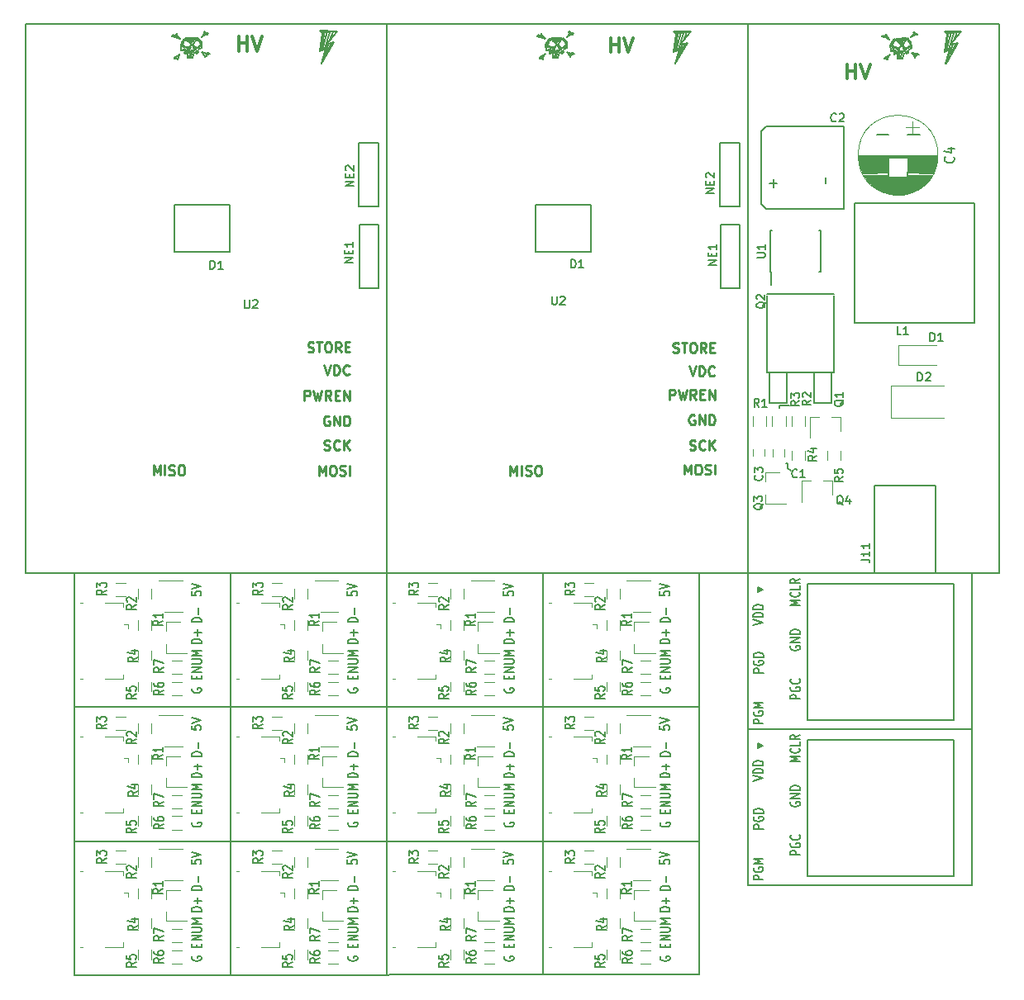
<source format=gto>
%TF.GenerationSoftware,KiCad,Pcbnew,4.0.7*%
%TF.CreationDate,2017-11-17T20:22:23+08:00*%
%TF.ProjectId,nixie-tube-merged,6E697869652D747562652D6D65726765,rev?*%
%TF.FileFunction,Legend,Top*%
%FSLAX46Y46*%
G04 Gerber Fmt 4.6, Leading zero omitted, Abs format (unit mm)*
G04 Created by KiCad (PCBNEW 4.0.7) date 11/17/17 20:22:23*
%MOMM*%
%LPD*%
G01*
G04 APERTURE LIST*
%ADD10C,0.100000*%
%ADD11C,0.200000*%
%ADD12C,0.120000*%
%ADD13C,0.300000*%
%ADD14C,0.250000*%
%ADD15C,0.150000*%
%ADD16C,0.153000*%
%ADD17C,0.187500*%
G04 APERTURE END LIST*
D10*
D11*
X69000000Y2550000D02*
X5000000Y2500000D01*
X5000000Y2500000D02*
X5000000Y43700000D01*
X21000000Y43700000D02*
X21000000Y2550000D01*
X53000000Y43700000D02*
X53000000Y2550000D01*
X5000000Y16250000D02*
X69050000Y16250000D01*
X5000000Y30000000D02*
X69050000Y30000000D01*
X69000000Y43700000D02*
X69000000Y2550000D01*
X97000000Y11750000D02*
X74000000Y11700000D01*
X74000000Y27700000D02*
X97000000Y27750000D01*
X97000000Y43700000D02*
X97000000Y11750000D01*
X0Y43700000D02*
X99750000Y43700000D01*
X99750000Y100000000D02*
X99750000Y43700000D01*
X74000000Y11700000D02*
X74000000Y100000000D01*
X37000000Y100000000D02*
X37000000Y2550000D01*
X99750000Y100000000D02*
X0Y100000000D01*
X0Y100000000D02*
X0Y43700000D01*
X17089980Y31909510D02*
X17042360Y31833310D01*
X17042360Y31833310D02*
X17042360Y31719040D01*
X17042360Y31719040D02*
X17089980Y31604740D01*
X17089980Y31604740D02*
X17185230Y31528560D01*
X17185230Y31528560D02*
X17280460Y31490460D01*
X17280460Y31490460D02*
X17470930Y31452360D01*
X17470930Y31452360D02*
X17613810Y31452360D01*
X17613810Y31452360D02*
X17804280Y31490460D01*
X17804280Y31490460D02*
X17899510Y31528560D01*
X17899510Y31528560D02*
X17994760Y31604740D01*
X17994760Y31604740D02*
X18042360Y31719040D01*
X18042360Y31719040D02*
X18042360Y31795210D01*
X18042360Y31795210D02*
X17994760Y31909510D01*
X17994760Y31909510D02*
X17947130Y31947610D01*
X17947130Y31947610D02*
X17613810Y31947610D01*
X17613810Y31947610D02*
X17613810Y31795210D01*
X17518560Y32873320D02*
X17518560Y33139990D01*
X18042360Y33254260D02*
X18042360Y32873320D01*
X18042360Y32873320D02*
X17042360Y32873320D01*
X17042360Y32873320D02*
X17042360Y33254260D01*
X18042360Y33597140D02*
X17042360Y33597140D01*
X17042360Y33597140D02*
X18042360Y34054260D01*
X18042360Y34054260D02*
X17042360Y34054260D01*
X17042360Y34435240D02*
X17851880Y34435240D01*
X17851880Y34435240D02*
X17947130Y34473310D01*
X17947130Y34473310D02*
X17994760Y34511410D01*
X17994760Y34511410D02*
X18042360Y34587610D01*
X18042360Y34587610D02*
X18042360Y34739990D01*
X18042360Y34739990D02*
X17994760Y34816190D01*
X17994760Y34816190D02*
X17947130Y34854260D01*
X17947130Y34854260D02*
X17851880Y34892360D01*
X17851880Y34892360D02*
X17042360Y34892360D01*
X18042360Y35273310D02*
X17042360Y35273310D01*
X17042360Y35273310D02*
X17756660Y35539980D01*
X17756660Y35539980D02*
X17042360Y35806660D01*
X17042360Y35806660D02*
X18042360Y35806660D01*
X18022370Y36525230D02*
X17022370Y36525230D01*
X17022370Y36525230D02*
X17022370Y36715700D01*
X17022370Y36715700D02*
X17069990Y36830000D01*
X17069990Y36830000D02*
X17165220Y36906170D01*
X17165220Y36906170D02*
X17260470Y36944270D01*
X17260470Y36944270D02*
X17450940Y36982370D01*
X17450940Y36982370D02*
X17593790Y36982370D01*
X17593790Y36982370D02*
X17784270Y36944270D01*
X17784270Y36944270D02*
X17879520Y36906170D01*
X17879520Y36906170D02*
X17974740Y36830000D01*
X17974740Y36830000D02*
X18022370Y36715700D01*
X18022370Y36715700D02*
X18022370Y36525230D01*
X17641420Y37325220D02*
X17641420Y37934750D01*
X18022370Y37630000D02*
X17260470Y37630000D01*
X18062370Y38725220D02*
X17062370Y38725220D01*
X17062370Y38725220D02*
X17062370Y38915700D01*
X17062370Y38915700D02*
X17110000Y39030000D01*
X17110000Y39030000D02*
X17205220Y39106170D01*
X17205220Y39106170D02*
X17300470Y39144270D01*
X17300470Y39144270D02*
X17490950Y39182370D01*
X17490950Y39182370D02*
X17633800Y39182370D01*
X17633800Y39182370D02*
X17824270Y39144270D01*
X17824270Y39144270D02*
X17919520Y39106170D01*
X17919520Y39106170D02*
X18014750Y39030000D01*
X18014750Y39030000D02*
X18062370Y38915700D01*
X18062370Y38915700D02*
X18062370Y38725220D01*
X17681420Y39525220D02*
X17681420Y40134740D01*
X17002380Y41837610D02*
X17002380Y41456660D01*
X17002380Y41456660D02*
X17478550Y41418560D01*
X17478550Y41418560D02*
X17430930Y41456660D01*
X17430930Y41456660D02*
X17383330Y41532840D01*
X17383330Y41532840D02*
X17383330Y41723310D01*
X17383330Y41723310D02*
X17430930Y41799510D01*
X17430930Y41799510D02*
X17478550Y41837610D01*
X17478550Y41837610D02*
X17573800Y41875710D01*
X17573800Y41875710D02*
X17811900Y41875710D01*
X17811900Y41875710D02*
X17907130Y41837610D01*
X17907130Y41837610D02*
X17954750Y41799510D01*
X17954750Y41799510D02*
X18002380Y41723310D01*
X18002380Y41723310D02*
X18002380Y41532840D01*
X18002380Y41532840D02*
X17954750Y41456660D01*
X17954750Y41456660D02*
X17907130Y41418560D01*
X17002380Y42104280D02*
X18002380Y42370930D01*
X18002380Y42370930D02*
X17002380Y42637610D01*
D12*
X10009990Y40699990D02*
X10009990Y40249980D01*
X8159980Y40699990D02*
X10009990Y40699990D01*
X5610000Y32899990D02*
X5859980Y32899990D01*
X5610000Y40699990D02*
X5859980Y40699990D01*
X8159980Y32899990D02*
X10009990Y32899990D01*
X10009990Y32899990D02*
X10009990Y33350000D01*
X10560000Y38500000D02*
X10560000Y38049990D01*
X10560000Y38500000D02*
X10109990Y38500000D01*
X14379980Y38709980D02*
X14379980Y37779990D01*
X14379980Y35549990D02*
X14379980Y36479990D01*
X14379980Y35549990D02*
X16540000Y35549990D01*
X14379980Y38709980D02*
X15840000Y38709980D01*
X14270000Y39719990D02*
X16070000Y39719990D01*
X16070000Y42940000D02*
X13619990Y42940000D01*
X11539980Y41089990D02*
X11539980Y42089980D01*
X12900000Y42089980D02*
X12900000Y41089990D01*
X12900000Y38889990D02*
X12900000Y37889990D01*
X11539980Y37889990D02*
X11539980Y38889990D01*
X9229980Y42749980D02*
X10229980Y42749980D01*
X10229980Y41389990D02*
X9229980Y41389990D01*
X12900000Y35799980D02*
X12900000Y34799980D01*
X11539980Y34799980D02*
X11539980Y35799980D01*
X11539980Y31589980D02*
X11539980Y32589980D01*
X12900000Y32589980D02*
X12900000Y31589980D01*
X15029990Y32550000D02*
X16029990Y32550000D01*
X16029990Y31189980D02*
X15029990Y31189980D01*
X15029990Y34739990D02*
X16029990Y34739990D01*
X16029990Y33379990D02*
X15029990Y33379990D01*
D11*
X11352380Y40476650D02*
X10876180Y40209980D01*
X11352380Y40019500D02*
X10352380Y40019500D01*
X10352380Y40019500D02*
X10352380Y40324280D01*
X10352380Y40324280D02*
X10399980Y40400450D01*
X10399980Y40400450D02*
X10447600Y40438550D01*
X10447600Y40438550D02*
X10542850Y40476650D01*
X10542850Y40476650D02*
X10685700Y40476650D01*
X10685700Y40476650D02*
X10780930Y40438550D01*
X10780930Y40438550D02*
X10828550Y40400450D01*
X10828550Y40400450D02*
X10876180Y40324280D01*
X10876180Y40324280D02*
X10876180Y40019500D01*
X10447600Y40781430D02*
X10399980Y40819500D01*
X10399980Y40819500D02*
X10352380Y40895700D01*
X10352380Y40895700D02*
X10352380Y41086180D01*
X10352380Y41086180D02*
X10399980Y41162380D01*
X10399980Y41162380D02*
X10447600Y41200480D01*
X10447600Y41200480D02*
X10542850Y41238550D01*
X10542850Y41238550D02*
X10638080Y41238550D01*
X10638080Y41238550D02*
X10780930Y41200480D01*
X10780930Y41200480D02*
X11352380Y40743330D01*
X11352380Y40743330D02*
X11352380Y41238550D01*
X14082370Y38856670D02*
X13606170Y38589990D01*
X14082370Y38399520D02*
X13082370Y38399520D01*
X13082370Y38399520D02*
X13082370Y38704270D01*
X13082370Y38704270D02*
X13130000Y38780470D01*
X13130000Y38780470D02*
X13177600Y38818570D01*
X13177600Y38818570D02*
X13272850Y38856670D01*
X13272850Y38856670D02*
X13415700Y38856670D01*
X13415700Y38856670D02*
X13510950Y38818570D01*
X13510950Y38818570D02*
X13558570Y38780470D01*
X13558570Y38780470D02*
X13606170Y38704270D01*
X13606170Y38704270D02*
X13606170Y38399520D01*
X14082370Y39618560D02*
X14082370Y39161420D01*
X14082370Y39389990D02*
X13082370Y39389990D01*
X13082370Y39389990D02*
X13225220Y39313790D01*
X13225220Y39313790D02*
X13320470Y39237620D01*
X13320470Y39237620D02*
X13368070Y39161420D01*
X8282360Y41986660D02*
X7806180Y41719980D01*
X8282360Y41529510D02*
X7282360Y41529510D01*
X7282360Y41529510D02*
X7282360Y41834280D01*
X7282360Y41834280D02*
X7329980Y41910460D01*
X7329980Y41910460D02*
X7377610Y41948560D01*
X7377610Y41948560D02*
X7472830Y41986660D01*
X7472830Y41986660D02*
X7615710Y41986660D01*
X7615710Y41986660D02*
X7710930Y41948560D01*
X7710930Y41948560D02*
X7758560Y41910460D01*
X7758560Y41910460D02*
X7806180Y41834280D01*
X7806180Y41834280D02*
X7806180Y41529510D01*
X7282360Y42253330D02*
X7282360Y42748560D01*
X7282360Y42748560D02*
X7663330Y42481880D01*
X7663330Y42481880D02*
X7663330Y42596180D01*
X7663330Y42596180D02*
X7710930Y42672380D01*
X7710930Y42672380D02*
X7758560Y42710460D01*
X7758560Y42710460D02*
X7853810Y42748560D01*
X7853810Y42748560D02*
X8091880Y42748560D01*
X8091880Y42748560D02*
X8187130Y42710460D01*
X8187130Y42710460D02*
X8234760Y42672380D01*
X8234760Y42672380D02*
X8282360Y42596180D01*
X8282360Y42596180D02*
X8282360Y42367610D01*
X8282360Y42367610D02*
X8234760Y42291410D01*
X8234760Y42291410D02*
X8187130Y42253330D01*
X11512370Y35106660D02*
X11036170Y34839990D01*
X11512370Y34649510D02*
X10512370Y34649510D01*
X10512370Y34649510D02*
X10512370Y34954260D01*
X10512370Y34954260D02*
X10559970Y35030460D01*
X10559970Y35030460D02*
X10607600Y35068560D01*
X10607600Y35068560D02*
X10702850Y35106660D01*
X10702850Y35106660D02*
X10845700Y35106660D01*
X10845700Y35106660D02*
X10940950Y35068560D01*
X10940950Y35068560D02*
X10988550Y35030460D01*
X10988550Y35030460D02*
X11036170Y34954260D01*
X11036170Y34954260D02*
X11036170Y34649510D01*
X10845700Y35792360D02*
X11512370Y35792360D01*
X10464750Y35601880D02*
X11179050Y35411410D01*
X11179050Y35411410D02*
X11179050Y35906660D01*
X11342370Y31336670D02*
X10866170Y31069990D01*
X11342370Y30879520D02*
X10342370Y30879520D01*
X10342370Y30879520D02*
X10342370Y31184270D01*
X10342370Y31184270D02*
X10390000Y31260470D01*
X10390000Y31260470D02*
X10437600Y31298570D01*
X10437600Y31298570D02*
X10532850Y31336670D01*
X10532850Y31336670D02*
X10675700Y31336670D01*
X10675700Y31336670D02*
X10770950Y31298570D01*
X10770950Y31298570D02*
X10818550Y31260470D01*
X10818550Y31260470D02*
X10866170Y31184270D01*
X10866170Y31184270D02*
X10866170Y30879520D01*
X10342370Y32060460D02*
X10342370Y31679520D01*
X10342370Y31679520D02*
X10818550Y31641420D01*
X10818550Y31641420D02*
X10770950Y31679520D01*
X10770950Y31679520D02*
X10723320Y31755720D01*
X10723320Y31755720D02*
X10723320Y31946190D01*
X10723320Y31946190D02*
X10770950Y32022360D01*
X10770950Y32022360D02*
X10818550Y32060460D01*
X10818550Y32060460D02*
X10913800Y32098560D01*
X10913800Y32098560D02*
X11151900Y32098560D01*
X11151900Y32098560D02*
X11247120Y32060460D01*
X11247120Y32060460D02*
X11294750Y32022360D01*
X11294750Y32022360D02*
X11342370Y31946190D01*
X11342370Y31946190D02*
X11342370Y31755720D01*
X11342370Y31755720D02*
X11294750Y31679520D01*
X11294750Y31679520D02*
X11247120Y31641420D01*
X14152370Y31746650D02*
X13676170Y31480000D01*
X14152370Y31289520D02*
X13152370Y31289520D01*
X13152370Y31289520D02*
X13152370Y31594270D01*
X13152370Y31594270D02*
X13200000Y31670470D01*
X13200000Y31670470D02*
X13247600Y31708550D01*
X13247600Y31708550D02*
X13342850Y31746650D01*
X13342850Y31746650D02*
X13485700Y31746650D01*
X13485700Y31746650D02*
X13580950Y31708550D01*
X13580950Y31708550D02*
X13628550Y31670470D01*
X13628550Y31670470D02*
X13676170Y31594270D01*
X13676170Y31594270D02*
X13676170Y31289520D01*
X13152370Y32432370D02*
X13152370Y32280000D01*
X13152370Y32280000D02*
X13200000Y32203800D01*
X13200000Y32203800D02*
X13247600Y32165700D01*
X13247600Y32165700D02*
X13390470Y32089520D01*
X13390470Y32089520D02*
X13580950Y32051420D01*
X13580950Y32051420D02*
X13961900Y32051420D01*
X13961900Y32051420D02*
X14057120Y32089520D01*
X14057120Y32089520D02*
X14104750Y32127600D01*
X14104750Y32127600D02*
X14152370Y32203800D01*
X14152370Y32203800D02*
X14152370Y32356170D01*
X14152370Y32356170D02*
X14104750Y32432370D01*
X14104750Y32432370D02*
X14057120Y32470470D01*
X14057120Y32470470D02*
X13961900Y32508570D01*
X13961900Y32508570D02*
X13723800Y32508570D01*
X13723800Y32508570D02*
X13628550Y32470470D01*
X13628550Y32470470D02*
X13580950Y32432370D01*
X13580950Y32432370D02*
X13533320Y32356170D01*
X13533320Y32356170D02*
X13533320Y32203800D01*
X13533320Y32203800D02*
X13580950Y32127600D01*
X13580950Y32127600D02*
X13628550Y32089520D01*
X13628550Y32089520D02*
X13723800Y32051420D01*
X14132360Y34046640D02*
X13656180Y33779990D01*
X14132360Y33589520D02*
X13132360Y33589520D01*
X13132360Y33589520D02*
X13132360Y33894270D01*
X13132360Y33894270D02*
X13179980Y33970470D01*
X13179980Y33970470D02*
X13227610Y34008570D01*
X13227610Y34008570D02*
X13322830Y34046640D01*
X13322830Y34046640D02*
X13465710Y34046640D01*
X13465710Y34046640D02*
X13560930Y34008570D01*
X13560930Y34008570D02*
X13608560Y33970470D01*
X13608560Y33970470D02*
X13656180Y33894270D01*
X13656180Y33894270D02*
X13656180Y33589520D01*
X13132360Y34313320D02*
X13132360Y34846670D01*
X13132360Y34846670D02*
X14132360Y34503790D01*
X17089980Y18159500D02*
X17042360Y18083330D01*
X17042360Y18083330D02*
X17042360Y17969030D01*
X17042360Y17969030D02*
X17089980Y17854750D01*
X17089980Y17854750D02*
X17185230Y17778550D01*
X17185230Y17778550D02*
X17280460Y17740450D01*
X17280460Y17740450D02*
X17470930Y17702380D01*
X17470930Y17702380D02*
X17613810Y17702380D01*
X17613810Y17702380D02*
X17804280Y17740450D01*
X17804280Y17740450D02*
X17899510Y17778550D01*
X17899510Y17778550D02*
X17994760Y17854750D01*
X17994760Y17854750D02*
X18042360Y17969030D01*
X18042360Y17969030D02*
X18042360Y18045230D01*
X18042360Y18045230D02*
X17994760Y18159500D01*
X17994760Y18159500D02*
X17947130Y18197600D01*
X17947130Y18197600D02*
X17613810Y18197600D01*
X17613810Y18197600D02*
X17613810Y18045230D01*
X17518560Y19123330D02*
X17518560Y19389980D01*
X18042360Y19504280D02*
X18042360Y19123330D01*
X18042360Y19123330D02*
X17042360Y19123330D01*
X17042360Y19123330D02*
X17042360Y19504280D01*
X18042360Y19847130D02*
X17042360Y19847130D01*
X17042360Y19847130D02*
X18042360Y20304280D01*
X18042360Y20304280D02*
X17042360Y20304280D01*
X17042360Y20685230D02*
X17851880Y20685230D01*
X17851880Y20685230D02*
X17947130Y20723330D01*
X17947130Y20723330D02*
X17994760Y20761430D01*
X17994760Y20761430D02*
X18042360Y20837600D01*
X18042360Y20837600D02*
X18042360Y20989980D01*
X18042360Y20989980D02*
X17994760Y21066180D01*
X17994760Y21066180D02*
X17947130Y21104280D01*
X17947130Y21104280D02*
X17851880Y21142380D01*
X17851880Y21142380D02*
X17042360Y21142380D01*
X18042360Y21523330D02*
X17042360Y21523330D01*
X17042360Y21523330D02*
X17756660Y21790000D01*
X17756660Y21790000D02*
X17042360Y22056650D01*
X17042360Y22056650D02*
X18042360Y22056650D01*
X18022370Y22775210D02*
X17022370Y22775210D01*
X17022370Y22775210D02*
X17022370Y22965690D01*
X17022370Y22965690D02*
X17069990Y23079990D01*
X17069990Y23079990D02*
X17165220Y23156190D01*
X17165220Y23156190D02*
X17260470Y23194260D01*
X17260470Y23194260D02*
X17450940Y23232360D01*
X17450940Y23232360D02*
X17593790Y23232360D01*
X17593790Y23232360D02*
X17784270Y23194260D01*
X17784270Y23194260D02*
X17879520Y23156190D01*
X17879520Y23156190D02*
X17974740Y23079990D01*
X17974740Y23079990D02*
X18022370Y22965690D01*
X18022370Y22965690D02*
X18022370Y22775210D01*
X17641420Y23575210D02*
X17641420Y24184740D01*
X18022370Y23879990D02*
X17260470Y23879990D01*
X18062370Y24975240D02*
X17062370Y24975240D01*
X17062370Y24975240D02*
X17062370Y25165710D01*
X17062370Y25165710D02*
X17110000Y25279990D01*
X17110000Y25279990D02*
X17205220Y25356190D01*
X17205220Y25356190D02*
X17300470Y25394290D01*
X17300470Y25394290D02*
X17490950Y25432360D01*
X17490950Y25432360D02*
X17633800Y25432360D01*
X17633800Y25432360D02*
X17824270Y25394290D01*
X17824270Y25394290D02*
X17919520Y25356190D01*
X17919520Y25356190D02*
X18014750Y25279990D01*
X18014750Y25279990D02*
X18062370Y25165710D01*
X18062370Y25165710D02*
X18062370Y24975240D01*
X17681420Y25775230D02*
X17681420Y26384760D01*
X17002380Y28087600D02*
X17002380Y27706650D01*
X17002380Y27706650D02*
X17478550Y27668550D01*
X17478550Y27668550D02*
X17430930Y27706650D01*
X17430930Y27706650D02*
X17383330Y27782850D01*
X17383330Y27782850D02*
X17383330Y27973320D01*
X17383330Y27973320D02*
X17430930Y28049500D01*
X17430930Y28049500D02*
X17478550Y28087600D01*
X17478550Y28087600D02*
X17573800Y28125700D01*
X17573800Y28125700D02*
X17811900Y28125700D01*
X17811900Y28125700D02*
X17907130Y28087600D01*
X17907130Y28087600D02*
X17954750Y28049500D01*
X17954750Y28049500D02*
X18002380Y27973320D01*
X18002380Y27973320D02*
X18002380Y27782850D01*
X18002380Y27782850D02*
X17954750Y27706650D01*
X17954750Y27706650D02*
X17907130Y27668550D01*
X17002380Y28354270D02*
X18002380Y28620950D01*
X18002380Y28620950D02*
X17002380Y28887600D01*
D12*
X10009990Y26949980D02*
X10009990Y26500000D01*
X8159980Y26949980D02*
X10009990Y26949980D01*
X5610000Y19150000D02*
X5859980Y19150000D01*
X5610000Y26949980D02*
X5859980Y26949980D01*
X8159980Y19150000D02*
X10009990Y19150000D01*
X10009990Y19150000D02*
X10009990Y19599990D01*
X10560000Y24749990D02*
X10560000Y24299980D01*
X10560000Y24749990D02*
X10109990Y24749990D01*
X14379980Y24960000D02*
X14379980Y24029970D01*
X14379980Y21799980D02*
X14379980Y22729980D01*
X14379980Y21799980D02*
X16540000Y21799980D01*
X14379980Y24960000D02*
X15840000Y24960000D01*
X14270000Y25969980D02*
X16070000Y25969980D01*
X16070000Y29189980D02*
X13619990Y29189980D01*
X11539980Y27339980D02*
X11539980Y28340000D01*
X12900000Y28340000D02*
X12900000Y27339980D01*
X12900000Y25139980D02*
X12900000Y24139980D01*
X11539980Y24139980D02*
X11539980Y25139980D01*
X9229980Y28999990D02*
X10229980Y28999990D01*
X10229980Y27639980D02*
X9229980Y27639980D01*
X12900000Y22049990D02*
X12900000Y21050000D01*
X11539980Y21050000D02*
X11539980Y22049990D01*
X11539980Y17839990D02*
X11539980Y18839990D01*
X12900000Y18839990D02*
X12900000Y17839990D01*
X15029990Y18799990D02*
X16029990Y18799990D01*
X16029990Y17440000D02*
X15029990Y17440000D01*
X15029990Y20989980D02*
X16029990Y20989980D01*
X16029990Y19629980D02*
X15029990Y19629980D01*
D11*
X11352380Y26726640D02*
X10876180Y26459990D01*
X11352380Y26269520D02*
X10352380Y26269520D01*
X10352380Y26269520D02*
X10352380Y26574270D01*
X10352380Y26574270D02*
X10399980Y26650470D01*
X10399980Y26650470D02*
X10447600Y26688570D01*
X10447600Y26688570D02*
X10542850Y26726640D01*
X10542850Y26726640D02*
X10685700Y26726640D01*
X10685700Y26726640D02*
X10780930Y26688570D01*
X10780930Y26688570D02*
X10828550Y26650470D01*
X10828550Y26650470D02*
X10876180Y26574270D01*
X10876180Y26574270D02*
X10876180Y26269520D01*
X10447600Y27031420D02*
X10399980Y27069520D01*
X10399980Y27069520D02*
X10352380Y27145690D01*
X10352380Y27145690D02*
X10352380Y27336170D01*
X10352380Y27336170D02*
X10399980Y27412370D01*
X10399980Y27412370D02*
X10447600Y27450470D01*
X10447600Y27450470D02*
X10542850Y27488570D01*
X10542850Y27488570D02*
X10638080Y27488570D01*
X10638080Y27488570D02*
X10780930Y27450470D01*
X10780930Y27450470D02*
X11352380Y26993320D01*
X11352380Y26993320D02*
X11352380Y27488570D01*
X14082370Y25106660D02*
X13606170Y24839980D01*
X14082370Y24649510D02*
X13082370Y24649510D01*
X13082370Y24649510D02*
X13082370Y24954280D01*
X13082370Y24954280D02*
X13130000Y25030460D01*
X13130000Y25030460D02*
X13177600Y25068560D01*
X13177600Y25068560D02*
X13272850Y25106660D01*
X13272850Y25106660D02*
X13415700Y25106660D01*
X13415700Y25106660D02*
X13510950Y25068560D01*
X13510950Y25068560D02*
X13558570Y25030460D01*
X13558570Y25030460D02*
X13606170Y24954280D01*
X13606170Y24954280D02*
X13606170Y24649510D01*
X14082370Y25868550D02*
X14082370Y25411400D01*
X14082370Y25639980D02*
X13082370Y25639980D01*
X13082370Y25639980D02*
X13225220Y25563800D01*
X13225220Y25563800D02*
X13320470Y25487600D01*
X13320470Y25487600D02*
X13368070Y25411400D01*
X8282360Y28236650D02*
X7806180Y27970000D01*
X8282360Y27779520D02*
X7282360Y27779520D01*
X7282360Y27779520D02*
X7282360Y28084270D01*
X7282360Y28084270D02*
X7329980Y28160470D01*
X7329980Y28160470D02*
X7377610Y28198570D01*
X7377610Y28198570D02*
X7472830Y28236650D01*
X7472830Y28236650D02*
X7615710Y28236650D01*
X7615710Y28236650D02*
X7710930Y28198570D01*
X7710930Y28198570D02*
X7758560Y28160470D01*
X7758560Y28160470D02*
X7806180Y28084270D01*
X7806180Y28084270D02*
X7806180Y27779520D01*
X7282360Y28503320D02*
X7282360Y28998570D01*
X7282360Y28998570D02*
X7663330Y28731900D01*
X7663330Y28731900D02*
X7663330Y28846170D01*
X7663330Y28846170D02*
X7710930Y28922370D01*
X7710930Y28922370D02*
X7758560Y28960470D01*
X7758560Y28960470D02*
X7853810Y28998570D01*
X7853810Y28998570D02*
X8091880Y28998570D01*
X8091880Y28998570D02*
X8187130Y28960470D01*
X8187130Y28960470D02*
X8234760Y28922370D01*
X8234760Y28922370D02*
X8282360Y28846170D01*
X8282360Y28846170D02*
X8282360Y28617600D01*
X8282360Y28617600D02*
X8234760Y28541420D01*
X8234760Y28541420D02*
X8187130Y28503320D01*
X11512370Y21356650D02*
X11036170Y21089980D01*
X11512370Y20899500D02*
X10512370Y20899500D01*
X10512370Y20899500D02*
X10512370Y21204280D01*
X10512370Y21204280D02*
X10559970Y21280480D01*
X10559970Y21280480D02*
X10607600Y21318550D01*
X10607600Y21318550D02*
X10702850Y21356650D01*
X10702850Y21356650D02*
X10845700Y21356650D01*
X10845700Y21356650D02*
X10940950Y21318550D01*
X10940950Y21318550D02*
X10988550Y21280480D01*
X10988550Y21280480D02*
X11036170Y21204280D01*
X11036170Y21204280D02*
X11036170Y20899500D01*
X10845700Y22042370D02*
X11512370Y22042370D01*
X10464750Y21851900D02*
X11179050Y21661420D01*
X11179050Y21661420D02*
X11179050Y22156650D01*
X11342370Y17586660D02*
X10866170Y17319980D01*
X11342370Y17129510D02*
X10342370Y17129510D01*
X10342370Y17129510D02*
X10342370Y17434280D01*
X10342370Y17434280D02*
X10390000Y17510460D01*
X10390000Y17510460D02*
X10437600Y17548560D01*
X10437600Y17548560D02*
X10532850Y17586660D01*
X10532850Y17586660D02*
X10675700Y17586660D01*
X10675700Y17586660D02*
X10770950Y17548560D01*
X10770950Y17548560D02*
X10818550Y17510460D01*
X10818550Y17510460D02*
X10866170Y17434280D01*
X10866170Y17434280D02*
X10866170Y17129510D01*
X10342370Y18310450D02*
X10342370Y17929500D01*
X10342370Y17929500D02*
X10818550Y17891400D01*
X10818550Y17891400D02*
X10770950Y17929500D01*
X10770950Y17929500D02*
X10723320Y18005700D01*
X10723320Y18005700D02*
X10723320Y18196180D01*
X10723320Y18196180D02*
X10770950Y18272380D01*
X10770950Y18272380D02*
X10818550Y18310450D01*
X10818550Y18310450D02*
X10913800Y18348550D01*
X10913800Y18348550D02*
X11151900Y18348550D01*
X11151900Y18348550D02*
X11247120Y18310450D01*
X11247120Y18310450D02*
X11294750Y18272380D01*
X11294750Y18272380D02*
X11342370Y18196180D01*
X11342370Y18196180D02*
X11342370Y18005700D01*
X11342370Y18005700D02*
X11294750Y17929500D01*
X11294750Y17929500D02*
X11247120Y17891400D01*
X14152370Y17996660D02*
X13676170Y17729990D01*
X14152370Y17539510D02*
X13152370Y17539510D01*
X13152370Y17539510D02*
X13152370Y17844260D01*
X13152370Y17844260D02*
X13200000Y17920460D01*
X13200000Y17920460D02*
X13247600Y17958560D01*
X13247600Y17958560D02*
X13342850Y17996660D01*
X13342850Y17996660D02*
X13485700Y17996660D01*
X13485700Y17996660D02*
X13580950Y17958560D01*
X13580950Y17958560D02*
X13628550Y17920460D01*
X13628550Y17920460D02*
X13676170Y17844260D01*
X13676170Y17844260D02*
X13676170Y17539510D01*
X13152370Y18682360D02*
X13152370Y18529990D01*
X13152370Y18529990D02*
X13200000Y18453790D01*
X13200000Y18453790D02*
X13247600Y18415710D01*
X13247600Y18415710D02*
X13390470Y18339510D01*
X13390470Y18339510D02*
X13580950Y18301410D01*
X13580950Y18301410D02*
X13961900Y18301410D01*
X13961900Y18301410D02*
X14057120Y18339510D01*
X14057120Y18339510D02*
X14104750Y18377610D01*
X14104750Y18377610D02*
X14152370Y18453790D01*
X14152370Y18453790D02*
X14152370Y18606190D01*
X14152370Y18606190D02*
X14104750Y18682360D01*
X14104750Y18682360D02*
X14057120Y18720460D01*
X14057120Y18720460D02*
X13961900Y18758560D01*
X13961900Y18758560D02*
X13723800Y18758560D01*
X13723800Y18758560D02*
X13628550Y18720460D01*
X13628550Y18720460D02*
X13580950Y18682360D01*
X13580950Y18682360D02*
X13533320Y18606190D01*
X13533320Y18606190D02*
X13533320Y18453790D01*
X13533320Y18453790D02*
X13580950Y18377610D01*
X13580950Y18377610D02*
X13628550Y18339510D01*
X13628550Y18339510D02*
X13723800Y18301410D01*
X14132360Y20296660D02*
X13656180Y20029980D01*
X14132360Y19839510D02*
X13132360Y19839510D01*
X13132360Y19839510D02*
X13132360Y20144280D01*
X13132360Y20144280D02*
X13179980Y20220460D01*
X13179980Y20220460D02*
X13227610Y20258560D01*
X13227610Y20258560D02*
X13322830Y20296660D01*
X13322830Y20296660D02*
X13465710Y20296660D01*
X13465710Y20296660D02*
X13560930Y20258560D01*
X13560930Y20258560D02*
X13608560Y20220460D01*
X13608560Y20220460D02*
X13656180Y20144280D01*
X13656180Y20144280D02*
X13656180Y19839510D01*
X13132360Y20563330D02*
X13132360Y21096660D01*
X13132360Y21096660D02*
X14132360Y20753810D01*
X17089980Y4409520D02*
X17042360Y4333320D01*
X17042360Y4333320D02*
X17042360Y4219040D01*
X17042360Y4219040D02*
X17089980Y4104740D01*
X17089980Y4104740D02*
X17185230Y4028570D01*
X17185230Y4028570D02*
X17280460Y3990470D01*
X17280460Y3990470D02*
X17470930Y3952370D01*
X17470930Y3952370D02*
X17613810Y3952370D01*
X17613810Y3952370D02*
X17804280Y3990470D01*
X17804280Y3990470D02*
X17899510Y4028570D01*
X17899510Y4028570D02*
X17994760Y4104740D01*
X17994760Y4104740D02*
X18042360Y4219040D01*
X18042360Y4219040D02*
X18042360Y4295220D01*
X18042360Y4295220D02*
X17994760Y4409520D01*
X17994760Y4409520D02*
X17947130Y4447620D01*
X17947130Y4447620D02*
X17613810Y4447620D01*
X17613810Y4447620D02*
X17613810Y4295220D01*
X17518560Y5373320D02*
X17518560Y5639990D01*
X18042360Y5754270D02*
X18042360Y5373320D01*
X18042360Y5373320D02*
X17042360Y5373320D01*
X17042360Y5373320D02*
X17042360Y5754270D01*
X18042360Y6097120D02*
X17042360Y6097120D01*
X17042360Y6097120D02*
X18042360Y6554270D01*
X18042360Y6554270D02*
X17042360Y6554270D01*
X17042360Y6935220D02*
X17851880Y6935220D01*
X17851880Y6935220D02*
X17947130Y6973320D01*
X17947130Y6973320D02*
X17994760Y7011420D01*
X17994760Y7011420D02*
X18042360Y7087620D01*
X18042360Y7087620D02*
X18042360Y7239990D01*
X18042360Y7239990D02*
X17994760Y7316170D01*
X17994760Y7316170D02*
X17947130Y7354270D01*
X17947130Y7354270D02*
X17851880Y7392370D01*
X17851880Y7392370D02*
X17042360Y7392370D01*
X18042360Y7773310D02*
X17042360Y7773310D01*
X17042360Y7773310D02*
X17756660Y8039990D01*
X17756660Y8039990D02*
X17042360Y8306660D01*
X17042360Y8306660D02*
X18042360Y8306660D01*
X18022370Y9025230D02*
X17022370Y9025230D01*
X17022370Y9025230D02*
X17022370Y9215700D01*
X17022370Y9215700D02*
X17069990Y9329980D01*
X17069990Y9329980D02*
X17165220Y9406180D01*
X17165220Y9406180D02*
X17260470Y9444280D01*
X17260470Y9444280D02*
X17450940Y9482380D01*
X17450940Y9482380D02*
X17593790Y9482380D01*
X17593790Y9482380D02*
X17784270Y9444280D01*
X17784270Y9444280D02*
X17879520Y9406180D01*
X17879520Y9406180D02*
X17974740Y9329980D01*
X17974740Y9329980D02*
X18022370Y9215700D01*
X18022370Y9215700D02*
X18022370Y9025230D01*
X17641420Y9825230D02*
X17641420Y10434750D01*
X18022370Y10129980D02*
X17260470Y10129980D01*
X18062370Y11225230D02*
X17062370Y11225230D01*
X17062370Y11225230D02*
X17062370Y11415700D01*
X17062370Y11415700D02*
X17110000Y11530000D01*
X17110000Y11530000D02*
X17205220Y11606170D01*
X17205220Y11606170D02*
X17300470Y11644270D01*
X17300470Y11644270D02*
X17490950Y11682370D01*
X17490950Y11682370D02*
X17633800Y11682370D01*
X17633800Y11682370D02*
X17824270Y11644270D01*
X17824270Y11644270D02*
X17919520Y11606170D01*
X17919520Y11606170D02*
X18014750Y11530000D01*
X18014750Y11530000D02*
X18062370Y11415700D01*
X18062370Y11415700D02*
X18062370Y11225230D01*
X17681420Y12025220D02*
X17681420Y12634750D01*
X17002380Y14337610D02*
X17002380Y13956670D01*
X17002380Y13956670D02*
X17478550Y13918570D01*
X17478550Y13918570D02*
X17430930Y13956670D01*
X17430930Y13956670D02*
X17383330Y14032840D01*
X17383330Y14032840D02*
X17383330Y14223310D01*
X17383330Y14223310D02*
X17430930Y14299510D01*
X17430930Y14299510D02*
X17478550Y14337610D01*
X17478550Y14337610D02*
X17573800Y14375710D01*
X17573800Y14375710D02*
X17811900Y14375710D01*
X17811900Y14375710D02*
X17907130Y14337610D01*
X17907130Y14337610D02*
X17954750Y14299510D01*
X17954750Y14299510D02*
X18002380Y14223310D01*
X18002380Y14223310D02*
X18002380Y14032840D01*
X18002380Y14032840D02*
X17954750Y13956670D01*
X17954750Y13956670D02*
X17907130Y13918570D01*
X17002380Y14604260D02*
X18002380Y14870940D01*
X18002380Y14870940D02*
X17002380Y15137610D01*
D12*
X10009990Y13200000D02*
X10009990Y12749990D01*
X8159980Y13200000D02*
X10009990Y13200000D01*
X5610000Y5399990D02*
X5859980Y5399990D01*
X5610000Y13200000D02*
X5859980Y13200000D01*
X8159980Y5399990D02*
X10009990Y5399990D01*
X10009990Y5399990D02*
X10009990Y5849980D01*
X10560000Y10999980D02*
X10560000Y10549990D01*
X10560000Y10999980D02*
X10109990Y10999980D01*
X14379980Y11209990D02*
X14379980Y10279990D01*
X14379980Y8050000D02*
X14379980Y8979990D01*
X14379980Y8050000D02*
X16540000Y8050000D01*
X14379980Y11209990D02*
X15840000Y11209990D01*
X14270000Y12219990D02*
X16070000Y12219990D01*
X16070000Y15440000D02*
X13619990Y15440000D01*
X11539980Y13589990D02*
X11539980Y14589990D01*
X12900000Y14589990D02*
X12900000Y13589990D01*
X12900000Y11390000D02*
X12900000Y10390000D01*
X11539980Y10390000D02*
X11539980Y11390000D01*
X9229980Y15249980D02*
X10229980Y15249980D01*
X10229980Y13889990D02*
X9229980Y13889990D01*
X12900000Y8299980D02*
X12900000Y7299990D01*
X11539980Y7299990D02*
X11539980Y8299980D01*
X11539980Y4089980D02*
X11539980Y5089980D01*
X12900000Y5089980D02*
X12900000Y4089980D01*
X15029990Y5049980D02*
X16029990Y5049980D01*
X16029990Y3689990D02*
X15029990Y3689990D01*
X15029990Y7239990D02*
X16029990Y7239990D01*
X16029990Y5880000D02*
X15029990Y5880000D01*
D11*
X11352380Y12976660D02*
X10876180Y12709980D01*
X11352380Y12519510D02*
X10352380Y12519510D01*
X10352380Y12519510D02*
X10352380Y12824280D01*
X10352380Y12824280D02*
X10399980Y12900460D01*
X10399980Y12900460D02*
X10447600Y12938560D01*
X10447600Y12938560D02*
X10542850Y12976660D01*
X10542850Y12976660D02*
X10685700Y12976660D01*
X10685700Y12976660D02*
X10780930Y12938560D01*
X10780930Y12938560D02*
X10828550Y12900460D01*
X10828550Y12900460D02*
X10876180Y12824280D01*
X10876180Y12824280D02*
X10876180Y12519510D01*
X10447600Y13281410D02*
X10399980Y13319510D01*
X10399980Y13319510D02*
X10352380Y13395710D01*
X10352380Y13395710D02*
X10352380Y13586180D01*
X10352380Y13586180D02*
X10399980Y13662380D01*
X10399980Y13662380D02*
X10447600Y13700460D01*
X10447600Y13700460D02*
X10542850Y13738560D01*
X10542850Y13738560D02*
X10638080Y13738560D01*
X10638080Y13738560D02*
X10780930Y13700460D01*
X10780930Y13700460D02*
X11352380Y13243330D01*
X11352380Y13243330D02*
X11352380Y13738560D01*
X14082370Y11356640D02*
X13606170Y11090000D01*
X14082370Y10899520D02*
X13082370Y10899520D01*
X13082370Y10899520D02*
X13082370Y11204270D01*
X13082370Y11204270D02*
X13130000Y11280470D01*
X13130000Y11280470D02*
X13177600Y11318570D01*
X13177600Y11318570D02*
X13272850Y11356640D01*
X13272850Y11356640D02*
X13415700Y11356640D01*
X13415700Y11356640D02*
X13510950Y11318570D01*
X13510950Y11318570D02*
X13558570Y11280470D01*
X13558570Y11280470D02*
X13606170Y11204270D01*
X13606170Y11204270D02*
X13606170Y10899520D01*
X14082370Y12118570D02*
X14082370Y11661420D01*
X14082370Y11889990D02*
X13082370Y11889990D01*
X13082370Y11889990D02*
X13225220Y11813790D01*
X13225220Y11813790D02*
X13320470Y11737590D01*
X13320470Y11737590D02*
X13368070Y11661420D01*
X8282360Y14486660D02*
X7806180Y14219990D01*
X8282360Y14029510D02*
X7282360Y14029510D01*
X7282360Y14029510D02*
X7282360Y14334260D01*
X7282360Y14334260D02*
X7329980Y14410460D01*
X7329980Y14410460D02*
X7377610Y14448560D01*
X7377610Y14448560D02*
X7472830Y14486660D01*
X7472830Y14486660D02*
X7615710Y14486660D01*
X7615710Y14486660D02*
X7710930Y14448560D01*
X7710930Y14448560D02*
X7758560Y14410460D01*
X7758560Y14410460D02*
X7806180Y14334260D01*
X7806180Y14334260D02*
X7806180Y14029510D01*
X7282360Y14753310D02*
X7282360Y15248560D01*
X7282360Y15248560D02*
X7663330Y14981890D01*
X7663330Y14981890D02*
X7663330Y15096190D01*
X7663330Y15096190D02*
X7710930Y15172360D01*
X7710930Y15172360D02*
X7758560Y15210460D01*
X7758560Y15210460D02*
X7853810Y15248560D01*
X7853810Y15248560D02*
X8091880Y15248560D01*
X8091880Y15248560D02*
X8187130Y15210460D01*
X8187130Y15210460D02*
X8234760Y15172360D01*
X8234760Y15172360D02*
X8282360Y15096190D01*
X8282360Y15096190D02*
X8282360Y14867610D01*
X8282360Y14867610D02*
X8234760Y14791410D01*
X8234760Y14791410D02*
X8187130Y14753310D01*
X11512370Y7606670D02*
X11036170Y7339990D01*
X11512370Y7149520D02*
X10512370Y7149520D01*
X10512370Y7149520D02*
X10512370Y7454270D01*
X10512370Y7454270D02*
X10559970Y7530470D01*
X10559970Y7530470D02*
X10607600Y7568570D01*
X10607600Y7568570D02*
X10702850Y7606670D01*
X10702850Y7606670D02*
X10845700Y7606670D01*
X10845700Y7606670D02*
X10940950Y7568570D01*
X10940950Y7568570D02*
X10988550Y7530470D01*
X10988550Y7530470D02*
X11036170Y7454270D01*
X11036170Y7454270D02*
X11036170Y7149520D01*
X10845700Y8292360D02*
X11512370Y8292360D01*
X10464750Y8101890D02*
X11179050Y7911410D01*
X11179050Y7911410D02*
X11179050Y8406660D01*
X11342370Y3836640D02*
X10866170Y3570000D01*
X11342370Y3379520D02*
X10342370Y3379520D01*
X10342370Y3379520D02*
X10342370Y3684270D01*
X10342370Y3684270D02*
X10390000Y3760470D01*
X10390000Y3760470D02*
X10437600Y3798570D01*
X10437600Y3798570D02*
X10532850Y3836640D01*
X10532850Y3836640D02*
X10675700Y3836640D01*
X10675700Y3836640D02*
X10770950Y3798570D01*
X10770950Y3798570D02*
X10818550Y3760470D01*
X10818550Y3760470D02*
X10866170Y3684270D01*
X10866170Y3684270D02*
X10866170Y3379520D01*
X10342370Y4560470D02*
X10342370Y4179520D01*
X10342370Y4179520D02*
X10818550Y4141420D01*
X10818550Y4141420D02*
X10770950Y4179520D01*
X10770950Y4179520D02*
X10723320Y4255690D01*
X10723320Y4255690D02*
X10723320Y4446170D01*
X10723320Y4446170D02*
X10770950Y4522370D01*
X10770950Y4522370D02*
X10818550Y4560470D01*
X10818550Y4560470D02*
X10913800Y4598570D01*
X10913800Y4598570D02*
X11151900Y4598570D01*
X11151900Y4598570D02*
X11247120Y4560470D01*
X11247120Y4560470D02*
X11294750Y4522370D01*
X11294750Y4522370D02*
X11342370Y4446170D01*
X11342370Y4446170D02*
X11342370Y4255690D01*
X11342370Y4255690D02*
X11294750Y4179520D01*
X11294750Y4179520D02*
X11247120Y4141420D01*
X14152370Y4246650D02*
X13676170Y3979980D01*
X14152370Y3789500D02*
X13152370Y3789500D01*
X13152370Y3789500D02*
X13152370Y4094280D01*
X13152370Y4094280D02*
X13200000Y4170480D01*
X13200000Y4170480D02*
X13247600Y4208550D01*
X13247600Y4208550D02*
X13342850Y4246650D01*
X13342850Y4246650D02*
X13485700Y4246650D01*
X13485700Y4246650D02*
X13580950Y4208550D01*
X13580950Y4208550D02*
X13628550Y4170480D01*
X13628550Y4170480D02*
X13676170Y4094280D01*
X13676170Y4094280D02*
X13676170Y3789500D01*
X13152370Y4932380D02*
X13152370Y4779980D01*
X13152370Y4779980D02*
X13200000Y4703800D01*
X13200000Y4703800D02*
X13247600Y4665700D01*
X13247600Y4665700D02*
X13390470Y4589500D01*
X13390470Y4589500D02*
X13580950Y4551430D01*
X13580950Y4551430D02*
X13961900Y4551430D01*
X13961900Y4551430D02*
X14057120Y4589500D01*
X14057120Y4589500D02*
X14104750Y4627600D01*
X14104750Y4627600D02*
X14152370Y4703800D01*
X14152370Y4703800D02*
X14152370Y4856180D01*
X14152370Y4856180D02*
X14104750Y4932380D01*
X14104750Y4932380D02*
X14057120Y4970480D01*
X14057120Y4970480D02*
X13961900Y5008550D01*
X13961900Y5008550D02*
X13723800Y5008550D01*
X13723800Y5008550D02*
X13628550Y4970480D01*
X13628550Y4970480D02*
X13580950Y4932380D01*
X13580950Y4932380D02*
X13533320Y4856180D01*
X13533320Y4856180D02*
X13533320Y4703800D01*
X13533320Y4703800D02*
X13580950Y4627600D01*
X13580950Y4627600D02*
X13628550Y4589500D01*
X13628550Y4589500D02*
X13723800Y4551430D01*
X14132360Y6546650D02*
X13656180Y6280000D01*
X14132360Y6089520D02*
X13132360Y6089520D01*
X13132360Y6089520D02*
X13132360Y6394270D01*
X13132360Y6394270D02*
X13179980Y6470470D01*
X13179980Y6470470D02*
X13227610Y6508550D01*
X13227610Y6508550D02*
X13322830Y6546650D01*
X13322830Y6546650D02*
X13465710Y6546650D01*
X13465710Y6546650D02*
X13560930Y6508550D01*
X13560930Y6508550D02*
X13608560Y6470470D01*
X13608560Y6470470D02*
X13656180Y6394270D01*
X13656180Y6394270D02*
X13656180Y6089520D01*
X13132360Y6813320D02*
X13132360Y7346650D01*
X13132360Y7346650D02*
X14132360Y7003800D01*
X33089980Y31909510D02*
X33042380Y31833310D01*
X33042380Y31833310D02*
X33042380Y31719040D01*
X33042380Y31719040D02*
X33089980Y31604740D01*
X33089980Y31604740D02*
X33185230Y31528560D01*
X33185230Y31528560D02*
X33280450Y31490460D01*
X33280450Y31490460D02*
X33470930Y31452360D01*
X33470930Y31452360D02*
X33613800Y31452360D01*
X33613800Y31452360D02*
X33804280Y31490460D01*
X33804280Y31490460D02*
X33899500Y31528560D01*
X33899500Y31528560D02*
X33994750Y31604740D01*
X33994750Y31604740D02*
X34042380Y31719040D01*
X34042380Y31719040D02*
X34042380Y31795210D01*
X34042380Y31795210D02*
X33994750Y31909510D01*
X33994750Y31909510D02*
X33947130Y31947610D01*
X33947130Y31947610D02*
X33613800Y31947610D01*
X33613800Y31947610D02*
X33613800Y31795210D01*
X33518550Y32873320D02*
X33518550Y33139990D01*
X34042380Y33254260D02*
X34042380Y32873320D01*
X34042380Y32873320D02*
X33042380Y32873320D01*
X33042380Y32873320D02*
X33042380Y33254260D01*
X34042380Y33597140D02*
X33042380Y33597140D01*
X33042380Y33597140D02*
X34042380Y34054260D01*
X34042380Y34054260D02*
X33042380Y34054260D01*
X33042380Y34435240D02*
X33851900Y34435240D01*
X33851900Y34435240D02*
X33947130Y34473310D01*
X33947130Y34473310D02*
X33994750Y34511410D01*
X33994750Y34511410D02*
X34042380Y34587610D01*
X34042380Y34587610D02*
X34042380Y34739990D01*
X34042380Y34739990D02*
X33994750Y34816190D01*
X33994750Y34816190D02*
X33947130Y34854260D01*
X33947130Y34854260D02*
X33851900Y34892360D01*
X33851900Y34892360D02*
X33042380Y34892360D01*
X34042380Y35273310D02*
X33042380Y35273310D01*
X33042380Y35273310D02*
X33756650Y35539980D01*
X33756650Y35539980D02*
X33042380Y35806660D01*
X33042380Y35806660D02*
X34042380Y35806660D01*
X34022360Y36525230D02*
X33022360Y36525230D01*
X33022360Y36525230D02*
X33022360Y36715700D01*
X33022360Y36715700D02*
X33069990Y36830000D01*
X33069990Y36830000D02*
X33165240Y36906170D01*
X33165240Y36906170D02*
X33260460Y36944270D01*
X33260460Y36944270D02*
X33450940Y36982370D01*
X33450940Y36982370D02*
X33593790Y36982370D01*
X33593790Y36982370D02*
X33784290Y36944270D01*
X33784290Y36944270D02*
X33879510Y36906170D01*
X33879510Y36906170D02*
X33974760Y36830000D01*
X33974760Y36830000D02*
X34022360Y36715700D01*
X34022360Y36715700D02*
X34022360Y36525230D01*
X33641410Y37325220D02*
X33641410Y37934750D01*
X34022360Y37630000D02*
X33260460Y37630000D01*
X34062370Y38725220D02*
X33062370Y38725220D01*
X33062370Y38725220D02*
X33062370Y38915700D01*
X33062370Y38915700D02*
X33109990Y39030000D01*
X33109990Y39030000D02*
X33205220Y39106170D01*
X33205220Y39106170D02*
X33300470Y39144270D01*
X33300470Y39144270D02*
X33490940Y39182370D01*
X33490940Y39182370D02*
X33633790Y39182370D01*
X33633790Y39182370D02*
X33824270Y39144270D01*
X33824270Y39144270D02*
X33919520Y39106170D01*
X33919520Y39106170D02*
X34014740Y39030000D01*
X34014740Y39030000D02*
X34062370Y38915700D01*
X34062370Y38915700D02*
X34062370Y38725220D01*
X33681420Y39525220D02*
X33681420Y40134740D01*
X33002370Y41837610D02*
X33002370Y41456660D01*
X33002370Y41456660D02*
X33478550Y41418560D01*
X33478550Y41418560D02*
X33430950Y41456660D01*
X33430950Y41456660D02*
X33383320Y41532840D01*
X33383320Y41532840D02*
X33383320Y41723310D01*
X33383320Y41723310D02*
X33430950Y41799510D01*
X33430950Y41799510D02*
X33478550Y41837610D01*
X33478550Y41837610D02*
X33573800Y41875710D01*
X33573800Y41875710D02*
X33811900Y41875710D01*
X33811900Y41875710D02*
X33907120Y41837610D01*
X33907120Y41837610D02*
X33954750Y41799510D01*
X33954750Y41799510D02*
X34002370Y41723310D01*
X34002370Y41723310D02*
X34002370Y41532840D01*
X34002370Y41532840D02*
X33954750Y41456660D01*
X33954750Y41456660D02*
X33907120Y41418560D01*
X33002370Y42104280D02*
X34002370Y42370930D01*
X34002370Y42370930D02*
X33002370Y42637610D01*
D12*
X26009980Y40699990D02*
X26009980Y40249980D01*
X24160000Y40699990D02*
X26009980Y40699990D01*
X21609990Y32899990D02*
X21859980Y32899990D01*
X21609990Y40699990D02*
X21859980Y40699990D01*
X24160000Y32899990D02*
X26009980Y32899990D01*
X26009980Y32899990D02*
X26009980Y33350000D01*
X26559990Y38500000D02*
X26559990Y38049990D01*
X26559990Y38500000D02*
X26109980Y38500000D01*
X30379970Y38709980D02*
X30379970Y37779990D01*
X30379970Y35549990D02*
X30379970Y36479990D01*
X30379970Y35549990D02*
X32539990Y35549990D01*
X30379970Y38709980D02*
X31839990Y38709980D01*
X30269990Y39719990D02*
X32069990Y39719990D01*
X32069990Y42940000D02*
X29619980Y42940000D01*
X27539980Y41089990D02*
X27539980Y42089980D01*
X28899990Y42089980D02*
X28899990Y41089990D01*
X28899990Y38889990D02*
X28899990Y37889990D01*
X27539980Y37889990D02*
X27539980Y38889990D01*
X25230000Y42749980D02*
X26230000Y42749980D01*
X26230000Y41389990D02*
X25230000Y41389990D01*
X28899990Y35799980D02*
X28899990Y34799980D01*
X27539980Y34799980D02*
X27539980Y35799980D01*
X27539980Y31589980D02*
X27539980Y32589980D01*
X28899990Y32589980D02*
X28899990Y31589980D01*
X31029990Y32550000D02*
X32029980Y32550000D01*
X32029980Y31189980D02*
X31029990Y31189980D01*
X31029990Y34739990D02*
X32029980Y34739990D01*
X32029980Y33379990D02*
X31029990Y33379990D01*
D11*
X27352370Y40476650D02*
X26876170Y40209980D01*
X27352370Y40019500D02*
X26352370Y40019500D01*
X26352370Y40019500D02*
X26352370Y40324280D01*
X26352370Y40324280D02*
X26400000Y40400450D01*
X26400000Y40400450D02*
X26447600Y40438550D01*
X26447600Y40438550D02*
X26542850Y40476650D01*
X26542850Y40476650D02*
X26685700Y40476650D01*
X26685700Y40476650D02*
X26780950Y40438550D01*
X26780950Y40438550D02*
X26828550Y40400450D01*
X26828550Y40400450D02*
X26876170Y40324280D01*
X26876170Y40324280D02*
X26876170Y40019500D01*
X26447600Y40781430D02*
X26400000Y40819500D01*
X26400000Y40819500D02*
X26352370Y40895700D01*
X26352370Y40895700D02*
X26352370Y41086180D01*
X26352370Y41086180D02*
X26400000Y41162380D01*
X26400000Y41162380D02*
X26447600Y41200480D01*
X26447600Y41200480D02*
X26542850Y41238550D01*
X26542850Y41238550D02*
X26638070Y41238550D01*
X26638070Y41238550D02*
X26780950Y41200480D01*
X26780950Y41200480D02*
X27352370Y40743330D01*
X27352370Y40743330D02*
X27352370Y41238550D01*
X30082360Y38856670D02*
X29606160Y38589990D01*
X30082360Y38399520D02*
X29082370Y38399520D01*
X29082370Y38399520D02*
X29082370Y38704270D01*
X29082370Y38704270D02*
X29129990Y38780470D01*
X29129990Y38780470D02*
X29177620Y38818570D01*
X29177620Y38818570D02*
X29272840Y38856670D01*
X29272840Y38856670D02*
X29415690Y38856670D01*
X29415690Y38856670D02*
X29510940Y38818570D01*
X29510940Y38818570D02*
X29558560Y38780470D01*
X29558560Y38780470D02*
X29606160Y38704270D01*
X29606160Y38704270D02*
X29606160Y38399520D01*
X30082360Y39618560D02*
X30082360Y39161420D01*
X30082360Y39389990D02*
X29082370Y39389990D01*
X29082370Y39389990D02*
X29225210Y39313790D01*
X29225210Y39313790D02*
X29320460Y39237620D01*
X29320460Y39237620D02*
X29368090Y39161420D01*
X24282370Y41986660D02*
X23806180Y41719980D01*
X24282370Y41529510D02*
X23282380Y41529510D01*
X23282380Y41529510D02*
X23282380Y41834280D01*
X23282380Y41834280D02*
X23329980Y41910460D01*
X23329980Y41910460D02*
X23377600Y41948560D01*
X23377600Y41948560D02*
X23472850Y41986660D01*
X23472850Y41986660D02*
X23615700Y41986660D01*
X23615700Y41986660D02*
X23710950Y41948560D01*
X23710950Y41948560D02*
X23758550Y41910460D01*
X23758550Y41910460D02*
X23806180Y41834280D01*
X23806180Y41834280D02*
X23806180Y41529510D01*
X23282380Y42253330D02*
X23282380Y42748560D01*
X23282380Y42748560D02*
X23663330Y42481880D01*
X23663330Y42481880D02*
X23663330Y42596180D01*
X23663330Y42596180D02*
X23710950Y42672380D01*
X23710950Y42672380D02*
X23758550Y42710460D01*
X23758550Y42710460D02*
X23853800Y42748560D01*
X23853800Y42748560D02*
X24091900Y42748560D01*
X24091900Y42748560D02*
X24187120Y42710460D01*
X24187120Y42710460D02*
X24234750Y42672380D01*
X24234750Y42672380D02*
X24282370Y42596180D01*
X24282370Y42596180D02*
X24282370Y42367610D01*
X24282370Y42367610D02*
X24234750Y42291410D01*
X24234750Y42291410D02*
X24187120Y42253330D01*
X27512370Y35106660D02*
X27036170Y34839990D01*
X27512370Y34649510D02*
X26512370Y34649510D01*
X26512370Y34649510D02*
X26512370Y34954260D01*
X26512370Y34954260D02*
X26559990Y35030460D01*
X26559990Y35030460D02*
X26607620Y35068560D01*
X26607620Y35068560D02*
X26702840Y35106660D01*
X26702840Y35106660D02*
X26845690Y35106660D01*
X26845690Y35106660D02*
X26940940Y35068560D01*
X26940940Y35068560D02*
X26988570Y35030460D01*
X26988570Y35030460D02*
X27036170Y34954260D01*
X27036170Y34954260D02*
X27036170Y34649510D01*
X26845690Y35792360D02*
X27512370Y35792360D01*
X26464740Y35601880D02*
X27179040Y35411410D01*
X27179040Y35411410D02*
X27179040Y35906660D01*
X27342360Y31336670D02*
X26866190Y31069990D01*
X27342360Y30879520D02*
X26342370Y30879520D01*
X26342370Y30879520D02*
X26342370Y31184270D01*
X26342370Y31184270D02*
X26389990Y31260470D01*
X26389990Y31260470D02*
X26437620Y31298570D01*
X26437620Y31298570D02*
X26532840Y31336670D01*
X26532840Y31336670D02*
X26675690Y31336670D01*
X26675690Y31336670D02*
X26770940Y31298570D01*
X26770940Y31298570D02*
X26818560Y31260470D01*
X26818560Y31260470D02*
X26866190Y31184270D01*
X26866190Y31184270D02*
X26866190Y30879520D01*
X26342370Y32060460D02*
X26342370Y31679520D01*
X26342370Y31679520D02*
X26818560Y31641420D01*
X26818560Y31641420D02*
X26770940Y31679520D01*
X26770940Y31679520D02*
X26723310Y31755720D01*
X26723310Y31755720D02*
X26723310Y31946190D01*
X26723310Y31946190D02*
X26770940Y32022360D01*
X26770940Y32022360D02*
X26818560Y32060460D01*
X26818560Y32060460D02*
X26913790Y32098560D01*
X26913790Y32098560D02*
X27151890Y32098560D01*
X27151890Y32098560D02*
X27247140Y32060460D01*
X27247140Y32060460D02*
X27294740Y32022360D01*
X27294740Y32022360D02*
X27342360Y31946190D01*
X27342360Y31946190D02*
X27342360Y31755720D01*
X27342360Y31755720D02*
X27294740Y31679520D01*
X27294740Y31679520D02*
X27247140Y31641420D01*
X30152370Y31746650D02*
X29676170Y31480000D01*
X30152370Y31289520D02*
X29152370Y31289520D01*
X29152370Y31289520D02*
X29152370Y31594270D01*
X29152370Y31594270D02*
X29199990Y31670470D01*
X29199990Y31670470D02*
X29247620Y31708550D01*
X29247620Y31708550D02*
X29342840Y31746650D01*
X29342840Y31746650D02*
X29485690Y31746650D01*
X29485690Y31746650D02*
X29580940Y31708550D01*
X29580940Y31708550D02*
X29628570Y31670470D01*
X29628570Y31670470D02*
X29676170Y31594270D01*
X29676170Y31594270D02*
X29676170Y31289520D01*
X29152370Y32432370D02*
X29152370Y32280000D01*
X29152370Y32280000D02*
X29199990Y32203800D01*
X29199990Y32203800D02*
X29247620Y32165700D01*
X29247620Y32165700D02*
X29390470Y32089520D01*
X29390470Y32089520D02*
X29580940Y32051420D01*
X29580940Y32051420D02*
X29961890Y32051420D01*
X29961890Y32051420D02*
X30057140Y32089520D01*
X30057140Y32089520D02*
X30104740Y32127600D01*
X30104740Y32127600D02*
X30152370Y32203800D01*
X30152370Y32203800D02*
X30152370Y32356170D01*
X30152370Y32356170D02*
X30104740Y32432370D01*
X30104740Y32432370D02*
X30057140Y32470470D01*
X30057140Y32470470D02*
X29961890Y32508570D01*
X29961890Y32508570D02*
X29723790Y32508570D01*
X29723790Y32508570D02*
X29628570Y32470470D01*
X29628570Y32470470D02*
X29580940Y32432370D01*
X29580940Y32432370D02*
X29533320Y32356170D01*
X29533320Y32356170D02*
X29533320Y32203800D01*
X29533320Y32203800D02*
X29580940Y32127600D01*
X29580940Y32127600D02*
X29628570Y32089520D01*
X29628570Y32089520D02*
X29723790Y32051420D01*
X30132380Y34046640D02*
X29656180Y33779990D01*
X30132380Y33589520D02*
X29132380Y33589520D01*
X29132380Y33589520D02*
X29132380Y33894270D01*
X29132380Y33894270D02*
X29179980Y33970470D01*
X29179980Y33970470D02*
X29227600Y34008570D01*
X29227600Y34008570D02*
X29322850Y34046640D01*
X29322850Y34046640D02*
X29465700Y34046640D01*
X29465700Y34046640D02*
X29560950Y34008570D01*
X29560950Y34008570D02*
X29608550Y33970470D01*
X29608550Y33970470D02*
X29656180Y33894270D01*
X29656180Y33894270D02*
X29656180Y33589520D01*
X29132380Y34313320D02*
X29132380Y34846670D01*
X29132380Y34846670D02*
X30132380Y34503790D01*
X33089980Y18159500D02*
X33042380Y18083330D01*
X33042380Y18083330D02*
X33042380Y17969030D01*
X33042380Y17969030D02*
X33089980Y17854750D01*
X33089980Y17854750D02*
X33185230Y17778550D01*
X33185230Y17778550D02*
X33280450Y17740450D01*
X33280450Y17740450D02*
X33470930Y17702380D01*
X33470930Y17702380D02*
X33613800Y17702380D01*
X33613800Y17702380D02*
X33804280Y17740450D01*
X33804280Y17740450D02*
X33899500Y17778550D01*
X33899500Y17778550D02*
X33994750Y17854750D01*
X33994750Y17854750D02*
X34042380Y17969030D01*
X34042380Y17969030D02*
X34042380Y18045230D01*
X34042380Y18045230D02*
X33994750Y18159500D01*
X33994750Y18159500D02*
X33947130Y18197600D01*
X33947130Y18197600D02*
X33613800Y18197600D01*
X33613800Y18197600D02*
X33613800Y18045230D01*
X33518550Y19123330D02*
X33518550Y19389980D01*
X34042380Y19504280D02*
X34042380Y19123330D01*
X34042380Y19123330D02*
X33042380Y19123330D01*
X33042380Y19123330D02*
X33042380Y19504280D01*
X34042380Y19847130D02*
X33042380Y19847130D01*
X33042380Y19847130D02*
X34042380Y20304280D01*
X34042380Y20304280D02*
X33042380Y20304280D01*
X33042380Y20685230D02*
X33851900Y20685230D01*
X33851900Y20685230D02*
X33947130Y20723330D01*
X33947130Y20723330D02*
X33994750Y20761430D01*
X33994750Y20761430D02*
X34042380Y20837600D01*
X34042380Y20837600D02*
X34042380Y20989980D01*
X34042380Y20989980D02*
X33994750Y21066180D01*
X33994750Y21066180D02*
X33947130Y21104280D01*
X33947130Y21104280D02*
X33851900Y21142380D01*
X33851900Y21142380D02*
X33042380Y21142380D01*
X34042380Y21523330D02*
X33042380Y21523330D01*
X33042380Y21523330D02*
X33756650Y21790000D01*
X33756650Y21790000D02*
X33042380Y22056650D01*
X33042380Y22056650D02*
X34042380Y22056650D01*
X34022360Y22775210D02*
X33022360Y22775210D01*
X33022360Y22775210D02*
X33022360Y22965690D01*
X33022360Y22965690D02*
X33069990Y23079990D01*
X33069990Y23079990D02*
X33165240Y23156190D01*
X33165240Y23156190D02*
X33260460Y23194260D01*
X33260460Y23194260D02*
X33450940Y23232360D01*
X33450940Y23232360D02*
X33593790Y23232360D01*
X33593790Y23232360D02*
X33784290Y23194260D01*
X33784290Y23194260D02*
X33879510Y23156190D01*
X33879510Y23156190D02*
X33974760Y23079990D01*
X33974760Y23079990D02*
X34022360Y22965690D01*
X34022360Y22965690D02*
X34022360Y22775210D01*
X33641410Y23575210D02*
X33641410Y24184740D01*
X34022360Y23879990D02*
X33260460Y23879990D01*
X34062370Y24975240D02*
X33062370Y24975240D01*
X33062370Y24975240D02*
X33062370Y25165710D01*
X33062370Y25165710D02*
X33109990Y25279990D01*
X33109990Y25279990D02*
X33205220Y25356190D01*
X33205220Y25356190D02*
X33300470Y25394290D01*
X33300470Y25394290D02*
X33490940Y25432360D01*
X33490940Y25432360D02*
X33633790Y25432360D01*
X33633790Y25432360D02*
X33824270Y25394290D01*
X33824270Y25394290D02*
X33919520Y25356190D01*
X33919520Y25356190D02*
X34014740Y25279990D01*
X34014740Y25279990D02*
X34062370Y25165710D01*
X34062370Y25165710D02*
X34062370Y24975240D01*
X33681420Y25775230D02*
X33681420Y26384760D01*
X33002370Y28087600D02*
X33002370Y27706650D01*
X33002370Y27706650D02*
X33478550Y27668550D01*
X33478550Y27668550D02*
X33430950Y27706650D01*
X33430950Y27706650D02*
X33383320Y27782850D01*
X33383320Y27782850D02*
X33383320Y27973320D01*
X33383320Y27973320D02*
X33430950Y28049500D01*
X33430950Y28049500D02*
X33478550Y28087600D01*
X33478550Y28087600D02*
X33573800Y28125700D01*
X33573800Y28125700D02*
X33811900Y28125700D01*
X33811900Y28125700D02*
X33907120Y28087600D01*
X33907120Y28087600D02*
X33954750Y28049500D01*
X33954750Y28049500D02*
X34002370Y27973320D01*
X34002370Y27973320D02*
X34002370Y27782850D01*
X34002370Y27782850D02*
X33954750Y27706650D01*
X33954750Y27706650D02*
X33907120Y27668550D01*
X33002370Y28354270D02*
X34002370Y28620950D01*
X34002370Y28620950D02*
X33002370Y28887600D01*
D12*
X26009980Y26949980D02*
X26009980Y26500000D01*
X24160000Y26949980D02*
X26009980Y26949980D01*
X21609990Y19150000D02*
X21859980Y19150000D01*
X21609990Y26949980D02*
X21859980Y26949980D01*
X24160000Y19150000D02*
X26009980Y19150000D01*
X26009980Y19150000D02*
X26009980Y19599990D01*
X26559990Y24749990D02*
X26559990Y24299980D01*
X26559990Y24749990D02*
X26109980Y24749990D01*
X30379970Y24960000D02*
X30379970Y24029970D01*
X30379970Y21799980D02*
X30379970Y22729980D01*
X30379970Y21799980D02*
X32539990Y21799980D01*
X30379970Y24960000D02*
X31839990Y24960000D01*
X30269990Y25969980D02*
X32069990Y25969980D01*
X32069990Y29189980D02*
X29619980Y29189980D01*
X27539980Y27339980D02*
X27539980Y28340000D01*
X28899990Y28340000D02*
X28899990Y27339980D01*
X28899990Y25139980D02*
X28899990Y24139980D01*
X27539980Y24139980D02*
X27539980Y25139980D01*
X25230000Y28999990D02*
X26230000Y28999990D01*
X26230000Y27639980D02*
X25230000Y27639980D01*
X28899990Y22049990D02*
X28899990Y21050000D01*
X27539980Y21050000D02*
X27539980Y22049990D01*
X27539980Y17839990D02*
X27539980Y18839990D01*
X28899990Y18839990D02*
X28899990Y17839990D01*
X31029990Y18799990D02*
X32029980Y18799990D01*
X32029980Y17440000D02*
X31029990Y17440000D01*
X31029990Y20989980D02*
X32029980Y20989980D01*
X32029980Y19629980D02*
X31029990Y19629980D01*
D11*
X27352370Y26726640D02*
X26876170Y26459990D01*
X27352370Y26269520D02*
X26352370Y26269520D01*
X26352370Y26269520D02*
X26352370Y26574270D01*
X26352370Y26574270D02*
X26400000Y26650470D01*
X26400000Y26650470D02*
X26447600Y26688570D01*
X26447600Y26688570D02*
X26542850Y26726640D01*
X26542850Y26726640D02*
X26685700Y26726640D01*
X26685700Y26726640D02*
X26780950Y26688570D01*
X26780950Y26688570D02*
X26828550Y26650470D01*
X26828550Y26650470D02*
X26876170Y26574270D01*
X26876170Y26574270D02*
X26876170Y26269520D01*
X26447600Y27031420D02*
X26400000Y27069520D01*
X26400000Y27069520D02*
X26352370Y27145690D01*
X26352370Y27145690D02*
X26352370Y27336170D01*
X26352370Y27336170D02*
X26400000Y27412370D01*
X26400000Y27412370D02*
X26447600Y27450470D01*
X26447600Y27450470D02*
X26542850Y27488570D01*
X26542850Y27488570D02*
X26638070Y27488570D01*
X26638070Y27488570D02*
X26780950Y27450470D01*
X26780950Y27450470D02*
X27352370Y26993320D01*
X27352370Y26993320D02*
X27352370Y27488570D01*
X30082360Y25106660D02*
X29606160Y24839980D01*
X30082360Y24649510D02*
X29082370Y24649510D01*
X29082370Y24649510D02*
X29082370Y24954280D01*
X29082370Y24954280D02*
X29129990Y25030460D01*
X29129990Y25030460D02*
X29177620Y25068560D01*
X29177620Y25068560D02*
X29272840Y25106660D01*
X29272840Y25106660D02*
X29415690Y25106660D01*
X29415690Y25106660D02*
X29510940Y25068560D01*
X29510940Y25068560D02*
X29558560Y25030460D01*
X29558560Y25030460D02*
X29606160Y24954280D01*
X29606160Y24954280D02*
X29606160Y24649510D01*
X30082360Y25868550D02*
X30082360Y25411400D01*
X30082360Y25639980D02*
X29082370Y25639980D01*
X29082370Y25639980D02*
X29225210Y25563800D01*
X29225210Y25563800D02*
X29320460Y25487600D01*
X29320460Y25487600D02*
X29368090Y25411400D01*
X24282370Y28236650D02*
X23806180Y27970000D01*
X24282370Y27779520D02*
X23282380Y27779520D01*
X23282380Y27779520D02*
X23282380Y28084270D01*
X23282380Y28084270D02*
X23329980Y28160470D01*
X23329980Y28160470D02*
X23377600Y28198570D01*
X23377600Y28198570D02*
X23472850Y28236650D01*
X23472850Y28236650D02*
X23615700Y28236650D01*
X23615700Y28236650D02*
X23710950Y28198570D01*
X23710950Y28198570D02*
X23758550Y28160470D01*
X23758550Y28160470D02*
X23806180Y28084270D01*
X23806180Y28084270D02*
X23806180Y27779520D01*
X23282380Y28503320D02*
X23282380Y28998570D01*
X23282380Y28998570D02*
X23663330Y28731900D01*
X23663330Y28731900D02*
X23663330Y28846170D01*
X23663330Y28846170D02*
X23710950Y28922370D01*
X23710950Y28922370D02*
X23758550Y28960470D01*
X23758550Y28960470D02*
X23853800Y28998570D01*
X23853800Y28998570D02*
X24091900Y28998570D01*
X24091900Y28998570D02*
X24187120Y28960470D01*
X24187120Y28960470D02*
X24234750Y28922370D01*
X24234750Y28922370D02*
X24282370Y28846170D01*
X24282370Y28846170D02*
X24282370Y28617600D01*
X24282370Y28617600D02*
X24234750Y28541420D01*
X24234750Y28541420D02*
X24187120Y28503320D01*
X27512370Y21356650D02*
X27036170Y21089980D01*
X27512370Y20899500D02*
X26512370Y20899500D01*
X26512370Y20899500D02*
X26512370Y21204280D01*
X26512370Y21204280D02*
X26559990Y21280480D01*
X26559990Y21280480D02*
X26607620Y21318550D01*
X26607620Y21318550D02*
X26702840Y21356650D01*
X26702840Y21356650D02*
X26845690Y21356650D01*
X26845690Y21356650D02*
X26940940Y21318550D01*
X26940940Y21318550D02*
X26988570Y21280480D01*
X26988570Y21280480D02*
X27036170Y21204280D01*
X27036170Y21204280D02*
X27036170Y20899500D01*
X26845690Y22042370D02*
X27512370Y22042370D01*
X26464740Y21851900D02*
X27179040Y21661420D01*
X27179040Y21661420D02*
X27179040Y22156650D01*
X27342360Y17586660D02*
X26866190Y17319980D01*
X27342360Y17129510D02*
X26342370Y17129510D01*
X26342370Y17129510D02*
X26342370Y17434280D01*
X26342370Y17434280D02*
X26389990Y17510460D01*
X26389990Y17510460D02*
X26437620Y17548560D01*
X26437620Y17548560D02*
X26532840Y17586660D01*
X26532840Y17586660D02*
X26675690Y17586660D01*
X26675690Y17586660D02*
X26770940Y17548560D01*
X26770940Y17548560D02*
X26818560Y17510460D01*
X26818560Y17510460D02*
X26866190Y17434280D01*
X26866190Y17434280D02*
X26866190Y17129510D01*
X26342370Y18310450D02*
X26342370Y17929500D01*
X26342370Y17929500D02*
X26818560Y17891400D01*
X26818560Y17891400D02*
X26770940Y17929500D01*
X26770940Y17929500D02*
X26723310Y18005700D01*
X26723310Y18005700D02*
X26723310Y18196180D01*
X26723310Y18196180D02*
X26770940Y18272380D01*
X26770940Y18272380D02*
X26818560Y18310450D01*
X26818560Y18310450D02*
X26913790Y18348550D01*
X26913790Y18348550D02*
X27151890Y18348550D01*
X27151890Y18348550D02*
X27247140Y18310450D01*
X27247140Y18310450D02*
X27294740Y18272380D01*
X27294740Y18272380D02*
X27342360Y18196180D01*
X27342360Y18196180D02*
X27342360Y18005700D01*
X27342360Y18005700D02*
X27294740Y17929500D01*
X27294740Y17929500D02*
X27247140Y17891400D01*
X30152370Y17996660D02*
X29676170Y17729990D01*
X30152370Y17539510D02*
X29152370Y17539510D01*
X29152370Y17539510D02*
X29152370Y17844260D01*
X29152370Y17844260D02*
X29199990Y17920460D01*
X29199990Y17920460D02*
X29247620Y17958560D01*
X29247620Y17958560D02*
X29342840Y17996660D01*
X29342840Y17996660D02*
X29485690Y17996660D01*
X29485690Y17996660D02*
X29580940Y17958560D01*
X29580940Y17958560D02*
X29628570Y17920460D01*
X29628570Y17920460D02*
X29676170Y17844260D01*
X29676170Y17844260D02*
X29676170Y17539510D01*
X29152370Y18682360D02*
X29152370Y18529990D01*
X29152370Y18529990D02*
X29199990Y18453790D01*
X29199990Y18453790D02*
X29247620Y18415710D01*
X29247620Y18415710D02*
X29390470Y18339510D01*
X29390470Y18339510D02*
X29580940Y18301410D01*
X29580940Y18301410D02*
X29961890Y18301410D01*
X29961890Y18301410D02*
X30057140Y18339510D01*
X30057140Y18339510D02*
X30104740Y18377610D01*
X30104740Y18377610D02*
X30152370Y18453790D01*
X30152370Y18453790D02*
X30152370Y18606190D01*
X30152370Y18606190D02*
X30104740Y18682360D01*
X30104740Y18682360D02*
X30057140Y18720460D01*
X30057140Y18720460D02*
X29961890Y18758560D01*
X29961890Y18758560D02*
X29723790Y18758560D01*
X29723790Y18758560D02*
X29628570Y18720460D01*
X29628570Y18720460D02*
X29580940Y18682360D01*
X29580940Y18682360D02*
X29533320Y18606190D01*
X29533320Y18606190D02*
X29533320Y18453790D01*
X29533320Y18453790D02*
X29580940Y18377610D01*
X29580940Y18377610D02*
X29628570Y18339510D01*
X29628570Y18339510D02*
X29723790Y18301410D01*
X30132380Y20296660D02*
X29656180Y20029980D01*
X30132380Y19839510D02*
X29132380Y19839510D01*
X29132380Y19839510D02*
X29132380Y20144280D01*
X29132380Y20144280D02*
X29179980Y20220460D01*
X29179980Y20220460D02*
X29227600Y20258560D01*
X29227600Y20258560D02*
X29322850Y20296660D01*
X29322850Y20296660D02*
X29465700Y20296660D01*
X29465700Y20296660D02*
X29560950Y20258560D01*
X29560950Y20258560D02*
X29608550Y20220460D01*
X29608550Y20220460D02*
X29656180Y20144280D01*
X29656180Y20144280D02*
X29656180Y19839510D01*
X29132380Y20563330D02*
X29132380Y21096660D01*
X29132380Y21096660D02*
X30132380Y20753810D01*
X33089980Y4409520D02*
X33042380Y4333320D01*
X33042380Y4333320D02*
X33042380Y4219040D01*
X33042380Y4219040D02*
X33089980Y4104740D01*
X33089980Y4104740D02*
X33185230Y4028570D01*
X33185230Y4028570D02*
X33280450Y3990470D01*
X33280450Y3990470D02*
X33470930Y3952370D01*
X33470930Y3952370D02*
X33613800Y3952370D01*
X33613800Y3952370D02*
X33804280Y3990470D01*
X33804280Y3990470D02*
X33899500Y4028570D01*
X33899500Y4028570D02*
X33994750Y4104740D01*
X33994750Y4104740D02*
X34042380Y4219040D01*
X34042380Y4219040D02*
X34042380Y4295220D01*
X34042380Y4295220D02*
X33994750Y4409520D01*
X33994750Y4409520D02*
X33947130Y4447620D01*
X33947130Y4447620D02*
X33613800Y4447620D01*
X33613800Y4447620D02*
X33613800Y4295220D01*
X33518550Y5373320D02*
X33518550Y5639990D01*
X34042380Y5754270D02*
X34042380Y5373320D01*
X34042380Y5373320D02*
X33042380Y5373320D01*
X33042380Y5373320D02*
X33042380Y5754270D01*
X34042380Y6097120D02*
X33042380Y6097120D01*
X33042380Y6097120D02*
X34042380Y6554270D01*
X34042380Y6554270D02*
X33042380Y6554270D01*
X33042380Y6935220D02*
X33851900Y6935220D01*
X33851900Y6935220D02*
X33947130Y6973320D01*
X33947130Y6973320D02*
X33994750Y7011420D01*
X33994750Y7011420D02*
X34042380Y7087620D01*
X34042380Y7087620D02*
X34042380Y7239990D01*
X34042380Y7239990D02*
X33994750Y7316170D01*
X33994750Y7316170D02*
X33947130Y7354270D01*
X33947130Y7354270D02*
X33851900Y7392370D01*
X33851900Y7392370D02*
X33042380Y7392370D01*
X34042380Y7773310D02*
X33042380Y7773310D01*
X33042380Y7773310D02*
X33756650Y8039990D01*
X33756650Y8039990D02*
X33042380Y8306660D01*
X33042380Y8306660D02*
X34042380Y8306660D01*
X34022360Y9025230D02*
X33022360Y9025230D01*
X33022360Y9025230D02*
X33022360Y9215700D01*
X33022360Y9215700D02*
X33069990Y9329980D01*
X33069990Y9329980D02*
X33165240Y9406180D01*
X33165240Y9406180D02*
X33260460Y9444280D01*
X33260460Y9444280D02*
X33450940Y9482380D01*
X33450940Y9482380D02*
X33593790Y9482380D01*
X33593790Y9482380D02*
X33784290Y9444280D01*
X33784290Y9444280D02*
X33879510Y9406180D01*
X33879510Y9406180D02*
X33974760Y9329980D01*
X33974760Y9329980D02*
X34022360Y9215700D01*
X34022360Y9215700D02*
X34022360Y9025230D01*
X33641410Y9825230D02*
X33641410Y10434750D01*
X34022360Y10129980D02*
X33260460Y10129980D01*
X34062370Y11225230D02*
X33062370Y11225230D01*
X33062370Y11225230D02*
X33062370Y11415700D01*
X33062370Y11415700D02*
X33109990Y11530000D01*
X33109990Y11530000D02*
X33205220Y11606170D01*
X33205220Y11606170D02*
X33300470Y11644270D01*
X33300470Y11644270D02*
X33490940Y11682370D01*
X33490940Y11682370D02*
X33633790Y11682370D01*
X33633790Y11682370D02*
X33824270Y11644270D01*
X33824270Y11644270D02*
X33919520Y11606170D01*
X33919520Y11606170D02*
X34014740Y11530000D01*
X34014740Y11530000D02*
X34062370Y11415700D01*
X34062370Y11415700D02*
X34062370Y11225230D01*
X33681420Y12025220D02*
X33681420Y12634750D01*
X33002370Y14337610D02*
X33002370Y13956670D01*
X33002370Y13956670D02*
X33478550Y13918570D01*
X33478550Y13918570D02*
X33430950Y13956670D01*
X33430950Y13956670D02*
X33383320Y14032840D01*
X33383320Y14032840D02*
X33383320Y14223310D01*
X33383320Y14223310D02*
X33430950Y14299510D01*
X33430950Y14299510D02*
X33478550Y14337610D01*
X33478550Y14337610D02*
X33573800Y14375710D01*
X33573800Y14375710D02*
X33811900Y14375710D01*
X33811900Y14375710D02*
X33907120Y14337610D01*
X33907120Y14337610D02*
X33954750Y14299510D01*
X33954750Y14299510D02*
X34002370Y14223310D01*
X34002370Y14223310D02*
X34002370Y14032840D01*
X34002370Y14032840D02*
X33954750Y13956670D01*
X33954750Y13956670D02*
X33907120Y13918570D01*
X33002370Y14604260D02*
X34002370Y14870940D01*
X34002370Y14870940D02*
X33002370Y15137610D01*
D12*
X26009980Y13200000D02*
X26009980Y12749990D01*
X24160000Y13200000D02*
X26009980Y13200000D01*
X21609990Y5399990D02*
X21859980Y5399990D01*
X21609990Y13200000D02*
X21859980Y13200000D01*
X24160000Y5399990D02*
X26009980Y5399990D01*
X26009980Y5399990D02*
X26009980Y5849980D01*
X26559990Y10999980D02*
X26559990Y10549990D01*
X26559990Y10999980D02*
X26109980Y10999980D01*
X30379970Y11209990D02*
X30379970Y10279990D01*
X30379970Y8050000D02*
X30379970Y8979990D01*
X30379970Y8050000D02*
X32539990Y8050000D01*
X30379970Y11209990D02*
X31839990Y11209990D01*
X30269990Y12219990D02*
X32069990Y12219990D01*
X32069990Y15440000D02*
X29619980Y15440000D01*
X27539980Y13589990D02*
X27539980Y14589990D01*
X28899990Y14589990D02*
X28899990Y13589990D01*
X28899990Y11390000D02*
X28899990Y10390000D01*
X27539980Y10390000D02*
X27539980Y11390000D01*
X25230000Y15249980D02*
X26230000Y15249980D01*
X26230000Y13889990D02*
X25230000Y13889990D01*
X28899990Y8299980D02*
X28899990Y7299990D01*
X27539980Y7299990D02*
X27539980Y8299980D01*
X27539980Y4089980D02*
X27539980Y5089980D01*
X28899990Y5089980D02*
X28899990Y4089980D01*
X31029990Y5049980D02*
X32029980Y5049980D01*
X32029980Y3689990D02*
X31029990Y3689990D01*
X31029990Y7239990D02*
X32029980Y7239990D01*
X32029980Y5880000D02*
X31029990Y5880000D01*
D11*
X27352370Y12976660D02*
X26876170Y12709980D01*
X27352370Y12519510D02*
X26352370Y12519510D01*
X26352370Y12519510D02*
X26352370Y12824280D01*
X26352370Y12824280D02*
X26400000Y12900460D01*
X26400000Y12900460D02*
X26447600Y12938560D01*
X26447600Y12938560D02*
X26542850Y12976660D01*
X26542850Y12976660D02*
X26685700Y12976660D01*
X26685700Y12976660D02*
X26780950Y12938560D01*
X26780950Y12938560D02*
X26828550Y12900460D01*
X26828550Y12900460D02*
X26876170Y12824280D01*
X26876170Y12824280D02*
X26876170Y12519510D01*
X26447600Y13281410D02*
X26400000Y13319510D01*
X26400000Y13319510D02*
X26352370Y13395710D01*
X26352370Y13395710D02*
X26352370Y13586180D01*
X26352370Y13586180D02*
X26400000Y13662380D01*
X26400000Y13662380D02*
X26447600Y13700460D01*
X26447600Y13700460D02*
X26542850Y13738560D01*
X26542850Y13738560D02*
X26638070Y13738560D01*
X26638070Y13738560D02*
X26780950Y13700460D01*
X26780950Y13700460D02*
X27352370Y13243330D01*
X27352370Y13243330D02*
X27352370Y13738560D01*
X30082360Y11356640D02*
X29606160Y11090000D01*
X30082360Y10899520D02*
X29082370Y10899520D01*
X29082370Y10899520D02*
X29082370Y11204270D01*
X29082370Y11204270D02*
X29129990Y11280470D01*
X29129990Y11280470D02*
X29177620Y11318570D01*
X29177620Y11318570D02*
X29272840Y11356640D01*
X29272840Y11356640D02*
X29415690Y11356640D01*
X29415690Y11356640D02*
X29510940Y11318570D01*
X29510940Y11318570D02*
X29558560Y11280470D01*
X29558560Y11280470D02*
X29606160Y11204270D01*
X29606160Y11204270D02*
X29606160Y10899520D01*
X30082360Y12118570D02*
X30082360Y11661420D01*
X30082360Y11889990D02*
X29082370Y11889990D01*
X29082370Y11889990D02*
X29225210Y11813790D01*
X29225210Y11813790D02*
X29320460Y11737590D01*
X29320460Y11737590D02*
X29368090Y11661420D01*
X24282370Y14486660D02*
X23806180Y14219990D01*
X24282370Y14029510D02*
X23282380Y14029510D01*
X23282380Y14029510D02*
X23282380Y14334260D01*
X23282380Y14334260D02*
X23329980Y14410460D01*
X23329980Y14410460D02*
X23377600Y14448560D01*
X23377600Y14448560D02*
X23472850Y14486660D01*
X23472850Y14486660D02*
X23615700Y14486660D01*
X23615700Y14486660D02*
X23710950Y14448560D01*
X23710950Y14448560D02*
X23758550Y14410460D01*
X23758550Y14410460D02*
X23806180Y14334260D01*
X23806180Y14334260D02*
X23806180Y14029510D01*
X23282380Y14753310D02*
X23282380Y15248560D01*
X23282380Y15248560D02*
X23663330Y14981890D01*
X23663330Y14981890D02*
X23663330Y15096190D01*
X23663330Y15096190D02*
X23710950Y15172360D01*
X23710950Y15172360D02*
X23758550Y15210460D01*
X23758550Y15210460D02*
X23853800Y15248560D01*
X23853800Y15248560D02*
X24091900Y15248560D01*
X24091900Y15248560D02*
X24187120Y15210460D01*
X24187120Y15210460D02*
X24234750Y15172360D01*
X24234750Y15172360D02*
X24282370Y15096190D01*
X24282370Y15096190D02*
X24282370Y14867610D01*
X24282370Y14867610D02*
X24234750Y14791410D01*
X24234750Y14791410D02*
X24187120Y14753310D01*
X27512370Y7606670D02*
X27036170Y7339990D01*
X27512370Y7149520D02*
X26512370Y7149520D01*
X26512370Y7149520D02*
X26512370Y7454270D01*
X26512370Y7454270D02*
X26559990Y7530470D01*
X26559990Y7530470D02*
X26607620Y7568570D01*
X26607620Y7568570D02*
X26702840Y7606670D01*
X26702840Y7606670D02*
X26845690Y7606670D01*
X26845690Y7606670D02*
X26940940Y7568570D01*
X26940940Y7568570D02*
X26988570Y7530470D01*
X26988570Y7530470D02*
X27036170Y7454270D01*
X27036170Y7454270D02*
X27036170Y7149520D01*
X26845690Y8292360D02*
X27512370Y8292360D01*
X26464740Y8101890D02*
X27179040Y7911410D01*
X27179040Y7911410D02*
X27179040Y8406660D01*
X27342360Y3836640D02*
X26866190Y3570000D01*
X27342360Y3379520D02*
X26342370Y3379520D01*
X26342370Y3379520D02*
X26342370Y3684270D01*
X26342370Y3684270D02*
X26389990Y3760470D01*
X26389990Y3760470D02*
X26437620Y3798570D01*
X26437620Y3798570D02*
X26532840Y3836640D01*
X26532840Y3836640D02*
X26675690Y3836640D01*
X26675690Y3836640D02*
X26770940Y3798570D01*
X26770940Y3798570D02*
X26818560Y3760470D01*
X26818560Y3760470D02*
X26866190Y3684270D01*
X26866190Y3684270D02*
X26866190Y3379520D01*
X26342370Y4560470D02*
X26342370Y4179520D01*
X26342370Y4179520D02*
X26818560Y4141420D01*
X26818560Y4141420D02*
X26770940Y4179520D01*
X26770940Y4179520D02*
X26723310Y4255690D01*
X26723310Y4255690D02*
X26723310Y4446170D01*
X26723310Y4446170D02*
X26770940Y4522370D01*
X26770940Y4522370D02*
X26818560Y4560470D01*
X26818560Y4560470D02*
X26913790Y4598570D01*
X26913790Y4598570D02*
X27151890Y4598570D01*
X27151890Y4598570D02*
X27247140Y4560470D01*
X27247140Y4560470D02*
X27294740Y4522370D01*
X27294740Y4522370D02*
X27342360Y4446170D01*
X27342360Y4446170D02*
X27342360Y4255690D01*
X27342360Y4255690D02*
X27294740Y4179520D01*
X27294740Y4179520D02*
X27247140Y4141420D01*
X30152370Y4246650D02*
X29676170Y3979980D01*
X30152370Y3789500D02*
X29152370Y3789500D01*
X29152370Y3789500D02*
X29152370Y4094280D01*
X29152370Y4094280D02*
X29199990Y4170480D01*
X29199990Y4170480D02*
X29247620Y4208550D01*
X29247620Y4208550D02*
X29342840Y4246650D01*
X29342840Y4246650D02*
X29485690Y4246650D01*
X29485690Y4246650D02*
X29580940Y4208550D01*
X29580940Y4208550D02*
X29628570Y4170480D01*
X29628570Y4170480D02*
X29676170Y4094280D01*
X29676170Y4094280D02*
X29676170Y3789500D01*
X29152370Y4932380D02*
X29152370Y4779980D01*
X29152370Y4779980D02*
X29199990Y4703800D01*
X29199990Y4703800D02*
X29247620Y4665700D01*
X29247620Y4665700D02*
X29390470Y4589500D01*
X29390470Y4589500D02*
X29580940Y4551430D01*
X29580940Y4551430D02*
X29961890Y4551430D01*
X29961890Y4551430D02*
X30057140Y4589500D01*
X30057140Y4589500D02*
X30104740Y4627600D01*
X30104740Y4627600D02*
X30152370Y4703800D01*
X30152370Y4703800D02*
X30152370Y4856180D01*
X30152370Y4856180D02*
X30104740Y4932380D01*
X30104740Y4932380D02*
X30057140Y4970480D01*
X30057140Y4970480D02*
X29961890Y5008550D01*
X29961890Y5008550D02*
X29723790Y5008550D01*
X29723790Y5008550D02*
X29628570Y4970480D01*
X29628570Y4970480D02*
X29580940Y4932380D01*
X29580940Y4932380D02*
X29533320Y4856180D01*
X29533320Y4856180D02*
X29533320Y4703800D01*
X29533320Y4703800D02*
X29580940Y4627600D01*
X29580940Y4627600D02*
X29628570Y4589500D01*
X29628570Y4589500D02*
X29723790Y4551430D01*
X30132380Y6546650D02*
X29656180Y6280000D01*
X30132380Y6089520D02*
X29132380Y6089520D01*
X29132380Y6089520D02*
X29132380Y6394270D01*
X29132380Y6394270D02*
X29179980Y6470470D01*
X29179980Y6470470D02*
X29227600Y6508550D01*
X29227600Y6508550D02*
X29322850Y6546650D01*
X29322850Y6546650D02*
X29465700Y6546650D01*
X29465700Y6546650D02*
X29560950Y6508550D01*
X29560950Y6508550D02*
X29608550Y6470470D01*
X29608550Y6470470D02*
X29656180Y6394270D01*
X29656180Y6394270D02*
X29656180Y6089520D01*
X29132380Y6813320D02*
X29132380Y7346650D01*
X29132380Y7346650D02*
X30132380Y7003800D01*
X49090000Y31909510D02*
X49042370Y31833310D01*
X49042370Y31833310D02*
X49042370Y31719040D01*
X49042370Y31719040D02*
X49090000Y31604740D01*
X49090000Y31604740D02*
X49185220Y31528560D01*
X49185220Y31528560D02*
X49280470Y31490460D01*
X49280470Y31490460D02*
X49470950Y31452360D01*
X49470950Y31452360D02*
X49613790Y31452360D01*
X49613790Y31452360D02*
X49804270Y31490460D01*
X49804270Y31490460D02*
X49899520Y31528560D01*
X49899520Y31528560D02*
X49994740Y31604740D01*
X49994740Y31604740D02*
X50042370Y31719040D01*
X50042370Y31719040D02*
X50042370Y31795210D01*
X50042370Y31795210D02*
X49994740Y31909510D01*
X49994740Y31909510D02*
X49947120Y31947610D01*
X49947120Y31947610D02*
X49613790Y31947610D01*
X49613790Y31947610D02*
X49613790Y31795210D01*
X49518570Y32873320D02*
X49518570Y33139990D01*
X50042370Y33254260D02*
X50042370Y32873320D01*
X50042370Y32873320D02*
X49042370Y32873320D01*
X49042370Y32873320D02*
X49042370Y33254260D01*
X50042370Y33597140D02*
X49042370Y33597140D01*
X49042370Y33597140D02*
X50042370Y34054260D01*
X50042370Y34054260D02*
X49042370Y34054260D01*
X49042370Y34435240D02*
X49851890Y34435240D01*
X49851890Y34435240D02*
X49947120Y34473310D01*
X49947120Y34473310D02*
X49994740Y34511410D01*
X49994740Y34511410D02*
X50042370Y34587610D01*
X50042370Y34587610D02*
X50042370Y34739990D01*
X50042370Y34739990D02*
X49994740Y34816190D01*
X49994740Y34816190D02*
X49947120Y34854260D01*
X49947120Y34854260D02*
X49851890Y34892360D01*
X49851890Y34892360D02*
X49042370Y34892360D01*
X50042370Y35273310D02*
X49042370Y35273310D01*
X49042370Y35273310D02*
X49756640Y35539980D01*
X49756640Y35539980D02*
X49042370Y35806660D01*
X49042370Y35806660D02*
X50042370Y35806660D01*
X50022380Y36525230D02*
X49022360Y36525230D01*
X49022360Y36525230D02*
X49022360Y36715700D01*
X49022360Y36715700D02*
X49069980Y36830000D01*
X49069980Y36830000D02*
X49165230Y36906170D01*
X49165230Y36906170D02*
X49260460Y36944270D01*
X49260460Y36944270D02*
X49450930Y36982370D01*
X49450930Y36982370D02*
X49593800Y36982370D01*
X49593800Y36982370D02*
X49784280Y36944270D01*
X49784280Y36944270D02*
X49879500Y36906170D01*
X49879500Y36906170D02*
X49974750Y36830000D01*
X49974750Y36830000D02*
X50022380Y36715700D01*
X50022380Y36715700D02*
X50022380Y36525230D01*
X49641400Y37325220D02*
X49641400Y37934750D01*
X50022380Y37630000D02*
X49260460Y37630000D01*
X50062360Y38725220D02*
X49062360Y38725220D01*
X49062360Y38725220D02*
X49062360Y38915700D01*
X49062360Y38915700D02*
X49109990Y39030000D01*
X49109990Y39030000D02*
X49205240Y39106170D01*
X49205240Y39106170D02*
X49300460Y39144270D01*
X49300460Y39144270D02*
X49490930Y39182370D01*
X49490930Y39182370D02*
X49633810Y39182370D01*
X49633810Y39182370D02*
X49824280Y39144270D01*
X49824280Y39144270D02*
X49919510Y39106170D01*
X49919510Y39106170D02*
X50014760Y39030000D01*
X50014760Y39030000D02*
X50062360Y38915700D01*
X50062360Y38915700D02*
X50062360Y38725220D01*
X49681410Y39525220D02*
X49681410Y40134740D01*
X49002370Y41837610D02*
X49002370Y41456660D01*
X49002370Y41456660D02*
X49478570Y41418560D01*
X49478570Y41418560D02*
X49430940Y41456660D01*
X49430940Y41456660D02*
X49383320Y41532840D01*
X49383320Y41532840D02*
X49383320Y41723310D01*
X49383320Y41723310D02*
X49430940Y41799510D01*
X49430940Y41799510D02*
X49478570Y41837610D01*
X49478570Y41837610D02*
X49573790Y41875710D01*
X49573790Y41875710D02*
X49811890Y41875710D01*
X49811890Y41875710D02*
X49907140Y41837610D01*
X49907140Y41837610D02*
X49954740Y41799510D01*
X49954740Y41799510D02*
X50002360Y41723310D01*
X50002360Y41723310D02*
X50002360Y41532840D01*
X50002360Y41532840D02*
X49954740Y41456660D01*
X49954740Y41456660D02*
X49907140Y41418560D01*
X49002370Y42104280D02*
X50002360Y42370930D01*
X50002360Y42370930D02*
X49002370Y42637610D01*
D12*
X42010000Y40699990D02*
X42010000Y40249980D01*
X40159990Y40699990D02*
X42010000Y40699990D01*
X37609980Y32899990D02*
X37860000Y32899990D01*
X37609980Y40699990D02*
X37860000Y40699990D01*
X40159990Y32899990D02*
X42010000Y32899990D01*
X42010000Y32899990D02*
X42010000Y33350000D01*
X42559990Y38500000D02*
X42559990Y38049990D01*
X42559990Y38500000D02*
X42110000Y38500000D01*
X46379990Y38709980D02*
X46379990Y37779990D01*
X46379990Y35549990D02*
X46379990Y36479990D01*
X46379990Y35549990D02*
X48539980Y35549990D01*
X46379990Y38709980D02*
X47839990Y38709980D01*
X46269990Y39719990D02*
X48069980Y39719990D01*
X48069980Y42940000D02*
X45619970Y42940000D01*
X43539990Y41089990D02*
X43539990Y42089980D01*
X44899990Y42089980D02*
X44899990Y41089990D01*
X44899990Y38889990D02*
X44899990Y37889990D01*
X43539990Y37889990D02*
X43539990Y38889990D01*
X41229990Y42749980D02*
X42229990Y42749980D01*
X42229990Y41389990D02*
X41229990Y41389990D01*
X44899990Y35799980D02*
X44899990Y34799980D01*
X43539990Y34799980D02*
X43539990Y35799980D01*
X43539990Y31589980D02*
X43539990Y32589980D01*
X44899990Y32589980D02*
X44899990Y31589980D01*
X47029980Y32550000D02*
X48029980Y32550000D01*
X48029980Y31189980D02*
X47029980Y31189980D01*
X47029980Y34739990D02*
X48029980Y34739990D01*
X48029980Y33379990D02*
X47029980Y33379990D01*
D11*
X43352360Y40476650D02*
X42876170Y40209980D01*
X43352360Y40019500D02*
X42352370Y40019500D01*
X42352370Y40019500D02*
X42352370Y40324280D01*
X42352370Y40324280D02*
X42399990Y40400450D01*
X42399990Y40400450D02*
X42447620Y40438550D01*
X42447620Y40438550D02*
X42542840Y40476650D01*
X42542840Y40476650D02*
X42685690Y40476650D01*
X42685690Y40476650D02*
X42780940Y40438550D01*
X42780940Y40438550D02*
X42828570Y40400450D01*
X42828570Y40400450D02*
X42876170Y40324280D01*
X42876170Y40324280D02*
X42876170Y40019500D01*
X42447620Y40781430D02*
X42399990Y40819500D01*
X42399990Y40819500D02*
X42352370Y40895700D01*
X42352370Y40895700D02*
X42352370Y41086180D01*
X42352370Y41086180D02*
X42399990Y41162380D01*
X42399990Y41162380D02*
X42447620Y41200480D01*
X42447620Y41200480D02*
X42542840Y41238550D01*
X42542840Y41238550D02*
X42638090Y41238550D01*
X42638090Y41238550D02*
X42780940Y41200480D01*
X42780940Y41200480D02*
X43352360Y40743330D01*
X43352360Y40743330D02*
X43352360Y41238550D01*
X46082360Y38856670D02*
X45606180Y38589990D01*
X46082360Y38399520D02*
X45082360Y38399520D01*
X45082360Y38399520D02*
X45082360Y38704270D01*
X45082360Y38704270D02*
X45129980Y38780470D01*
X45129980Y38780470D02*
X45177610Y38818570D01*
X45177610Y38818570D02*
X45272830Y38856670D01*
X45272830Y38856670D02*
X45415710Y38856670D01*
X45415710Y38856670D02*
X45510930Y38818570D01*
X45510930Y38818570D02*
X45558560Y38780470D01*
X45558560Y38780470D02*
X45606180Y38704270D01*
X45606180Y38704270D02*
X45606180Y38399520D01*
X46082360Y39618560D02*
X46082360Y39161420D01*
X46082360Y39389990D02*
X45082360Y39389990D01*
X45082360Y39389990D02*
X45225230Y39313790D01*
X45225230Y39313790D02*
X45320460Y39237620D01*
X45320460Y39237620D02*
X45368080Y39161420D01*
X40282370Y41986660D02*
X39806170Y41719980D01*
X40282370Y41529510D02*
X39282370Y41529510D01*
X39282370Y41529510D02*
X39282370Y41834280D01*
X39282370Y41834280D02*
X39330000Y41910460D01*
X39330000Y41910460D02*
X39377590Y41948560D01*
X39377590Y41948560D02*
X39472840Y41986660D01*
X39472840Y41986660D02*
X39615690Y41986660D01*
X39615690Y41986660D02*
X39710940Y41948560D01*
X39710940Y41948560D02*
X39758570Y41910460D01*
X39758570Y41910460D02*
X39806170Y41834280D01*
X39806170Y41834280D02*
X39806170Y41529510D01*
X39282370Y42253330D02*
X39282370Y42748560D01*
X39282370Y42748560D02*
X39663320Y42481880D01*
X39663320Y42481880D02*
X39663320Y42596180D01*
X39663320Y42596180D02*
X39710940Y42672380D01*
X39710940Y42672380D02*
X39758570Y42710460D01*
X39758570Y42710460D02*
X39853790Y42748560D01*
X39853790Y42748560D02*
X40091890Y42748560D01*
X40091890Y42748560D02*
X40187120Y42710460D01*
X40187120Y42710460D02*
X40234740Y42672380D01*
X40234740Y42672380D02*
X40282370Y42596180D01*
X40282370Y42596180D02*
X40282370Y42367610D01*
X40282370Y42367610D02*
X40234740Y42291410D01*
X40234740Y42291410D02*
X40187120Y42253330D01*
X43512360Y35106660D02*
X43036190Y34839990D01*
X43512360Y34649510D02*
X42512360Y34649510D01*
X42512360Y34649510D02*
X42512360Y34954260D01*
X42512360Y34954260D02*
X42559990Y35030460D01*
X42559990Y35030460D02*
X42607610Y35068560D01*
X42607610Y35068560D02*
X42702840Y35106660D01*
X42702840Y35106660D02*
X42845710Y35106660D01*
X42845710Y35106660D02*
X42940940Y35068560D01*
X42940940Y35068560D02*
X42988560Y35030460D01*
X42988560Y35030460D02*
X43036190Y34954260D01*
X43036190Y34954260D02*
X43036190Y34649510D01*
X42845710Y35792360D02*
X43512360Y35792360D01*
X42464760Y35601880D02*
X43179030Y35411410D01*
X43179030Y35411410D02*
X43179030Y35906660D01*
X43342360Y31336670D02*
X42866180Y31069990D01*
X43342360Y30879520D02*
X42342360Y30879520D01*
X42342360Y30879520D02*
X42342360Y31184270D01*
X42342360Y31184270D02*
X42389980Y31260470D01*
X42389980Y31260470D02*
X42437610Y31298570D01*
X42437610Y31298570D02*
X42532830Y31336670D01*
X42532830Y31336670D02*
X42675710Y31336670D01*
X42675710Y31336670D02*
X42770930Y31298570D01*
X42770930Y31298570D02*
X42818560Y31260470D01*
X42818560Y31260470D02*
X42866180Y31184270D01*
X42866180Y31184270D02*
X42866180Y30879520D01*
X42342360Y32060460D02*
X42342360Y31679520D01*
X42342360Y31679520D02*
X42818560Y31641420D01*
X42818560Y31641420D02*
X42770930Y31679520D01*
X42770930Y31679520D02*
X42723310Y31755720D01*
X42723310Y31755720D02*
X42723310Y31946190D01*
X42723310Y31946190D02*
X42770930Y32022360D01*
X42770930Y32022360D02*
X42818560Y32060460D01*
X42818560Y32060460D02*
X42913810Y32098560D01*
X42913810Y32098560D02*
X43151880Y32098560D01*
X43151880Y32098560D02*
X43247130Y32060460D01*
X43247130Y32060460D02*
X43294760Y32022360D01*
X43294760Y32022360D02*
X43342360Y31946190D01*
X43342360Y31946190D02*
X43342360Y31755720D01*
X43342360Y31755720D02*
X43294760Y31679520D01*
X43294760Y31679520D02*
X43247130Y31641420D01*
X46152360Y31746650D02*
X45676190Y31480000D01*
X46152360Y31289520D02*
X45152360Y31289520D01*
X45152360Y31289520D02*
X45152360Y31594270D01*
X45152360Y31594270D02*
X45199990Y31670470D01*
X45199990Y31670470D02*
X45247610Y31708550D01*
X45247610Y31708550D02*
X45342840Y31746650D01*
X45342840Y31746650D02*
X45485710Y31746650D01*
X45485710Y31746650D02*
X45580940Y31708550D01*
X45580940Y31708550D02*
X45628560Y31670470D01*
X45628560Y31670470D02*
X45676190Y31594270D01*
X45676190Y31594270D02*
X45676190Y31289520D01*
X45152360Y32432370D02*
X45152360Y32280000D01*
X45152360Y32280000D02*
X45199990Y32203800D01*
X45199990Y32203800D02*
X45247610Y32165700D01*
X45247610Y32165700D02*
X45390460Y32089520D01*
X45390460Y32089520D02*
X45580940Y32051420D01*
X45580940Y32051420D02*
X45961880Y32051420D01*
X45961880Y32051420D02*
X46057130Y32089520D01*
X46057130Y32089520D02*
X46104760Y32127600D01*
X46104760Y32127600D02*
X46152360Y32203800D01*
X46152360Y32203800D02*
X46152360Y32356170D01*
X46152360Y32356170D02*
X46104760Y32432370D01*
X46104760Y32432370D02*
X46057130Y32470470D01*
X46057130Y32470470D02*
X45961880Y32508570D01*
X45961880Y32508570D02*
X45723810Y32508570D01*
X45723810Y32508570D02*
X45628560Y32470470D01*
X45628560Y32470470D02*
X45580940Y32432370D01*
X45580940Y32432370D02*
X45533310Y32356170D01*
X45533310Y32356170D02*
X45533310Y32203800D01*
X45533310Y32203800D02*
X45580940Y32127600D01*
X45580940Y32127600D02*
X45628560Y32089520D01*
X45628560Y32089520D02*
X45723810Y32051420D01*
X46132370Y34046640D02*
X45656170Y33779990D01*
X46132370Y33589520D02*
X45132370Y33589520D01*
X45132370Y33589520D02*
X45132370Y33894270D01*
X45132370Y33894270D02*
X45180000Y33970470D01*
X45180000Y33970470D02*
X45227600Y34008570D01*
X45227600Y34008570D02*
X45322850Y34046640D01*
X45322850Y34046640D02*
X45465700Y34046640D01*
X45465700Y34046640D02*
X45560950Y34008570D01*
X45560950Y34008570D02*
X45608570Y33970470D01*
X45608570Y33970470D02*
X45656170Y33894270D01*
X45656170Y33894270D02*
X45656170Y33589520D01*
X45132370Y34313320D02*
X45132370Y34846670D01*
X45132370Y34846670D02*
X46132370Y34503790D01*
X49090000Y18159500D02*
X49042370Y18083330D01*
X49042370Y18083330D02*
X49042370Y17969030D01*
X49042370Y17969030D02*
X49090000Y17854750D01*
X49090000Y17854750D02*
X49185220Y17778550D01*
X49185220Y17778550D02*
X49280470Y17740450D01*
X49280470Y17740450D02*
X49470950Y17702380D01*
X49470950Y17702380D02*
X49613790Y17702380D01*
X49613790Y17702380D02*
X49804270Y17740450D01*
X49804270Y17740450D02*
X49899520Y17778550D01*
X49899520Y17778550D02*
X49994740Y17854750D01*
X49994740Y17854750D02*
X50042370Y17969030D01*
X50042370Y17969030D02*
X50042370Y18045230D01*
X50042370Y18045230D02*
X49994740Y18159500D01*
X49994740Y18159500D02*
X49947120Y18197600D01*
X49947120Y18197600D02*
X49613790Y18197600D01*
X49613790Y18197600D02*
X49613790Y18045230D01*
X49518570Y19123330D02*
X49518570Y19389980D01*
X50042370Y19504280D02*
X50042370Y19123330D01*
X50042370Y19123330D02*
X49042370Y19123330D01*
X49042370Y19123330D02*
X49042370Y19504280D01*
X50042370Y19847130D02*
X49042370Y19847130D01*
X49042370Y19847130D02*
X50042370Y20304280D01*
X50042370Y20304280D02*
X49042370Y20304280D01*
X49042370Y20685230D02*
X49851890Y20685230D01*
X49851890Y20685230D02*
X49947120Y20723330D01*
X49947120Y20723330D02*
X49994740Y20761430D01*
X49994740Y20761430D02*
X50042370Y20837600D01*
X50042370Y20837600D02*
X50042370Y20989980D01*
X50042370Y20989980D02*
X49994740Y21066180D01*
X49994740Y21066180D02*
X49947120Y21104280D01*
X49947120Y21104280D02*
X49851890Y21142380D01*
X49851890Y21142380D02*
X49042370Y21142380D01*
X50042370Y21523330D02*
X49042370Y21523330D01*
X49042370Y21523330D02*
X49756640Y21790000D01*
X49756640Y21790000D02*
X49042370Y22056650D01*
X49042370Y22056650D02*
X50042370Y22056650D01*
X50022380Y22775210D02*
X49022360Y22775210D01*
X49022360Y22775210D02*
X49022360Y22965690D01*
X49022360Y22965690D02*
X49069980Y23079990D01*
X49069980Y23079990D02*
X49165230Y23156190D01*
X49165230Y23156190D02*
X49260460Y23194260D01*
X49260460Y23194260D02*
X49450930Y23232360D01*
X49450930Y23232360D02*
X49593800Y23232360D01*
X49593800Y23232360D02*
X49784280Y23194260D01*
X49784280Y23194260D02*
X49879500Y23156190D01*
X49879500Y23156190D02*
X49974750Y23079990D01*
X49974750Y23079990D02*
X50022380Y22965690D01*
X50022380Y22965690D02*
X50022380Y22775210D01*
X49641400Y23575210D02*
X49641400Y24184740D01*
X50022380Y23879990D02*
X49260460Y23879990D01*
X50062360Y24975240D02*
X49062360Y24975240D01*
X49062360Y24975240D02*
X49062360Y25165710D01*
X49062360Y25165710D02*
X49109990Y25279990D01*
X49109990Y25279990D02*
X49205240Y25356190D01*
X49205240Y25356190D02*
X49300460Y25394290D01*
X49300460Y25394290D02*
X49490930Y25432360D01*
X49490930Y25432360D02*
X49633810Y25432360D01*
X49633810Y25432360D02*
X49824280Y25394290D01*
X49824280Y25394290D02*
X49919510Y25356190D01*
X49919510Y25356190D02*
X50014760Y25279990D01*
X50014760Y25279990D02*
X50062360Y25165710D01*
X50062360Y25165710D02*
X50062360Y24975240D01*
X49681410Y25775230D02*
X49681410Y26384760D01*
X49002370Y28087600D02*
X49002370Y27706650D01*
X49002370Y27706650D02*
X49478570Y27668550D01*
X49478570Y27668550D02*
X49430940Y27706650D01*
X49430940Y27706650D02*
X49383320Y27782850D01*
X49383320Y27782850D02*
X49383320Y27973320D01*
X49383320Y27973320D02*
X49430940Y28049500D01*
X49430940Y28049500D02*
X49478570Y28087600D01*
X49478570Y28087600D02*
X49573790Y28125700D01*
X49573790Y28125700D02*
X49811890Y28125700D01*
X49811890Y28125700D02*
X49907140Y28087600D01*
X49907140Y28087600D02*
X49954740Y28049500D01*
X49954740Y28049500D02*
X50002360Y27973320D01*
X50002360Y27973320D02*
X50002360Y27782850D01*
X50002360Y27782850D02*
X49954740Y27706650D01*
X49954740Y27706650D02*
X49907140Y27668550D01*
X49002370Y28354270D02*
X50002360Y28620950D01*
X50002360Y28620950D02*
X49002370Y28887600D01*
D12*
X42010000Y26949980D02*
X42010000Y26500000D01*
X40159990Y26949980D02*
X42010000Y26949980D01*
X37609980Y19150000D02*
X37860000Y19150000D01*
X37609980Y26949980D02*
X37860000Y26949980D01*
X40159990Y19150000D02*
X42010000Y19150000D01*
X42010000Y19150000D02*
X42010000Y19599990D01*
X42559990Y24749990D02*
X42559990Y24299980D01*
X42559990Y24749990D02*
X42110000Y24749990D01*
X46379990Y24960000D02*
X46379990Y24029970D01*
X46379990Y21799980D02*
X46379990Y22729980D01*
X46379990Y21799980D02*
X48539980Y21799980D01*
X46379990Y24960000D02*
X47839990Y24960000D01*
X46269990Y25969980D02*
X48069980Y25969980D01*
X48069980Y29189980D02*
X45619970Y29189980D01*
X43539990Y27339980D02*
X43539990Y28340000D01*
X44899990Y28340000D02*
X44899990Y27339980D01*
X44899990Y25139980D02*
X44899990Y24139980D01*
X43539990Y24139980D02*
X43539990Y25139980D01*
X41229990Y28999990D02*
X42229990Y28999990D01*
X42229990Y27639980D02*
X41229990Y27639980D01*
X44899990Y22049990D02*
X44899990Y21050000D01*
X43539990Y21050000D02*
X43539990Y22049990D01*
X43539990Y17839990D02*
X43539990Y18839990D01*
X44899990Y18839990D02*
X44899990Y17839990D01*
X47029980Y18799990D02*
X48029980Y18799990D01*
X48029980Y17440000D02*
X47029980Y17440000D01*
X47029980Y20989980D02*
X48029980Y20989980D01*
X48029980Y19629980D02*
X47029980Y19629980D01*
D11*
X43352360Y26726640D02*
X42876170Y26459990D01*
X43352360Y26269520D02*
X42352370Y26269520D01*
X42352370Y26269520D02*
X42352370Y26574270D01*
X42352370Y26574270D02*
X42399990Y26650470D01*
X42399990Y26650470D02*
X42447620Y26688570D01*
X42447620Y26688570D02*
X42542840Y26726640D01*
X42542840Y26726640D02*
X42685690Y26726640D01*
X42685690Y26726640D02*
X42780940Y26688570D01*
X42780940Y26688570D02*
X42828570Y26650470D01*
X42828570Y26650470D02*
X42876170Y26574270D01*
X42876170Y26574270D02*
X42876170Y26269520D01*
X42447620Y27031420D02*
X42399990Y27069520D01*
X42399990Y27069520D02*
X42352370Y27145690D01*
X42352370Y27145690D02*
X42352370Y27336170D01*
X42352370Y27336170D02*
X42399990Y27412370D01*
X42399990Y27412370D02*
X42447620Y27450470D01*
X42447620Y27450470D02*
X42542840Y27488570D01*
X42542840Y27488570D02*
X42638090Y27488570D01*
X42638090Y27488570D02*
X42780940Y27450470D01*
X42780940Y27450470D02*
X43352360Y26993320D01*
X43352360Y26993320D02*
X43352360Y27488570D01*
X46082360Y25106660D02*
X45606180Y24839980D01*
X46082360Y24649510D02*
X45082360Y24649510D01*
X45082360Y24649510D02*
X45082360Y24954280D01*
X45082360Y24954280D02*
X45129980Y25030460D01*
X45129980Y25030460D02*
X45177610Y25068560D01*
X45177610Y25068560D02*
X45272830Y25106660D01*
X45272830Y25106660D02*
X45415710Y25106660D01*
X45415710Y25106660D02*
X45510930Y25068560D01*
X45510930Y25068560D02*
X45558560Y25030460D01*
X45558560Y25030460D02*
X45606180Y24954280D01*
X45606180Y24954280D02*
X45606180Y24649510D01*
X46082360Y25868550D02*
X46082360Y25411400D01*
X46082360Y25639980D02*
X45082360Y25639980D01*
X45082360Y25639980D02*
X45225230Y25563800D01*
X45225230Y25563800D02*
X45320460Y25487600D01*
X45320460Y25487600D02*
X45368080Y25411400D01*
X40282370Y28236650D02*
X39806170Y27970000D01*
X40282370Y27779520D02*
X39282370Y27779520D01*
X39282370Y27779520D02*
X39282370Y28084270D01*
X39282370Y28084270D02*
X39330000Y28160470D01*
X39330000Y28160470D02*
X39377590Y28198570D01*
X39377590Y28198570D02*
X39472840Y28236650D01*
X39472840Y28236650D02*
X39615690Y28236650D01*
X39615690Y28236650D02*
X39710940Y28198570D01*
X39710940Y28198570D02*
X39758570Y28160470D01*
X39758570Y28160470D02*
X39806170Y28084270D01*
X39806170Y28084270D02*
X39806170Y27779520D01*
X39282370Y28503320D02*
X39282370Y28998570D01*
X39282370Y28998570D02*
X39663320Y28731900D01*
X39663320Y28731900D02*
X39663320Y28846170D01*
X39663320Y28846170D02*
X39710940Y28922370D01*
X39710940Y28922370D02*
X39758570Y28960470D01*
X39758570Y28960470D02*
X39853790Y28998570D01*
X39853790Y28998570D02*
X40091890Y28998570D01*
X40091890Y28998570D02*
X40187120Y28960470D01*
X40187120Y28960470D02*
X40234740Y28922370D01*
X40234740Y28922370D02*
X40282370Y28846170D01*
X40282370Y28846170D02*
X40282370Y28617600D01*
X40282370Y28617600D02*
X40234740Y28541420D01*
X40234740Y28541420D02*
X40187120Y28503320D01*
X43512360Y21356650D02*
X43036190Y21089980D01*
X43512360Y20899500D02*
X42512360Y20899500D01*
X42512360Y20899500D02*
X42512360Y21204280D01*
X42512360Y21204280D02*
X42559990Y21280480D01*
X42559990Y21280480D02*
X42607610Y21318550D01*
X42607610Y21318550D02*
X42702840Y21356650D01*
X42702840Y21356650D02*
X42845710Y21356650D01*
X42845710Y21356650D02*
X42940940Y21318550D01*
X42940940Y21318550D02*
X42988560Y21280480D01*
X42988560Y21280480D02*
X43036190Y21204280D01*
X43036190Y21204280D02*
X43036190Y20899500D01*
X42845710Y22042370D02*
X43512360Y22042370D01*
X42464760Y21851900D02*
X43179030Y21661420D01*
X43179030Y21661420D02*
X43179030Y22156650D01*
X43342360Y17586660D02*
X42866180Y17319980D01*
X43342360Y17129510D02*
X42342360Y17129510D01*
X42342360Y17129510D02*
X42342360Y17434280D01*
X42342360Y17434280D02*
X42389980Y17510460D01*
X42389980Y17510460D02*
X42437610Y17548560D01*
X42437610Y17548560D02*
X42532830Y17586660D01*
X42532830Y17586660D02*
X42675710Y17586660D01*
X42675710Y17586660D02*
X42770930Y17548560D01*
X42770930Y17548560D02*
X42818560Y17510460D01*
X42818560Y17510460D02*
X42866180Y17434280D01*
X42866180Y17434280D02*
X42866180Y17129510D01*
X42342360Y18310450D02*
X42342360Y17929500D01*
X42342360Y17929500D02*
X42818560Y17891400D01*
X42818560Y17891400D02*
X42770930Y17929500D01*
X42770930Y17929500D02*
X42723310Y18005700D01*
X42723310Y18005700D02*
X42723310Y18196180D01*
X42723310Y18196180D02*
X42770930Y18272380D01*
X42770930Y18272380D02*
X42818560Y18310450D01*
X42818560Y18310450D02*
X42913810Y18348550D01*
X42913810Y18348550D02*
X43151880Y18348550D01*
X43151880Y18348550D02*
X43247130Y18310450D01*
X43247130Y18310450D02*
X43294760Y18272380D01*
X43294760Y18272380D02*
X43342360Y18196180D01*
X43342360Y18196180D02*
X43342360Y18005700D01*
X43342360Y18005700D02*
X43294760Y17929500D01*
X43294760Y17929500D02*
X43247130Y17891400D01*
X46152360Y17996660D02*
X45676190Y17729990D01*
X46152360Y17539510D02*
X45152360Y17539510D01*
X45152360Y17539510D02*
X45152360Y17844260D01*
X45152360Y17844260D02*
X45199990Y17920460D01*
X45199990Y17920460D02*
X45247610Y17958560D01*
X45247610Y17958560D02*
X45342840Y17996660D01*
X45342840Y17996660D02*
X45485710Y17996660D01*
X45485710Y17996660D02*
X45580940Y17958560D01*
X45580940Y17958560D02*
X45628560Y17920460D01*
X45628560Y17920460D02*
X45676190Y17844260D01*
X45676190Y17844260D02*
X45676190Y17539510D01*
X45152360Y18682360D02*
X45152360Y18529990D01*
X45152360Y18529990D02*
X45199990Y18453790D01*
X45199990Y18453790D02*
X45247610Y18415710D01*
X45247610Y18415710D02*
X45390460Y18339510D01*
X45390460Y18339510D02*
X45580940Y18301410D01*
X45580940Y18301410D02*
X45961880Y18301410D01*
X45961880Y18301410D02*
X46057130Y18339510D01*
X46057130Y18339510D02*
X46104760Y18377610D01*
X46104760Y18377610D02*
X46152360Y18453790D01*
X46152360Y18453790D02*
X46152360Y18606190D01*
X46152360Y18606190D02*
X46104760Y18682360D01*
X46104760Y18682360D02*
X46057130Y18720460D01*
X46057130Y18720460D02*
X45961880Y18758560D01*
X45961880Y18758560D02*
X45723810Y18758560D01*
X45723810Y18758560D02*
X45628560Y18720460D01*
X45628560Y18720460D02*
X45580940Y18682360D01*
X45580940Y18682360D02*
X45533310Y18606190D01*
X45533310Y18606190D02*
X45533310Y18453790D01*
X45533310Y18453790D02*
X45580940Y18377610D01*
X45580940Y18377610D02*
X45628560Y18339510D01*
X45628560Y18339510D02*
X45723810Y18301410D01*
X46132370Y20296660D02*
X45656170Y20029980D01*
X46132370Y19839510D02*
X45132370Y19839510D01*
X45132370Y19839510D02*
X45132370Y20144280D01*
X45132370Y20144280D02*
X45180000Y20220460D01*
X45180000Y20220460D02*
X45227600Y20258560D01*
X45227600Y20258560D02*
X45322850Y20296660D01*
X45322850Y20296660D02*
X45465700Y20296660D01*
X45465700Y20296660D02*
X45560950Y20258560D01*
X45560950Y20258560D02*
X45608570Y20220460D01*
X45608570Y20220460D02*
X45656170Y20144280D01*
X45656170Y20144280D02*
X45656170Y19839510D01*
X45132370Y20563330D02*
X45132370Y21096660D01*
X45132370Y21096660D02*
X46132370Y20753810D01*
X49090000Y4409520D02*
X49042370Y4333320D01*
X49042370Y4333320D02*
X49042370Y4219040D01*
X49042370Y4219040D02*
X49090000Y4104740D01*
X49090000Y4104740D02*
X49185220Y4028570D01*
X49185220Y4028570D02*
X49280470Y3990470D01*
X49280470Y3990470D02*
X49470950Y3952370D01*
X49470950Y3952370D02*
X49613790Y3952370D01*
X49613790Y3952370D02*
X49804270Y3990470D01*
X49804270Y3990470D02*
X49899520Y4028570D01*
X49899520Y4028570D02*
X49994740Y4104740D01*
X49994740Y4104740D02*
X50042370Y4219040D01*
X50042370Y4219040D02*
X50042370Y4295220D01*
X50042370Y4295220D02*
X49994740Y4409520D01*
X49994740Y4409520D02*
X49947120Y4447620D01*
X49947120Y4447620D02*
X49613790Y4447620D01*
X49613790Y4447620D02*
X49613790Y4295220D01*
X49518570Y5373320D02*
X49518570Y5639990D01*
X50042370Y5754270D02*
X50042370Y5373320D01*
X50042370Y5373320D02*
X49042370Y5373320D01*
X49042370Y5373320D02*
X49042370Y5754270D01*
X50042370Y6097120D02*
X49042370Y6097120D01*
X49042370Y6097120D02*
X50042370Y6554270D01*
X50042370Y6554270D02*
X49042370Y6554270D01*
X49042370Y6935220D02*
X49851890Y6935220D01*
X49851890Y6935220D02*
X49947120Y6973320D01*
X49947120Y6973320D02*
X49994740Y7011420D01*
X49994740Y7011420D02*
X50042370Y7087620D01*
X50042370Y7087620D02*
X50042370Y7239990D01*
X50042370Y7239990D02*
X49994740Y7316170D01*
X49994740Y7316170D02*
X49947120Y7354270D01*
X49947120Y7354270D02*
X49851890Y7392370D01*
X49851890Y7392370D02*
X49042370Y7392370D01*
X50042370Y7773310D02*
X49042370Y7773310D01*
X49042370Y7773310D02*
X49756640Y8039990D01*
X49756640Y8039990D02*
X49042370Y8306660D01*
X49042370Y8306660D02*
X50042370Y8306660D01*
X50022380Y9025230D02*
X49022360Y9025230D01*
X49022360Y9025230D02*
X49022360Y9215700D01*
X49022360Y9215700D02*
X49069980Y9329980D01*
X49069980Y9329980D02*
X49165230Y9406180D01*
X49165230Y9406180D02*
X49260460Y9444280D01*
X49260460Y9444280D02*
X49450930Y9482380D01*
X49450930Y9482380D02*
X49593800Y9482380D01*
X49593800Y9482380D02*
X49784280Y9444280D01*
X49784280Y9444280D02*
X49879500Y9406180D01*
X49879500Y9406180D02*
X49974750Y9329980D01*
X49974750Y9329980D02*
X50022380Y9215700D01*
X50022380Y9215700D02*
X50022380Y9025230D01*
X49641400Y9825230D02*
X49641400Y10434750D01*
X50022380Y10129980D02*
X49260460Y10129980D01*
X50062360Y11225230D02*
X49062360Y11225230D01*
X49062360Y11225230D02*
X49062360Y11415700D01*
X49062360Y11415700D02*
X49109990Y11530000D01*
X49109990Y11530000D02*
X49205240Y11606170D01*
X49205240Y11606170D02*
X49300460Y11644270D01*
X49300460Y11644270D02*
X49490930Y11682370D01*
X49490930Y11682370D02*
X49633810Y11682370D01*
X49633810Y11682370D02*
X49824280Y11644270D01*
X49824280Y11644270D02*
X49919510Y11606170D01*
X49919510Y11606170D02*
X50014760Y11530000D01*
X50014760Y11530000D02*
X50062360Y11415700D01*
X50062360Y11415700D02*
X50062360Y11225230D01*
X49681410Y12025220D02*
X49681410Y12634750D01*
X49002370Y14337610D02*
X49002370Y13956670D01*
X49002370Y13956670D02*
X49478570Y13918570D01*
X49478570Y13918570D02*
X49430940Y13956670D01*
X49430940Y13956670D02*
X49383320Y14032840D01*
X49383320Y14032840D02*
X49383320Y14223310D01*
X49383320Y14223310D02*
X49430940Y14299510D01*
X49430940Y14299510D02*
X49478570Y14337610D01*
X49478570Y14337610D02*
X49573790Y14375710D01*
X49573790Y14375710D02*
X49811890Y14375710D01*
X49811890Y14375710D02*
X49907140Y14337610D01*
X49907140Y14337610D02*
X49954740Y14299510D01*
X49954740Y14299510D02*
X50002360Y14223310D01*
X50002360Y14223310D02*
X50002360Y14032840D01*
X50002360Y14032840D02*
X49954740Y13956670D01*
X49954740Y13956670D02*
X49907140Y13918570D01*
X49002370Y14604260D02*
X50002360Y14870940D01*
X50002360Y14870940D02*
X49002370Y15137610D01*
D12*
X42010000Y13200000D02*
X42010000Y12749990D01*
X40159990Y13200000D02*
X42010000Y13200000D01*
X37609980Y5399990D02*
X37860000Y5399990D01*
X37609980Y13200000D02*
X37860000Y13200000D01*
X40159990Y5399990D02*
X42010000Y5399990D01*
X42010000Y5399990D02*
X42010000Y5849980D01*
X42559990Y10999980D02*
X42559990Y10549990D01*
X42559990Y10999980D02*
X42110000Y10999980D01*
X46379990Y11209990D02*
X46379990Y10279990D01*
X46379990Y8050000D02*
X46379990Y8979990D01*
X46379990Y8050000D02*
X48539980Y8050000D01*
X46379990Y11209990D02*
X47839990Y11209990D01*
X46269990Y12219990D02*
X48069980Y12219990D01*
X48069980Y15440000D02*
X45619970Y15440000D01*
X43539990Y13589990D02*
X43539990Y14589990D01*
X44899990Y14589990D02*
X44899990Y13589990D01*
X44899990Y11390000D02*
X44899990Y10390000D01*
X43539990Y10390000D02*
X43539990Y11390000D01*
X41229990Y15249980D02*
X42229990Y15249980D01*
X42229990Y13889990D02*
X41229990Y13889990D01*
X44899990Y8299980D02*
X44899990Y7299990D01*
X43539990Y7299990D02*
X43539990Y8299980D01*
X43539990Y4089980D02*
X43539990Y5089980D01*
X44899990Y5089980D02*
X44899990Y4089980D01*
X47029980Y5049980D02*
X48029980Y5049980D01*
X48029980Y3689990D02*
X47029980Y3689990D01*
X47029980Y7239990D02*
X48029980Y7239990D01*
X48029980Y5880000D02*
X47029980Y5880000D01*
D11*
X43352360Y12976660D02*
X42876170Y12709980D01*
X43352360Y12519510D02*
X42352370Y12519510D01*
X42352370Y12519510D02*
X42352370Y12824280D01*
X42352370Y12824280D02*
X42399990Y12900460D01*
X42399990Y12900460D02*
X42447620Y12938560D01*
X42447620Y12938560D02*
X42542840Y12976660D01*
X42542840Y12976660D02*
X42685690Y12976660D01*
X42685690Y12976660D02*
X42780940Y12938560D01*
X42780940Y12938560D02*
X42828570Y12900460D01*
X42828570Y12900460D02*
X42876170Y12824280D01*
X42876170Y12824280D02*
X42876170Y12519510D01*
X42447620Y13281410D02*
X42399990Y13319510D01*
X42399990Y13319510D02*
X42352370Y13395710D01*
X42352370Y13395710D02*
X42352370Y13586180D01*
X42352370Y13586180D02*
X42399990Y13662380D01*
X42399990Y13662380D02*
X42447620Y13700460D01*
X42447620Y13700460D02*
X42542840Y13738560D01*
X42542840Y13738560D02*
X42638090Y13738560D01*
X42638090Y13738560D02*
X42780940Y13700460D01*
X42780940Y13700460D02*
X43352360Y13243330D01*
X43352360Y13243330D02*
X43352360Y13738560D01*
X46082360Y11356640D02*
X45606180Y11090000D01*
X46082360Y10899520D02*
X45082360Y10899520D01*
X45082360Y10899520D02*
X45082360Y11204270D01*
X45082360Y11204270D02*
X45129980Y11280470D01*
X45129980Y11280470D02*
X45177610Y11318570D01*
X45177610Y11318570D02*
X45272830Y11356640D01*
X45272830Y11356640D02*
X45415710Y11356640D01*
X45415710Y11356640D02*
X45510930Y11318570D01*
X45510930Y11318570D02*
X45558560Y11280470D01*
X45558560Y11280470D02*
X45606180Y11204270D01*
X45606180Y11204270D02*
X45606180Y10899520D01*
X46082360Y12118570D02*
X46082360Y11661420D01*
X46082360Y11889990D02*
X45082360Y11889990D01*
X45082360Y11889990D02*
X45225230Y11813790D01*
X45225230Y11813790D02*
X45320460Y11737590D01*
X45320460Y11737590D02*
X45368080Y11661420D01*
X40282370Y14486660D02*
X39806170Y14219990D01*
X40282370Y14029510D02*
X39282370Y14029510D01*
X39282370Y14029510D02*
X39282370Y14334260D01*
X39282370Y14334260D02*
X39330000Y14410460D01*
X39330000Y14410460D02*
X39377590Y14448560D01*
X39377590Y14448560D02*
X39472840Y14486660D01*
X39472840Y14486660D02*
X39615690Y14486660D01*
X39615690Y14486660D02*
X39710940Y14448560D01*
X39710940Y14448560D02*
X39758570Y14410460D01*
X39758570Y14410460D02*
X39806170Y14334260D01*
X39806170Y14334260D02*
X39806170Y14029510D01*
X39282370Y14753310D02*
X39282370Y15248560D01*
X39282370Y15248560D02*
X39663320Y14981890D01*
X39663320Y14981890D02*
X39663320Y15096190D01*
X39663320Y15096190D02*
X39710940Y15172360D01*
X39710940Y15172360D02*
X39758570Y15210460D01*
X39758570Y15210460D02*
X39853790Y15248560D01*
X39853790Y15248560D02*
X40091890Y15248560D01*
X40091890Y15248560D02*
X40187120Y15210460D01*
X40187120Y15210460D02*
X40234740Y15172360D01*
X40234740Y15172360D02*
X40282370Y15096190D01*
X40282370Y15096190D02*
X40282370Y14867610D01*
X40282370Y14867610D02*
X40234740Y14791410D01*
X40234740Y14791410D02*
X40187120Y14753310D01*
X43512360Y7606670D02*
X43036190Y7339990D01*
X43512360Y7149520D02*
X42512360Y7149520D01*
X42512360Y7149520D02*
X42512360Y7454270D01*
X42512360Y7454270D02*
X42559990Y7530470D01*
X42559990Y7530470D02*
X42607610Y7568570D01*
X42607610Y7568570D02*
X42702840Y7606670D01*
X42702840Y7606670D02*
X42845710Y7606670D01*
X42845710Y7606670D02*
X42940940Y7568570D01*
X42940940Y7568570D02*
X42988560Y7530470D01*
X42988560Y7530470D02*
X43036190Y7454270D01*
X43036190Y7454270D02*
X43036190Y7149520D01*
X42845710Y8292360D02*
X43512360Y8292360D01*
X42464760Y8101890D02*
X43179030Y7911410D01*
X43179030Y7911410D02*
X43179030Y8406660D01*
X43342360Y3836640D02*
X42866180Y3570000D01*
X43342360Y3379520D02*
X42342360Y3379520D01*
X42342360Y3379520D02*
X42342360Y3684270D01*
X42342360Y3684270D02*
X42389980Y3760470D01*
X42389980Y3760470D02*
X42437610Y3798570D01*
X42437610Y3798570D02*
X42532830Y3836640D01*
X42532830Y3836640D02*
X42675710Y3836640D01*
X42675710Y3836640D02*
X42770930Y3798570D01*
X42770930Y3798570D02*
X42818560Y3760470D01*
X42818560Y3760470D02*
X42866180Y3684270D01*
X42866180Y3684270D02*
X42866180Y3379520D01*
X42342360Y4560470D02*
X42342360Y4179520D01*
X42342360Y4179520D02*
X42818560Y4141420D01*
X42818560Y4141420D02*
X42770930Y4179520D01*
X42770930Y4179520D02*
X42723310Y4255690D01*
X42723310Y4255690D02*
X42723310Y4446170D01*
X42723310Y4446170D02*
X42770930Y4522370D01*
X42770930Y4522370D02*
X42818560Y4560470D01*
X42818560Y4560470D02*
X42913810Y4598570D01*
X42913810Y4598570D02*
X43151880Y4598570D01*
X43151880Y4598570D02*
X43247130Y4560470D01*
X43247130Y4560470D02*
X43294760Y4522370D01*
X43294760Y4522370D02*
X43342360Y4446170D01*
X43342360Y4446170D02*
X43342360Y4255690D01*
X43342360Y4255690D02*
X43294760Y4179520D01*
X43294760Y4179520D02*
X43247130Y4141420D01*
X46152360Y4246650D02*
X45676190Y3979980D01*
X46152360Y3789500D02*
X45152360Y3789500D01*
X45152360Y3789500D02*
X45152360Y4094280D01*
X45152360Y4094280D02*
X45199990Y4170480D01*
X45199990Y4170480D02*
X45247610Y4208550D01*
X45247610Y4208550D02*
X45342840Y4246650D01*
X45342840Y4246650D02*
X45485710Y4246650D01*
X45485710Y4246650D02*
X45580940Y4208550D01*
X45580940Y4208550D02*
X45628560Y4170480D01*
X45628560Y4170480D02*
X45676190Y4094280D01*
X45676190Y4094280D02*
X45676190Y3789500D01*
X45152360Y4932380D02*
X45152360Y4779980D01*
X45152360Y4779980D02*
X45199990Y4703800D01*
X45199990Y4703800D02*
X45247610Y4665700D01*
X45247610Y4665700D02*
X45390460Y4589500D01*
X45390460Y4589500D02*
X45580940Y4551430D01*
X45580940Y4551430D02*
X45961880Y4551430D01*
X45961880Y4551430D02*
X46057130Y4589500D01*
X46057130Y4589500D02*
X46104760Y4627600D01*
X46104760Y4627600D02*
X46152360Y4703800D01*
X46152360Y4703800D02*
X46152360Y4856180D01*
X46152360Y4856180D02*
X46104760Y4932380D01*
X46104760Y4932380D02*
X46057130Y4970480D01*
X46057130Y4970480D02*
X45961880Y5008550D01*
X45961880Y5008550D02*
X45723810Y5008550D01*
X45723810Y5008550D02*
X45628560Y4970480D01*
X45628560Y4970480D02*
X45580940Y4932380D01*
X45580940Y4932380D02*
X45533310Y4856180D01*
X45533310Y4856180D02*
X45533310Y4703800D01*
X45533310Y4703800D02*
X45580940Y4627600D01*
X45580940Y4627600D02*
X45628560Y4589500D01*
X45628560Y4589500D02*
X45723810Y4551430D01*
X46132370Y6546650D02*
X45656170Y6280000D01*
X46132370Y6089520D02*
X45132370Y6089520D01*
X45132370Y6089520D02*
X45132370Y6394270D01*
X45132370Y6394270D02*
X45180000Y6470470D01*
X45180000Y6470470D02*
X45227600Y6508550D01*
X45227600Y6508550D02*
X45322850Y6546650D01*
X45322850Y6546650D02*
X45465700Y6546650D01*
X45465700Y6546650D02*
X45560950Y6508550D01*
X45560950Y6508550D02*
X45608570Y6470470D01*
X45608570Y6470470D02*
X45656170Y6394270D01*
X45656170Y6394270D02*
X45656170Y6089520D01*
X45132370Y6813320D02*
X45132370Y7346650D01*
X45132370Y7346650D02*
X46132370Y7003800D01*
X65089990Y31909510D02*
X65042360Y31833310D01*
X65042360Y31833310D02*
X65042360Y31719040D01*
X65042360Y31719040D02*
X65089990Y31604740D01*
X65089990Y31604740D02*
X65185210Y31528560D01*
X65185210Y31528560D02*
X65280460Y31490460D01*
X65280460Y31490460D02*
X65470940Y31452360D01*
X65470940Y31452360D02*
X65613790Y31452360D01*
X65613790Y31452360D02*
X65804260Y31490460D01*
X65804260Y31490460D02*
X65899510Y31528560D01*
X65899510Y31528560D02*
X65994740Y31604740D01*
X65994740Y31604740D02*
X66042360Y31719040D01*
X66042360Y31719040D02*
X66042360Y31795210D01*
X66042360Y31795210D02*
X65994740Y31909510D01*
X65994740Y31909510D02*
X65947140Y31947610D01*
X65947140Y31947610D02*
X65613790Y31947610D01*
X65613790Y31947610D02*
X65613790Y31795210D01*
X65518560Y32873320D02*
X65518560Y33139990D01*
X66042360Y33254260D02*
X66042360Y32873320D01*
X66042360Y32873320D02*
X65042360Y32873320D01*
X65042360Y32873320D02*
X65042360Y33254260D01*
X66042360Y33597140D02*
X65042360Y33597140D01*
X65042360Y33597140D02*
X66042360Y34054260D01*
X66042360Y34054260D02*
X65042360Y34054260D01*
X65042360Y34435240D02*
X65851890Y34435240D01*
X65851890Y34435240D02*
X65947140Y34473310D01*
X65947140Y34473310D02*
X65994740Y34511410D01*
X65994740Y34511410D02*
X66042360Y34587610D01*
X66042360Y34587610D02*
X66042360Y34739990D01*
X66042360Y34739990D02*
X65994740Y34816190D01*
X65994740Y34816190D02*
X65947140Y34854260D01*
X65947140Y34854260D02*
X65851890Y34892360D01*
X65851890Y34892360D02*
X65042360Y34892360D01*
X66042360Y35273310D02*
X65042360Y35273310D01*
X65042360Y35273310D02*
X65756660Y35539980D01*
X65756660Y35539980D02*
X65042360Y35806660D01*
X65042360Y35806660D02*
X66042360Y35806660D01*
X66022370Y36525230D02*
X65022370Y36525230D01*
X65022370Y36525230D02*
X65022370Y36715700D01*
X65022370Y36715700D02*
X65069970Y36830000D01*
X65069970Y36830000D02*
X65165220Y36906170D01*
X65165220Y36906170D02*
X65260470Y36944270D01*
X65260470Y36944270D02*
X65450950Y36982370D01*
X65450950Y36982370D02*
X65593800Y36982370D01*
X65593800Y36982370D02*
X65784270Y36944270D01*
X65784270Y36944270D02*
X65879520Y36906170D01*
X65879520Y36906170D02*
X65974750Y36830000D01*
X65974750Y36830000D02*
X66022370Y36715700D01*
X66022370Y36715700D02*
X66022370Y36525230D01*
X65641420Y37325220D02*
X65641420Y37934750D01*
X66022370Y37630000D02*
X65260470Y37630000D01*
X66062380Y38725220D02*
X65062380Y38725220D01*
X65062380Y38725220D02*
X65062380Y38915700D01*
X65062380Y38915700D02*
X65109980Y39030000D01*
X65109980Y39030000D02*
X65205230Y39106170D01*
X65205230Y39106170D02*
X65300450Y39144270D01*
X65300450Y39144270D02*
X65490930Y39182370D01*
X65490930Y39182370D02*
X65633800Y39182370D01*
X65633800Y39182370D02*
X65824280Y39144270D01*
X65824280Y39144270D02*
X65919500Y39106170D01*
X65919500Y39106170D02*
X66014750Y39030000D01*
X66014750Y39030000D02*
X66062380Y38915700D01*
X66062380Y38915700D02*
X66062380Y38725220D01*
X65681400Y39525220D02*
X65681400Y40134740D01*
X65002360Y41837610D02*
X65002360Y41456660D01*
X65002360Y41456660D02*
X65478560Y41418560D01*
X65478560Y41418560D02*
X65430930Y41456660D01*
X65430930Y41456660D02*
X65383310Y41532840D01*
X65383310Y41532840D02*
X65383310Y41723310D01*
X65383310Y41723310D02*
X65430930Y41799510D01*
X65430930Y41799510D02*
X65478560Y41837610D01*
X65478560Y41837610D02*
X65573810Y41875710D01*
X65573810Y41875710D02*
X65811880Y41875710D01*
X65811880Y41875710D02*
X65907130Y41837610D01*
X65907130Y41837610D02*
X65954760Y41799510D01*
X65954760Y41799510D02*
X66002360Y41723310D01*
X66002360Y41723310D02*
X66002360Y41532840D01*
X66002360Y41532840D02*
X65954760Y41456660D01*
X65954760Y41456660D02*
X65907130Y41418560D01*
X65002360Y42104280D02*
X66002360Y42370930D01*
X66002360Y42370930D02*
X65002360Y42637610D01*
D12*
X58009990Y40699990D02*
X58009990Y40249980D01*
X56159980Y40699990D02*
X58009990Y40699990D01*
X53609980Y32899990D02*
X53859990Y32899990D01*
X53609980Y40699990D02*
X53859990Y40699990D01*
X56159980Y32899990D02*
X58009990Y32899990D01*
X58009990Y32899990D02*
X58009990Y33350000D01*
X58559980Y38500000D02*
X58559980Y38049990D01*
X58559980Y38500000D02*
X58109990Y38500000D01*
X62379990Y38709980D02*
X62379990Y37779990D01*
X62379990Y35549990D02*
X62379990Y36479990D01*
X62379990Y35549990D02*
X64539980Y35549990D01*
X62379990Y38709980D02*
X63839980Y38709980D01*
X62269980Y39719990D02*
X64069980Y39719990D01*
X64069980Y42940000D02*
X61619990Y42940000D01*
X59539990Y41089990D02*
X59539990Y42089980D01*
X60899980Y42089980D02*
X60899980Y41089990D01*
X60899980Y38889990D02*
X60899980Y37889990D01*
X59539990Y37889990D02*
X59539990Y38889990D01*
X57229980Y42749980D02*
X58229980Y42749980D01*
X58229980Y41389990D02*
X57229980Y41389990D01*
X60899980Y35799980D02*
X60899980Y34799980D01*
X59539990Y34799980D02*
X59539990Y35799980D01*
X59539990Y31589980D02*
X59539990Y32589980D01*
X60899980Y32589980D02*
X60899980Y31589980D01*
X63030000Y32550000D02*
X64030000Y32550000D01*
X64030000Y31189980D02*
X63030000Y31189980D01*
X63030000Y34739990D02*
X64030000Y34739990D01*
X64030000Y33379990D02*
X63030000Y33379990D01*
D11*
X59352360Y40476650D02*
X58876180Y40209980D01*
X59352360Y40019500D02*
X58352360Y40019500D01*
X58352360Y40019500D02*
X58352360Y40324280D01*
X58352360Y40324280D02*
X58399980Y40400450D01*
X58399980Y40400450D02*
X58447610Y40438550D01*
X58447610Y40438550D02*
X58542830Y40476650D01*
X58542830Y40476650D02*
X58685710Y40476650D01*
X58685710Y40476650D02*
X58780930Y40438550D01*
X58780930Y40438550D02*
X58828560Y40400450D01*
X58828560Y40400450D02*
X58876180Y40324280D01*
X58876180Y40324280D02*
X58876180Y40019500D01*
X58447610Y40781430D02*
X58399980Y40819500D01*
X58399980Y40819500D02*
X58352360Y40895700D01*
X58352360Y40895700D02*
X58352360Y41086180D01*
X58352360Y41086180D02*
X58399980Y41162380D01*
X58399980Y41162380D02*
X58447610Y41200480D01*
X58447610Y41200480D02*
X58542830Y41238550D01*
X58542830Y41238550D02*
X58638080Y41238550D01*
X58638080Y41238550D02*
X58780930Y41200480D01*
X58780930Y41200480D02*
X59352360Y40743330D01*
X59352360Y40743330D02*
X59352360Y41238550D01*
X62082380Y38856670D02*
X61606180Y38589990D01*
X62082380Y38399520D02*
X61082380Y38399520D01*
X61082380Y38399520D02*
X61082380Y38704270D01*
X61082380Y38704270D02*
X61129980Y38780470D01*
X61129980Y38780470D02*
X61177600Y38818570D01*
X61177600Y38818570D02*
X61272850Y38856670D01*
X61272850Y38856670D02*
X61415700Y38856670D01*
X61415700Y38856670D02*
X61510950Y38818570D01*
X61510950Y38818570D02*
X61558550Y38780470D01*
X61558550Y38780470D02*
X61606180Y38704270D01*
X61606180Y38704270D02*
X61606180Y38399520D01*
X62082380Y39618560D02*
X62082380Y39161420D01*
X62082380Y39389990D02*
X61082380Y39389990D01*
X61082380Y39389990D02*
X61225230Y39313790D01*
X61225230Y39313790D02*
X61320450Y39237620D01*
X61320450Y39237620D02*
X61368080Y39161420D01*
X56282360Y41986660D02*
X55806190Y41719980D01*
X56282360Y41529510D02*
X55282360Y41529510D01*
X55282360Y41529510D02*
X55282360Y41834280D01*
X55282360Y41834280D02*
X55329990Y41910460D01*
X55329990Y41910460D02*
X55377610Y41948560D01*
X55377610Y41948560D02*
X55472840Y41986660D01*
X55472840Y41986660D02*
X55615710Y41986660D01*
X55615710Y41986660D02*
X55710940Y41948560D01*
X55710940Y41948560D02*
X55758560Y41910460D01*
X55758560Y41910460D02*
X55806190Y41834280D01*
X55806190Y41834280D02*
X55806190Y41529510D01*
X55282360Y42253330D02*
X55282360Y42748560D01*
X55282360Y42748560D02*
X55663310Y42481880D01*
X55663310Y42481880D02*
X55663310Y42596180D01*
X55663310Y42596180D02*
X55710940Y42672380D01*
X55710940Y42672380D02*
X55758560Y42710460D01*
X55758560Y42710460D02*
X55853790Y42748560D01*
X55853790Y42748560D02*
X56091890Y42748560D01*
X56091890Y42748560D02*
X56187140Y42710460D01*
X56187140Y42710460D02*
X56234760Y42672380D01*
X56234760Y42672380D02*
X56282360Y42596180D01*
X56282360Y42596180D02*
X56282360Y42367610D01*
X56282360Y42367610D02*
X56234760Y42291410D01*
X56234760Y42291410D02*
X56187140Y42253330D01*
X59512380Y35106660D02*
X59036180Y34839990D01*
X59512380Y34649510D02*
X58512380Y34649510D01*
X58512380Y34649510D02*
X58512380Y34954260D01*
X58512380Y34954260D02*
X58559980Y35030460D01*
X58559980Y35030460D02*
X58607600Y35068560D01*
X58607600Y35068560D02*
X58702850Y35106660D01*
X58702850Y35106660D02*
X58845700Y35106660D01*
X58845700Y35106660D02*
X58940930Y35068560D01*
X58940930Y35068560D02*
X58988550Y35030460D01*
X58988550Y35030460D02*
X59036180Y34954260D01*
X59036180Y34954260D02*
X59036180Y34649510D01*
X58845700Y35792360D02*
X59512380Y35792360D01*
X58464750Y35601880D02*
X59179030Y35411410D01*
X59179030Y35411410D02*
X59179030Y35906660D01*
X59342380Y31336670D02*
X58866180Y31069990D01*
X59342380Y30879520D02*
X58342380Y30879520D01*
X58342380Y30879520D02*
X58342380Y31184270D01*
X58342380Y31184270D02*
X58389980Y31260470D01*
X58389980Y31260470D02*
X58437600Y31298570D01*
X58437600Y31298570D02*
X58532850Y31336670D01*
X58532850Y31336670D02*
X58675700Y31336670D01*
X58675700Y31336670D02*
X58770950Y31298570D01*
X58770950Y31298570D02*
X58818550Y31260470D01*
X58818550Y31260470D02*
X58866180Y31184270D01*
X58866180Y31184270D02*
X58866180Y30879520D01*
X58342380Y32060460D02*
X58342380Y31679520D01*
X58342380Y31679520D02*
X58818550Y31641420D01*
X58818550Y31641420D02*
X58770950Y31679520D01*
X58770950Y31679520D02*
X58723330Y31755720D01*
X58723330Y31755720D02*
X58723330Y31946190D01*
X58723330Y31946190D02*
X58770950Y32022360D01*
X58770950Y32022360D02*
X58818550Y32060460D01*
X58818550Y32060460D02*
X58913800Y32098560D01*
X58913800Y32098560D02*
X59151900Y32098560D01*
X59151900Y32098560D02*
X59247130Y32060460D01*
X59247130Y32060460D02*
X59294750Y32022360D01*
X59294750Y32022360D02*
X59342380Y31946190D01*
X59342380Y31946190D02*
X59342380Y31755720D01*
X59342380Y31755720D02*
X59294750Y31679520D01*
X59294750Y31679520D02*
X59247130Y31641420D01*
X62152380Y31746650D02*
X61676180Y31480000D01*
X62152380Y31289520D02*
X61152380Y31289520D01*
X61152380Y31289520D02*
X61152380Y31594270D01*
X61152380Y31594270D02*
X61199980Y31670470D01*
X61199980Y31670470D02*
X61247600Y31708550D01*
X61247600Y31708550D02*
X61342850Y31746650D01*
X61342850Y31746650D02*
X61485700Y31746650D01*
X61485700Y31746650D02*
X61580930Y31708550D01*
X61580930Y31708550D02*
X61628550Y31670470D01*
X61628550Y31670470D02*
X61676180Y31594270D01*
X61676180Y31594270D02*
X61676180Y31289520D01*
X61152380Y32432370D02*
X61152380Y32280000D01*
X61152380Y32280000D02*
X61199980Y32203800D01*
X61199980Y32203800D02*
X61247600Y32165700D01*
X61247600Y32165700D02*
X61390450Y32089520D01*
X61390450Y32089520D02*
X61580930Y32051420D01*
X61580930Y32051420D02*
X61961900Y32051420D01*
X61961900Y32051420D02*
X62057130Y32089520D01*
X62057130Y32089520D02*
X62104750Y32127600D01*
X62104750Y32127600D02*
X62152380Y32203800D01*
X62152380Y32203800D02*
X62152380Y32356170D01*
X62152380Y32356170D02*
X62104750Y32432370D01*
X62104750Y32432370D02*
X62057130Y32470470D01*
X62057130Y32470470D02*
X61961900Y32508570D01*
X61961900Y32508570D02*
X61723800Y32508570D01*
X61723800Y32508570D02*
X61628550Y32470470D01*
X61628550Y32470470D02*
X61580930Y32432370D01*
X61580930Y32432370D02*
X61533330Y32356170D01*
X61533330Y32356170D02*
X61533330Y32203800D01*
X61533330Y32203800D02*
X61580930Y32127600D01*
X61580930Y32127600D02*
X61628550Y32089520D01*
X61628550Y32089520D02*
X61723800Y32051420D01*
X62132360Y34046640D02*
X61656190Y33779990D01*
X62132360Y33589520D02*
X61132360Y33589520D01*
X61132360Y33589520D02*
X61132360Y33894270D01*
X61132360Y33894270D02*
X61179990Y33970470D01*
X61179990Y33970470D02*
X61227610Y34008570D01*
X61227610Y34008570D02*
X61322840Y34046640D01*
X61322840Y34046640D02*
X61465710Y34046640D01*
X61465710Y34046640D02*
X61560940Y34008570D01*
X61560940Y34008570D02*
X61608560Y33970470D01*
X61608560Y33970470D02*
X61656190Y33894270D01*
X61656190Y33894270D02*
X61656190Y33589520D01*
X61132360Y34313320D02*
X61132360Y34846670D01*
X61132360Y34846670D02*
X62132360Y34503790D01*
X65089990Y18159500D02*
X65042360Y18083330D01*
X65042360Y18083330D02*
X65042360Y17969030D01*
X65042360Y17969030D02*
X65089990Y17854750D01*
X65089990Y17854750D02*
X65185210Y17778550D01*
X65185210Y17778550D02*
X65280460Y17740450D01*
X65280460Y17740450D02*
X65470940Y17702380D01*
X65470940Y17702380D02*
X65613790Y17702380D01*
X65613790Y17702380D02*
X65804260Y17740450D01*
X65804260Y17740450D02*
X65899510Y17778550D01*
X65899510Y17778550D02*
X65994740Y17854750D01*
X65994740Y17854750D02*
X66042360Y17969030D01*
X66042360Y17969030D02*
X66042360Y18045230D01*
X66042360Y18045230D02*
X65994740Y18159500D01*
X65994740Y18159500D02*
X65947140Y18197600D01*
X65947140Y18197600D02*
X65613790Y18197600D01*
X65613790Y18197600D02*
X65613790Y18045230D01*
X65518560Y19123330D02*
X65518560Y19389980D01*
X66042360Y19504280D02*
X66042360Y19123330D01*
X66042360Y19123330D02*
X65042360Y19123330D01*
X65042360Y19123330D02*
X65042360Y19504280D01*
X66042360Y19847130D02*
X65042360Y19847130D01*
X65042360Y19847130D02*
X66042360Y20304280D01*
X66042360Y20304280D02*
X65042360Y20304280D01*
X65042360Y20685230D02*
X65851890Y20685230D01*
X65851890Y20685230D02*
X65947140Y20723330D01*
X65947140Y20723330D02*
X65994740Y20761430D01*
X65994740Y20761430D02*
X66042360Y20837600D01*
X66042360Y20837600D02*
X66042360Y20989980D01*
X66042360Y20989980D02*
X65994740Y21066180D01*
X65994740Y21066180D02*
X65947140Y21104280D01*
X65947140Y21104280D02*
X65851890Y21142380D01*
X65851890Y21142380D02*
X65042360Y21142380D01*
X66042360Y21523330D02*
X65042360Y21523330D01*
X65042360Y21523330D02*
X65756660Y21790000D01*
X65756660Y21790000D02*
X65042360Y22056650D01*
X65042360Y22056650D02*
X66042360Y22056650D01*
X66022370Y22775210D02*
X65022370Y22775210D01*
X65022370Y22775210D02*
X65022370Y22965690D01*
X65022370Y22965690D02*
X65069970Y23079990D01*
X65069970Y23079990D02*
X65165220Y23156190D01*
X65165220Y23156190D02*
X65260470Y23194260D01*
X65260470Y23194260D02*
X65450950Y23232360D01*
X65450950Y23232360D02*
X65593800Y23232360D01*
X65593800Y23232360D02*
X65784270Y23194260D01*
X65784270Y23194260D02*
X65879520Y23156190D01*
X65879520Y23156190D02*
X65974750Y23079990D01*
X65974750Y23079990D02*
X66022370Y22965690D01*
X66022370Y22965690D02*
X66022370Y22775210D01*
X65641420Y23575210D02*
X65641420Y24184740D01*
X66022370Y23879990D02*
X65260470Y23879990D01*
X66062380Y24975240D02*
X65062380Y24975240D01*
X65062380Y24975240D02*
X65062380Y25165710D01*
X65062380Y25165710D02*
X65109980Y25279990D01*
X65109980Y25279990D02*
X65205230Y25356190D01*
X65205230Y25356190D02*
X65300450Y25394290D01*
X65300450Y25394290D02*
X65490930Y25432360D01*
X65490930Y25432360D02*
X65633800Y25432360D01*
X65633800Y25432360D02*
X65824280Y25394290D01*
X65824280Y25394290D02*
X65919500Y25356190D01*
X65919500Y25356190D02*
X66014750Y25279990D01*
X66014750Y25279990D02*
X66062380Y25165710D01*
X66062380Y25165710D02*
X66062380Y24975240D01*
X65681400Y25775230D02*
X65681400Y26384760D01*
X65002360Y28087600D02*
X65002360Y27706650D01*
X65002360Y27706650D02*
X65478560Y27668550D01*
X65478560Y27668550D02*
X65430930Y27706650D01*
X65430930Y27706650D02*
X65383310Y27782850D01*
X65383310Y27782850D02*
X65383310Y27973320D01*
X65383310Y27973320D02*
X65430930Y28049500D01*
X65430930Y28049500D02*
X65478560Y28087600D01*
X65478560Y28087600D02*
X65573810Y28125700D01*
X65573810Y28125700D02*
X65811880Y28125700D01*
X65811880Y28125700D02*
X65907130Y28087600D01*
X65907130Y28087600D02*
X65954760Y28049500D01*
X65954760Y28049500D02*
X66002360Y27973320D01*
X66002360Y27973320D02*
X66002360Y27782850D01*
X66002360Y27782850D02*
X65954760Y27706650D01*
X65954760Y27706650D02*
X65907130Y27668550D01*
X65002360Y28354270D02*
X66002360Y28620950D01*
X66002360Y28620950D02*
X65002360Y28887600D01*
D12*
X58009990Y26949980D02*
X58009990Y26500000D01*
X56159980Y26949980D02*
X58009990Y26949980D01*
X53609980Y19150000D02*
X53859990Y19150000D01*
X53609980Y26949980D02*
X53859990Y26949980D01*
X56159980Y19150000D02*
X58009990Y19150000D01*
X58009990Y19150000D02*
X58009990Y19599990D01*
X58559980Y24749990D02*
X58559980Y24299980D01*
X58559980Y24749990D02*
X58109990Y24749990D01*
X62379990Y24960000D02*
X62379990Y24029970D01*
X62379990Y21799980D02*
X62379990Y22729980D01*
X62379990Y21799980D02*
X64539980Y21799980D01*
X62379990Y24960000D02*
X63839980Y24960000D01*
X62269980Y25969980D02*
X64069980Y25969980D01*
X64069980Y29189980D02*
X61619990Y29189980D01*
X59539990Y27339980D02*
X59539990Y28340000D01*
X60899980Y28340000D02*
X60899980Y27339980D01*
X60899980Y25139980D02*
X60899980Y24139980D01*
X59539990Y24139980D02*
X59539990Y25139980D01*
X57229980Y28999990D02*
X58229980Y28999990D01*
X58229980Y27639980D02*
X57229980Y27639980D01*
X60899980Y22049990D02*
X60899980Y21050000D01*
X59539990Y21050000D02*
X59539990Y22049990D01*
X59539990Y17839990D02*
X59539990Y18839990D01*
X60899980Y18839990D02*
X60899980Y17839990D01*
X63030000Y18799990D02*
X64030000Y18799990D01*
X64030000Y17440000D02*
X63030000Y17440000D01*
X63030000Y20989980D02*
X64030000Y20989980D01*
X64030000Y19629980D02*
X63030000Y19629980D01*
D11*
X59352360Y26726640D02*
X58876180Y26459990D01*
X59352360Y26269520D02*
X58352360Y26269520D01*
X58352360Y26269520D02*
X58352360Y26574270D01*
X58352360Y26574270D02*
X58399980Y26650470D01*
X58399980Y26650470D02*
X58447610Y26688570D01*
X58447610Y26688570D02*
X58542830Y26726640D01*
X58542830Y26726640D02*
X58685710Y26726640D01*
X58685710Y26726640D02*
X58780930Y26688570D01*
X58780930Y26688570D02*
X58828560Y26650470D01*
X58828560Y26650470D02*
X58876180Y26574270D01*
X58876180Y26574270D02*
X58876180Y26269520D01*
X58447610Y27031420D02*
X58399980Y27069520D01*
X58399980Y27069520D02*
X58352360Y27145690D01*
X58352360Y27145690D02*
X58352360Y27336170D01*
X58352360Y27336170D02*
X58399980Y27412370D01*
X58399980Y27412370D02*
X58447610Y27450470D01*
X58447610Y27450470D02*
X58542830Y27488570D01*
X58542830Y27488570D02*
X58638080Y27488570D01*
X58638080Y27488570D02*
X58780930Y27450470D01*
X58780930Y27450470D02*
X59352360Y26993320D01*
X59352360Y26993320D02*
X59352360Y27488570D01*
X62082380Y25106660D02*
X61606180Y24839980D01*
X62082380Y24649510D02*
X61082380Y24649510D01*
X61082380Y24649510D02*
X61082380Y24954280D01*
X61082380Y24954280D02*
X61129980Y25030460D01*
X61129980Y25030460D02*
X61177600Y25068560D01*
X61177600Y25068560D02*
X61272850Y25106660D01*
X61272850Y25106660D02*
X61415700Y25106660D01*
X61415700Y25106660D02*
X61510950Y25068560D01*
X61510950Y25068560D02*
X61558550Y25030460D01*
X61558550Y25030460D02*
X61606180Y24954280D01*
X61606180Y24954280D02*
X61606180Y24649510D01*
X62082380Y25868550D02*
X62082380Y25411400D01*
X62082380Y25639980D02*
X61082380Y25639980D01*
X61082380Y25639980D02*
X61225230Y25563800D01*
X61225230Y25563800D02*
X61320450Y25487600D01*
X61320450Y25487600D02*
X61368080Y25411400D01*
X56282360Y28236650D02*
X55806190Y27970000D01*
X56282360Y27779520D02*
X55282360Y27779520D01*
X55282360Y27779520D02*
X55282360Y28084270D01*
X55282360Y28084270D02*
X55329990Y28160470D01*
X55329990Y28160470D02*
X55377610Y28198570D01*
X55377610Y28198570D02*
X55472840Y28236650D01*
X55472840Y28236650D02*
X55615710Y28236650D01*
X55615710Y28236650D02*
X55710940Y28198570D01*
X55710940Y28198570D02*
X55758560Y28160470D01*
X55758560Y28160470D02*
X55806190Y28084270D01*
X55806190Y28084270D02*
X55806190Y27779520D01*
X55282360Y28503320D02*
X55282360Y28998570D01*
X55282360Y28998570D02*
X55663310Y28731900D01*
X55663310Y28731900D02*
X55663310Y28846170D01*
X55663310Y28846170D02*
X55710940Y28922370D01*
X55710940Y28922370D02*
X55758560Y28960470D01*
X55758560Y28960470D02*
X55853790Y28998570D01*
X55853790Y28998570D02*
X56091890Y28998570D01*
X56091890Y28998570D02*
X56187140Y28960470D01*
X56187140Y28960470D02*
X56234760Y28922370D01*
X56234760Y28922370D02*
X56282360Y28846170D01*
X56282360Y28846170D02*
X56282360Y28617600D01*
X56282360Y28617600D02*
X56234760Y28541420D01*
X56234760Y28541420D02*
X56187140Y28503320D01*
X59512380Y21356650D02*
X59036180Y21089980D01*
X59512380Y20899500D02*
X58512380Y20899500D01*
X58512380Y20899500D02*
X58512380Y21204280D01*
X58512380Y21204280D02*
X58559980Y21280480D01*
X58559980Y21280480D02*
X58607600Y21318550D01*
X58607600Y21318550D02*
X58702850Y21356650D01*
X58702850Y21356650D02*
X58845700Y21356650D01*
X58845700Y21356650D02*
X58940930Y21318550D01*
X58940930Y21318550D02*
X58988550Y21280480D01*
X58988550Y21280480D02*
X59036180Y21204280D01*
X59036180Y21204280D02*
X59036180Y20899500D01*
X58845700Y22042370D02*
X59512380Y22042370D01*
X58464750Y21851900D02*
X59179030Y21661420D01*
X59179030Y21661420D02*
X59179030Y22156650D01*
X59342380Y17586660D02*
X58866180Y17319980D01*
X59342380Y17129510D02*
X58342380Y17129510D01*
X58342380Y17129510D02*
X58342380Y17434280D01*
X58342380Y17434280D02*
X58389980Y17510460D01*
X58389980Y17510460D02*
X58437600Y17548560D01*
X58437600Y17548560D02*
X58532850Y17586660D01*
X58532850Y17586660D02*
X58675700Y17586660D01*
X58675700Y17586660D02*
X58770950Y17548560D01*
X58770950Y17548560D02*
X58818550Y17510460D01*
X58818550Y17510460D02*
X58866180Y17434280D01*
X58866180Y17434280D02*
X58866180Y17129510D01*
X58342380Y18310450D02*
X58342380Y17929500D01*
X58342380Y17929500D02*
X58818550Y17891400D01*
X58818550Y17891400D02*
X58770950Y17929500D01*
X58770950Y17929500D02*
X58723330Y18005700D01*
X58723330Y18005700D02*
X58723330Y18196180D01*
X58723330Y18196180D02*
X58770950Y18272380D01*
X58770950Y18272380D02*
X58818550Y18310450D01*
X58818550Y18310450D02*
X58913800Y18348550D01*
X58913800Y18348550D02*
X59151900Y18348550D01*
X59151900Y18348550D02*
X59247130Y18310450D01*
X59247130Y18310450D02*
X59294750Y18272380D01*
X59294750Y18272380D02*
X59342380Y18196180D01*
X59342380Y18196180D02*
X59342380Y18005700D01*
X59342380Y18005700D02*
X59294750Y17929500D01*
X59294750Y17929500D02*
X59247130Y17891400D01*
X62152380Y17996660D02*
X61676180Y17729990D01*
X62152380Y17539510D02*
X61152380Y17539510D01*
X61152380Y17539510D02*
X61152380Y17844260D01*
X61152380Y17844260D02*
X61199980Y17920460D01*
X61199980Y17920460D02*
X61247600Y17958560D01*
X61247600Y17958560D02*
X61342850Y17996660D01*
X61342850Y17996660D02*
X61485700Y17996660D01*
X61485700Y17996660D02*
X61580930Y17958560D01*
X61580930Y17958560D02*
X61628550Y17920460D01*
X61628550Y17920460D02*
X61676180Y17844260D01*
X61676180Y17844260D02*
X61676180Y17539510D01*
X61152380Y18682360D02*
X61152380Y18529990D01*
X61152380Y18529990D02*
X61199980Y18453790D01*
X61199980Y18453790D02*
X61247600Y18415710D01*
X61247600Y18415710D02*
X61390450Y18339510D01*
X61390450Y18339510D02*
X61580930Y18301410D01*
X61580930Y18301410D02*
X61961900Y18301410D01*
X61961900Y18301410D02*
X62057130Y18339510D01*
X62057130Y18339510D02*
X62104750Y18377610D01*
X62104750Y18377610D02*
X62152380Y18453790D01*
X62152380Y18453790D02*
X62152380Y18606190D01*
X62152380Y18606190D02*
X62104750Y18682360D01*
X62104750Y18682360D02*
X62057130Y18720460D01*
X62057130Y18720460D02*
X61961900Y18758560D01*
X61961900Y18758560D02*
X61723800Y18758560D01*
X61723800Y18758560D02*
X61628550Y18720460D01*
X61628550Y18720460D02*
X61580930Y18682360D01*
X61580930Y18682360D02*
X61533330Y18606190D01*
X61533330Y18606190D02*
X61533330Y18453790D01*
X61533330Y18453790D02*
X61580930Y18377610D01*
X61580930Y18377610D02*
X61628550Y18339510D01*
X61628550Y18339510D02*
X61723800Y18301410D01*
X62132360Y20296660D02*
X61656190Y20029980D01*
X62132360Y19839510D02*
X61132360Y19839510D01*
X61132360Y19839510D02*
X61132360Y20144280D01*
X61132360Y20144280D02*
X61179990Y20220460D01*
X61179990Y20220460D02*
X61227610Y20258560D01*
X61227610Y20258560D02*
X61322840Y20296660D01*
X61322840Y20296660D02*
X61465710Y20296660D01*
X61465710Y20296660D02*
X61560940Y20258560D01*
X61560940Y20258560D02*
X61608560Y20220460D01*
X61608560Y20220460D02*
X61656190Y20144280D01*
X61656190Y20144280D02*
X61656190Y19839510D01*
X61132360Y20563330D02*
X61132360Y21096660D01*
X61132360Y21096660D02*
X62132360Y20753810D01*
X65089990Y4409520D02*
X65042360Y4333320D01*
X65042360Y4333320D02*
X65042360Y4219040D01*
X65042360Y4219040D02*
X65089990Y4104740D01*
X65089990Y4104740D02*
X65185210Y4028570D01*
X65185210Y4028570D02*
X65280460Y3990470D01*
X65280460Y3990470D02*
X65470940Y3952370D01*
X65470940Y3952370D02*
X65613790Y3952370D01*
X65613790Y3952370D02*
X65804260Y3990470D01*
X65804260Y3990470D02*
X65899510Y4028570D01*
X65899510Y4028570D02*
X65994740Y4104740D01*
X65994740Y4104740D02*
X66042360Y4219040D01*
X66042360Y4219040D02*
X66042360Y4295220D01*
X66042360Y4295220D02*
X65994740Y4409520D01*
X65994740Y4409520D02*
X65947140Y4447620D01*
X65947140Y4447620D02*
X65613790Y4447620D01*
X65613790Y4447620D02*
X65613790Y4295220D01*
X65518560Y5373320D02*
X65518560Y5639990D01*
X66042360Y5754270D02*
X66042360Y5373320D01*
X66042360Y5373320D02*
X65042360Y5373320D01*
X65042360Y5373320D02*
X65042360Y5754270D01*
X66042360Y6097120D02*
X65042360Y6097120D01*
X65042360Y6097120D02*
X66042360Y6554270D01*
X66042360Y6554270D02*
X65042360Y6554270D01*
X65042360Y6935220D02*
X65851890Y6935220D01*
X65851890Y6935220D02*
X65947140Y6973320D01*
X65947140Y6973320D02*
X65994740Y7011420D01*
X65994740Y7011420D02*
X66042360Y7087620D01*
X66042360Y7087620D02*
X66042360Y7239990D01*
X66042360Y7239990D02*
X65994740Y7316170D01*
X65994740Y7316170D02*
X65947140Y7354270D01*
X65947140Y7354270D02*
X65851890Y7392370D01*
X65851890Y7392370D02*
X65042360Y7392370D01*
X66042360Y7773310D02*
X65042360Y7773310D01*
X65042360Y7773310D02*
X65756660Y8039990D01*
X65756660Y8039990D02*
X65042360Y8306660D01*
X65042360Y8306660D02*
X66042360Y8306660D01*
X66022370Y9025230D02*
X65022370Y9025230D01*
X65022370Y9025230D02*
X65022370Y9215700D01*
X65022370Y9215700D02*
X65069970Y9329980D01*
X65069970Y9329980D02*
X65165220Y9406180D01*
X65165220Y9406180D02*
X65260470Y9444280D01*
X65260470Y9444280D02*
X65450950Y9482380D01*
X65450950Y9482380D02*
X65593800Y9482380D01*
X65593800Y9482380D02*
X65784270Y9444280D01*
X65784270Y9444280D02*
X65879520Y9406180D01*
X65879520Y9406180D02*
X65974750Y9329980D01*
X65974750Y9329980D02*
X66022370Y9215700D01*
X66022370Y9215700D02*
X66022370Y9025230D01*
X65641420Y9825230D02*
X65641420Y10434750D01*
X66022370Y10129980D02*
X65260470Y10129980D01*
X66062380Y11225230D02*
X65062380Y11225230D01*
X65062380Y11225230D02*
X65062380Y11415700D01*
X65062380Y11415700D02*
X65109980Y11530000D01*
X65109980Y11530000D02*
X65205230Y11606170D01*
X65205230Y11606170D02*
X65300450Y11644270D01*
X65300450Y11644270D02*
X65490930Y11682370D01*
X65490930Y11682370D02*
X65633800Y11682370D01*
X65633800Y11682370D02*
X65824280Y11644270D01*
X65824280Y11644270D02*
X65919500Y11606170D01*
X65919500Y11606170D02*
X66014750Y11530000D01*
X66014750Y11530000D02*
X66062380Y11415700D01*
X66062380Y11415700D02*
X66062380Y11225230D01*
X65681400Y12025220D02*
X65681400Y12634750D01*
X65002360Y14337610D02*
X65002360Y13956670D01*
X65002360Y13956670D02*
X65478560Y13918570D01*
X65478560Y13918570D02*
X65430930Y13956670D01*
X65430930Y13956670D02*
X65383310Y14032840D01*
X65383310Y14032840D02*
X65383310Y14223310D01*
X65383310Y14223310D02*
X65430930Y14299510D01*
X65430930Y14299510D02*
X65478560Y14337610D01*
X65478560Y14337610D02*
X65573810Y14375710D01*
X65573810Y14375710D02*
X65811880Y14375710D01*
X65811880Y14375710D02*
X65907130Y14337610D01*
X65907130Y14337610D02*
X65954760Y14299510D01*
X65954760Y14299510D02*
X66002360Y14223310D01*
X66002360Y14223310D02*
X66002360Y14032840D01*
X66002360Y14032840D02*
X65954760Y13956670D01*
X65954760Y13956670D02*
X65907130Y13918570D01*
X65002360Y14604260D02*
X66002360Y14870940D01*
X66002360Y14870940D02*
X65002360Y15137610D01*
D12*
X58009990Y13200000D02*
X58009990Y12749990D01*
X56159980Y13200000D02*
X58009990Y13200000D01*
X53609980Y5399990D02*
X53859990Y5399990D01*
X53609980Y13200000D02*
X53859990Y13200000D01*
X56159980Y5399990D02*
X58009990Y5399990D01*
X58009990Y5399990D02*
X58009990Y5849980D01*
X58559980Y10999980D02*
X58559980Y10549990D01*
X58559980Y10999980D02*
X58109990Y10999980D01*
X62379990Y11209990D02*
X62379990Y10279990D01*
X62379990Y8050000D02*
X62379990Y8979990D01*
X62379990Y8050000D02*
X64539980Y8050000D01*
X62379990Y11209990D02*
X63839980Y11209990D01*
X62269980Y12219990D02*
X64069980Y12219990D01*
X64069980Y15440000D02*
X61619990Y15440000D01*
X59539990Y13589990D02*
X59539990Y14589990D01*
X60899980Y14589990D02*
X60899980Y13589990D01*
X60899980Y11390000D02*
X60899980Y10390000D01*
X59539990Y10390000D02*
X59539990Y11390000D01*
X57229980Y15249980D02*
X58229980Y15249980D01*
X58229980Y13889990D02*
X57229980Y13889990D01*
X60899980Y8299980D02*
X60899980Y7299990D01*
X59539990Y7299990D02*
X59539990Y8299980D01*
X59539990Y4089980D02*
X59539990Y5089980D01*
X60899980Y5089980D02*
X60899980Y4089980D01*
X63030000Y5049980D02*
X64030000Y5049980D01*
X64030000Y3689990D02*
X63030000Y3689990D01*
X63030000Y7239990D02*
X64030000Y7239990D01*
X64030000Y5880000D02*
X63030000Y5880000D01*
D11*
X59352360Y12976660D02*
X58876180Y12709980D01*
X59352360Y12519510D02*
X58352360Y12519510D01*
X58352360Y12519510D02*
X58352360Y12824280D01*
X58352360Y12824280D02*
X58399980Y12900460D01*
X58399980Y12900460D02*
X58447610Y12938560D01*
X58447610Y12938560D02*
X58542830Y12976660D01*
X58542830Y12976660D02*
X58685710Y12976660D01*
X58685710Y12976660D02*
X58780930Y12938560D01*
X58780930Y12938560D02*
X58828560Y12900460D01*
X58828560Y12900460D02*
X58876180Y12824280D01*
X58876180Y12824280D02*
X58876180Y12519510D01*
X58447610Y13281410D02*
X58399980Y13319510D01*
X58399980Y13319510D02*
X58352360Y13395710D01*
X58352360Y13395710D02*
X58352360Y13586180D01*
X58352360Y13586180D02*
X58399980Y13662380D01*
X58399980Y13662380D02*
X58447610Y13700460D01*
X58447610Y13700460D02*
X58542830Y13738560D01*
X58542830Y13738560D02*
X58638080Y13738560D01*
X58638080Y13738560D02*
X58780930Y13700460D01*
X58780930Y13700460D02*
X59352360Y13243330D01*
X59352360Y13243330D02*
X59352360Y13738560D01*
X62082380Y11356640D02*
X61606180Y11090000D01*
X62082380Y10899520D02*
X61082380Y10899520D01*
X61082380Y10899520D02*
X61082380Y11204270D01*
X61082380Y11204270D02*
X61129980Y11280470D01*
X61129980Y11280470D02*
X61177600Y11318570D01*
X61177600Y11318570D02*
X61272850Y11356640D01*
X61272850Y11356640D02*
X61415700Y11356640D01*
X61415700Y11356640D02*
X61510950Y11318570D01*
X61510950Y11318570D02*
X61558550Y11280470D01*
X61558550Y11280470D02*
X61606180Y11204270D01*
X61606180Y11204270D02*
X61606180Y10899520D01*
X62082380Y12118570D02*
X62082380Y11661420D01*
X62082380Y11889990D02*
X61082380Y11889990D01*
X61082380Y11889990D02*
X61225230Y11813790D01*
X61225230Y11813790D02*
X61320450Y11737590D01*
X61320450Y11737590D02*
X61368080Y11661420D01*
X56282360Y14486660D02*
X55806190Y14219990D01*
X56282360Y14029510D02*
X55282360Y14029510D01*
X55282360Y14029510D02*
X55282360Y14334260D01*
X55282360Y14334260D02*
X55329990Y14410460D01*
X55329990Y14410460D02*
X55377610Y14448560D01*
X55377610Y14448560D02*
X55472840Y14486660D01*
X55472840Y14486660D02*
X55615710Y14486660D01*
X55615710Y14486660D02*
X55710940Y14448560D01*
X55710940Y14448560D02*
X55758560Y14410460D01*
X55758560Y14410460D02*
X55806190Y14334260D01*
X55806190Y14334260D02*
X55806190Y14029510D01*
X55282360Y14753310D02*
X55282360Y15248560D01*
X55282360Y15248560D02*
X55663310Y14981890D01*
X55663310Y14981890D02*
X55663310Y15096190D01*
X55663310Y15096190D02*
X55710940Y15172360D01*
X55710940Y15172360D02*
X55758560Y15210460D01*
X55758560Y15210460D02*
X55853790Y15248560D01*
X55853790Y15248560D02*
X56091890Y15248560D01*
X56091890Y15248560D02*
X56187140Y15210460D01*
X56187140Y15210460D02*
X56234760Y15172360D01*
X56234760Y15172360D02*
X56282360Y15096190D01*
X56282360Y15096190D02*
X56282360Y14867610D01*
X56282360Y14867610D02*
X56234760Y14791410D01*
X56234760Y14791410D02*
X56187140Y14753310D01*
X59512380Y7606670D02*
X59036180Y7339990D01*
X59512380Y7149520D02*
X58512380Y7149520D01*
X58512380Y7149520D02*
X58512380Y7454270D01*
X58512380Y7454270D02*
X58559980Y7530470D01*
X58559980Y7530470D02*
X58607600Y7568570D01*
X58607600Y7568570D02*
X58702850Y7606670D01*
X58702850Y7606670D02*
X58845700Y7606670D01*
X58845700Y7606670D02*
X58940930Y7568570D01*
X58940930Y7568570D02*
X58988550Y7530470D01*
X58988550Y7530470D02*
X59036180Y7454270D01*
X59036180Y7454270D02*
X59036180Y7149520D01*
X58845700Y8292360D02*
X59512380Y8292360D01*
X58464750Y8101890D02*
X59179030Y7911410D01*
X59179030Y7911410D02*
X59179030Y8406660D01*
X59342380Y3836640D02*
X58866180Y3570000D01*
X59342380Y3379520D02*
X58342380Y3379520D01*
X58342380Y3379520D02*
X58342380Y3684270D01*
X58342380Y3684270D02*
X58389980Y3760470D01*
X58389980Y3760470D02*
X58437600Y3798570D01*
X58437600Y3798570D02*
X58532850Y3836640D01*
X58532850Y3836640D02*
X58675700Y3836640D01*
X58675700Y3836640D02*
X58770950Y3798570D01*
X58770950Y3798570D02*
X58818550Y3760470D01*
X58818550Y3760470D02*
X58866180Y3684270D01*
X58866180Y3684270D02*
X58866180Y3379520D01*
X58342380Y4560470D02*
X58342380Y4179520D01*
X58342380Y4179520D02*
X58818550Y4141420D01*
X58818550Y4141420D02*
X58770950Y4179520D01*
X58770950Y4179520D02*
X58723330Y4255690D01*
X58723330Y4255690D02*
X58723330Y4446170D01*
X58723330Y4446170D02*
X58770950Y4522370D01*
X58770950Y4522370D02*
X58818550Y4560470D01*
X58818550Y4560470D02*
X58913800Y4598570D01*
X58913800Y4598570D02*
X59151900Y4598570D01*
X59151900Y4598570D02*
X59247130Y4560470D01*
X59247130Y4560470D02*
X59294750Y4522370D01*
X59294750Y4522370D02*
X59342380Y4446170D01*
X59342380Y4446170D02*
X59342380Y4255690D01*
X59342380Y4255690D02*
X59294750Y4179520D01*
X59294750Y4179520D02*
X59247130Y4141420D01*
X62152380Y4246650D02*
X61676180Y3979980D01*
X62152380Y3789500D02*
X61152380Y3789500D01*
X61152380Y3789500D02*
X61152380Y4094280D01*
X61152380Y4094280D02*
X61199980Y4170480D01*
X61199980Y4170480D02*
X61247600Y4208550D01*
X61247600Y4208550D02*
X61342850Y4246650D01*
X61342850Y4246650D02*
X61485700Y4246650D01*
X61485700Y4246650D02*
X61580930Y4208550D01*
X61580930Y4208550D02*
X61628550Y4170480D01*
X61628550Y4170480D02*
X61676180Y4094280D01*
X61676180Y4094280D02*
X61676180Y3789500D01*
X61152380Y4932380D02*
X61152380Y4779980D01*
X61152380Y4779980D02*
X61199980Y4703800D01*
X61199980Y4703800D02*
X61247600Y4665700D01*
X61247600Y4665700D02*
X61390450Y4589500D01*
X61390450Y4589500D02*
X61580930Y4551430D01*
X61580930Y4551430D02*
X61961900Y4551430D01*
X61961900Y4551430D02*
X62057130Y4589500D01*
X62057130Y4589500D02*
X62104750Y4627600D01*
X62104750Y4627600D02*
X62152380Y4703800D01*
X62152380Y4703800D02*
X62152380Y4856180D01*
X62152380Y4856180D02*
X62104750Y4932380D01*
X62104750Y4932380D02*
X62057130Y4970480D01*
X62057130Y4970480D02*
X61961900Y5008550D01*
X61961900Y5008550D02*
X61723800Y5008550D01*
X61723800Y5008550D02*
X61628550Y4970480D01*
X61628550Y4970480D02*
X61580930Y4932380D01*
X61580930Y4932380D02*
X61533330Y4856180D01*
X61533330Y4856180D02*
X61533330Y4703800D01*
X61533330Y4703800D02*
X61580930Y4627600D01*
X61580930Y4627600D02*
X61628550Y4589500D01*
X61628550Y4589500D02*
X61723800Y4551430D01*
X62132360Y6546650D02*
X61656190Y6280000D01*
X62132360Y6089520D02*
X61132360Y6089520D01*
X61132360Y6089520D02*
X61132360Y6394270D01*
X61132360Y6394270D02*
X61179990Y6470470D01*
X61179990Y6470470D02*
X61227610Y6508550D01*
X61227610Y6508550D02*
X61322840Y6546650D01*
X61322840Y6546650D02*
X61465710Y6546650D01*
X61465710Y6546650D02*
X61560940Y6508550D01*
X61560940Y6508550D02*
X61608560Y6470470D01*
X61608560Y6470470D02*
X61656190Y6394270D01*
X61656190Y6394270D02*
X61656190Y6089520D01*
X61132360Y6813320D02*
X61132360Y7346650D01*
X61132360Y7346650D02*
X62132360Y7003800D01*
D13*
X21878570Y97271410D02*
X21878570Y98771410D01*
X21878570Y98057130D02*
X22735690Y98057130D01*
X22735690Y97271410D02*
X22735690Y98771410D01*
X23235690Y98771410D02*
X23735690Y97271410D01*
X23735690Y97271410D02*
X24235710Y98771410D01*
D14*
X13128550Y53797610D02*
X13128550Y54797600D01*
X13128550Y54797600D02*
X13461900Y54083330D01*
X13461900Y54083330D02*
X13795220Y54797600D01*
X13795220Y54797600D02*
X13795220Y53797610D01*
X14271420Y53797610D02*
X14271420Y54797600D01*
X14700000Y53845230D02*
X14842850Y53797610D01*
X14842850Y53797610D02*
X15080950Y53797610D01*
X15080950Y53797610D02*
X15176170Y53845230D01*
X15176170Y53845230D02*
X15223790Y53892860D01*
X15223790Y53892860D02*
X15271420Y53988080D01*
X15271420Y53988080D02*
X15271420Y54083330D01*
X15271420Y54083330D02*
X15223790Y54178560D01*
X15223790Y54178560D02*
X15176170Y54226180D01*
X15176170Y54226180D02*
X15080950Y54273810D01*
X15080950Y54273810D02*
X14890470Y54321410D01*
X14890470Y54321410D02*
X14795220Y54369030D01*
X14795220Y54369030D02*
X14747600Y54416660D01*
X14747600Y54416660D02*
X14700000Y54511880D01*
X14700000Y54511880D02*
X14700000Y54607130D01*
X14700000Y54607130D02*
X14747600Y54702380D01*
X14747600Y54702380D02*
X14795220Y54749980D01*
X14795220Y54749980D02*
X14890470Y54797600D01*
X14890470Y54797600D02*
X15128570Y54797600D01*
X15128570Y54797600D02*
X15271420Y54749980D01*
X15890470Y54797600D02*
X16080940Y54797600D01*
X16080940Y54797600D02*
X16176170Y54749980D01*
X16176170Y54749980D02*
X16271420Y54654750D01*
X16271420Y54654750D02*
X16319040Y54464280D01*
X16319040Y54464280D02*
X16319040Y54130930D01*
X16319040Y54130930D02*
X16271420Y53940460D01*
X16271420Y53940460D02*
X16176170Y53845230D01*
X16176170Y53845230D02*
X16080940Y53797610D01*
X16080940Y53797610D02*
X15890470Y53797610D01*
X15890470Y53797610D02*
X15795220Y53845230D01*
X15795220Y53845230D02*
X15699990Y53940460D01*
X15699990Y53940460D02*
X15652370Y54130930D01*
X15652370Y54130930D02*
X15652370Y54464280D01*
X15652370Y54464280D02*
X15699990Y54654750D01*
X15699990Y54654750D02*
X15795220Y54749980D01*
X15795220Y54749980D02*
X15890470Y54797600D01*
X30078550Y53747590D02*
X30078550Y54747620D01*
X30078550Y54747620D02*
X30411900Y54033320D01*
X30411900Y54033320D02*
X30745230Y54747620D01*
X30745230Y54747620D02*
X30745230Y53747590D01*
X31411900Y54747620D02*
X31602380Y54747620D01*
X31602380Y54747620D02*
X31697600Y54699990D01*
X31697600Y54699990D02*
X31792850Y54604740D01*
X31792850Y54604740D02*
X31840470Y54414270D01*
X31840470Y54414270D02*
X31840470Y54080940D01*
X31840470Y54080940D02*
X31792850Y53890470D01*
X31792850Y53890470D02*
X31697600Y53795220D01*
X31697600Y53795220D02*
X31602380Y53747590D01*
X31602380Y53747590D02*
X31411900Y53747590D01*
X31411900Y53747590D02*
X31316650Y53795220D01*
X31316650Y53795220D02*
X31221430Y53890470D01*
X31221430Y53890470D02*
X31173800Y54080940D01*
X31173800Y54080940D02*
X31173800Y54414270D01*
X31173800Y54414270D02*
X31221430Y54604740D01*
X31221430Y54604740D02*
X31316650Y54699990D01*
X31316650Y54699990D02*
X31411900Y54747620D01*
X32221420Y53795220D02*
X32364270Y53747590D01*
X32364270Y53747590D02*
X32602370Y53747590D01*
X32602370Y53747590D02*
X32697600Y53795220D01*
X32697600Y53795220D02*
X32745220Y53842840D01*
X32745220Y53842840D02*
X32792850Y53938090D01*
X32792850Y53938090D02*
X32792850Y54033320D01*
X32792850Y54033320D02*
X32745220Y54128570D01*
X32745220Y54128570D02*
X32697600Y54176170D01*
X32697600Y54176170D02*
X32602370Y54223790D01*
X32602370Y54223790D02*
X32411900Y54271420D01*
X32411900Y54271420D02*
X32316650Y54319040D01*
X32316650Y54319040D02*
X32269020Y54366640D01*
X32269020Y54366640D02*
X32221420Y54461890D01*
X32221420Y54461890D02*
X32221420Y54557140D01*
X32221420Y54557140D02*
X32269020Y54652370D01*
X32269020Y54652370D02*
X32316650Y54699990D01*
X32316650Y54699990D02*
X32411900Y54747620D01*
X32411900Y54747620D02*
X32650000Y54747620D01*
X32650000Y54747620D02*
X32792850Y54699990D01*
X33221420Y53747590D02*
X33221420Y54747620D01*
X30614260Y56395210D02*
X30757140Y56347610D01*
X30757140Y56347610D02*
X30995240Y56347610D01*
X30995240Y56347610D02*
X31090460Y56395210D01*
X31090460Y56395210D02*
X31138090Y56442840D01*
X31138090Y56442840D02*
X31185710Y56538090D01*
X31185710Y56538090D02*
X31185710Y56633310D01*
X31185710Y56633310D02*
X31138090Y56728560D01*
X31138090Y56728560D02*
X31090460Y56776190D01*
X31090460Y56776190D02*
X30995240Y56823790D01*
X30995240Y56823790D02*
X30804740Y56871410D01*
X30804740Y56871410D02*
X30709510Y56919040D01*
X30709510Y56919040D02*
X30661890Y56966660D01*
X30661890Y56966660D02*
X30614260Y57061890D01*
X30614260Y57061890D02*
X30614260Y57157140D01*
X30614260Y57157140D02*
X30661890Y57252360D01*
X30661890Y57252360D02*
X30709510Y57299990D01*
X30709510Y57299990D02*
X30804740Y57347610D01*
X30804740Y57347610D02*
X31042840Y57347610D01*
X31042840Y57347610D02*
X31185710Y57299990D01*
X32185710Y56442840D02*
X32138090Y56395210D01*
X32138090Y56395210D02*
X31995240Y56347610D01*
X31995240Y56347610D02*
X31899990Y56347610D01*
X31899990Y56347610D02*
X31757140Y56395210D01*
X31757140Y56395210D02*
X31661890Y56490460D01*
X31661890Y56490460D02*
X31614260Y56585710D01*
X31614260Y56585710D02*
X31566660Y56776190D01*
X31566660Y56776190D02*
X31566660Y56919040D01*
X31566660Y56919040D02*
X31614260Y57109510D01*
X31614260Y57109510D02*
X31661890Y57204740D01*
X31661890Y57204740D02*
X31757140Y57299990D01*
X31757140Y57299990D02*
X31899990Y57347610D01*
X31899990Y57347610D02*
X31995240Y57347610D01*
X31995240Y57347610D02*
X32138090Y57299990D01*
X32138090Y57299990D02*
X32185710Y57252360D01*
X32614290Y56347610D02*
X32614290Y57347610D01*
X33185710Y56347610D02*
X32757140Y56919040D01*
X33185710Y57347610D02*
X32614290Y56776190D01*
X31138090Y59799980D02*
X31042840Y59847610D01*
X31042840Y59847610D02*
X30899990Y59847610D01*
X30899990Y59847610D02*
X30757140Y59799980D01*
X30757140Y59799980D02*
X30661890Y59704760D01*
X30661890Y59704760D02*
X30614260Y59609510D01*
X30614260Y59609510D02*
X30566660Y59419030D01*
X30566660Y59419030D02*
X30566660Y59276180D01*
X30566660Y59276180D02*
X30614260Y59085710D01*
X30614260Y59085710D02*
X30661890Y58990460D01*
X30661890Y58990460D02*
X30757140Y58895230D01*
X30757140Y58895230D02*
X30899990Y58847610D01*
X30899990Y58847610D02*
X30995240Y58847610D01*
X30995240Y58847610D02*
X31138090Y58895230D01*
X31138090Y58895230D02*
X31185710Y58942830D01*
X31185710Y58942830D02*
X31185710Y59276180D01*
X31185710Y59276180D02*
X30995240Y59276180D01*
X31614260Y58847610D02*
X31614260Y59847610D01*
X31614260Y59847610D02*
X32185710Y58847610D01*
X32185710Y58847610D02*
X32185710Y59847610D01*
X32661890Y58847610D02*
X32661890Y59847610D01*
X32661890Y59847610D02*
X32899990Y59847610D01*
X32899990Y59847610D02*
X33042830Y59799980D01*
X33042830Y59799980D02*
X33138080Y59704760D01*
X33138080Y59704760D02*
X33185710Y59609510D01*
X33185710Y59609510D02*
X33233310Y59419030D01*
X33233310Y59419030D02*
X33233310Y59276180D01*
X33233310Y59276180D02*
X33185710Y59085710D01*
X33185710Y59085710D02*
X33138080Y58990460D01*
X33138080Y58990460D02*
X33042830Y58895230D01*
X33042830Y58895230D02*
X32899990Y58847610D01*
X32899990Y58847610D02*
X32661890Y58847610D01*
X28590470Y61447600D02*
X28590470Y62447600D01*
X28590470Y62447600D02*
X28971420Y62447600D01*
X28971420Y62447600D02*
X29066640Y62399980D01*
X29066640Y62399980D02*
X29114270Y62352380D01*
X29114270Y62352380D02*
X29161890Y62257130D01*
X29161890Y62257130D02*
X29161890Y62114280D01*
X29161890Y62114280D02*
X29114270Y62019030D01*
X29114270Y62019030D02*
X29066640Y61971430D01*
X29066640Y61971430D02*
X28971420Y61923800D01*
X28971420Y61923800D02*
X28590470Y61923800D01*
X29495220Y62447600D02*
X29733320Y61447600D01*
X29733320Y61447600D02*
X29923790Y62161900D01*
X29923790Y62161900D02*
X30114270Y61447600D01*
X30114270Y61447600D02*
X30352370Y62447600D01*
X31304740Y61447600D02*
X30971410Y61923800D01*
X30733310Y61447600D02*
X30733310Y62447600D01*
X30733310Y62447600D02*
X31114260Y62447600D01*
X31114260Y62447600D02*
X31209510Y62399980D01*
X31209510Y62399980D02*
X31257140Y62352380D01*
X31257140Y62352380D02*
X31304740Y62257130D01*
X31304740Y62257130D02*
X31304740Y62114280D01*
X31304740Y62114280D02*
X31257140Y62019030D01*
X31257140Y62019030D02*
X31209510Y61971430D01*
X31209510Y61971430D02*
X31114260Y61923800D01*
X31114260Y61923800D02*
X30733310Y61923800D01*
X31733310Y61971430D02*
X32066660Y61971430D01*
X32209510Y61447600D02*
X31733310Y61447600D01*
X31733310Y61447600D02*
X31733310Y62447600D01*
X31733310Y62447600D02*
X32209510Y62447600D01*
X32638090Y61447600D02*
X32638090Y62447600D01*
X32638090Y62447600D02*
X33209510Y61447600D01*
X33209510Y61447600D02*
X33209510Y62447600D01*
X30616650Y65047600D02*
X30949980Y64047600D01*
X30949980Y64047600D02*
X31283330Y65047600D01*
X31616650Y64047600D02*
X31616650Y65047600D01*
X31616650Y65047600D02*
X31854750Y65047600D01*
X31854750Y65047600D02*
X31997600Y65000000D01*
X31997600Y65000000D02*
X32092850Y64904750D01*
X32092850Y64904750D02*
X32140470Y64809520D01*
X32140470Y64809520D02*
X32188070Y64619020D01*
X32188070Y64619020D02*
X32188070Y64476170D01*
X32188070Y64476170D02*
X32140470Y64285700D01*
X32140470Y64285700D02*
X32092850Y64190470D01*
X32092850Y64190470D02*
X31997600Y64095220D01*
X31997600Y64095220D02*
X31854750Y64047600D01*
X31854750Y64047600D02*
X31616650Y64047600D01*
X33188070Y64142850D02*
X33140470Y64095220D01*
X33140470Y64095220D02*
X32997600Y64047600D01*
X32997600Y64047600D02*
X32902370Y64047600D01*
X32902370Y64047600D02*
X32759520Y64095220D01*
X32759520Y64095220D02*
X32664270Y64190470D01*
X32664270Y64190470D02*
X32616650Y64285700D01*
X32616650Y64285700D02*
X32569020Y64476170D01*
X32569020Y64476170D02*
X32569020Y64619020D01*
X32569020Y64619020D02*
X32616650Y64809520D01*
X32616650Y64809520D02*
X32664270Y64904750D01*
X32664270Y64904750D02*
X32759520Y65000000D01*
X32759520Y65000000D02*
X32902370Y65047600D01*
X32902370Y65047600D02*
X32997600Y65047600D01*
X32997600Y65047600D02*
X33140470Y65000000D01*
X33140470Y65000000D02*
X33188070Y64952370D01*
X28957140Y66445230D02*
X29099990Y66397610D01*
X29099990Y66397610D02*
X29338090Y66397610D01*
X29338090Y66397610D02*
X29433320Y66445230D01*
X29433320Y66445230D02*
X29480940Y66492860D01*
X29480940Y66492860D02*
X29528570Y66588080D01*
X29528570Y66588080D02*
X29528570Y66683330D01*
X29528570Y66683330D02*
X29480940Y66778560D01*
X29480940Y66778560D02*
X29433320Y66826180D01*
X29433320Y66826180D02*
X29338090Y66873810D01*
X29338090Y66873810D02*
X29147620Y66921410D01*
X29147620Y66921410D02*
X29052370Y66969030D01*
X29052370Y66969030D02*
X29004740Y67016660D01*
X29004740Y67016660D02*
X28957140Y67111880D01*
X28957140Y67111880D02*
X28957140Y67207130D01*
X28957140Y67207130D02*
X29004740Y67302380D01*
X29004740Y67302380D02*
X29052370Y67349980D01*
X29052370Y67349980D02*
X29147620Y67397600D01*
X29147620Y67397600D02*
X29385690Y67397600D01*
X29385690Y67397600D02*
X29528570Y67349980D01*
X29814270Y67397600D02*
X30385690Y67397600D01*
X30099990Y66397610D02*
X30099990Y67397600D01*
X30909510Y67397600D02*
X31099990Y67397600D01*
X31099990Y67397600D02*
X31195240Y67349980D01*
X31195240Y67349980D02*
X31290460Y67254760D01*
X31290460Y67254760D02*
X31338090Y67064280D01*
X31338090Y67064280D02*
X31338090Y66730930D01*
X31338090Y66730930D02*
X31290460Y66540460D01*
X31290460Y66540460D02*
X31195240Y66445230D01*
X31195240Y66445230D02*
X31099990Y66397610D01*
X31099990Y66397610D02*
X30909510Y66397610D01*
X30909510Y66397610D02*
X30814260Y66445230D01*
X30814260Y66445230D02*
X30719040Y66540460D01*
X30719040Y66540460D02*
X30671410Y66730930D01*
X30671410Y66730930D02*
X30671410Y67064280D01*
X30671410Y67064280D02*
X30719040Y67254760D01*
X30719040Y67254760D02*
X30814260Y67349980D01*
X30814260Y67349980D02*
X30909510Y67397600D01*
X32338090Y66397610D02*
X32004760Y66873810D01*
X31766660Y66397610D02*
X31766660Y67397600D01*
X31766660Y67397600D02*
X32147610Y67397600D01*
X32147610Y67397600D02*
X32242840Y67349980D01*
X32242840Y67349980D02*
X32290460Y67302380D01*
X32290460Y67302380D02*
X32338090Y67207130D01*
X32338090Y67207130D02*
X32338090Y67064280D01*
X32338090Y67064280D02*
X32290460Y66969030D01*
X32290460Y66969030D02*
X32242840Y66921410D01*
X32242840Y66921410D02*
X32147610Y66873810D01*
X32147610Y66873810D02*
X31766660Y66873810D01*
X32766660Y66921410D02*
X33099980Y66921410D01*
X33242830Y66397610D02*
X32766660Y66397610D01*
X32766660Y66397610D02*
X32766660Y67397600D01*
X32766660Y67397600D02*
X33242830Y67397600D01*
D15*
X20899980Y76649990D02*
X20799980Y76649990D01*
X15249980Y81499990D02*
X15249980Y81399990D01*
X20899980Y81499990D02*
X15249980Y81499990D01*
X20899980Y76649990D02*
X20899980Y76649990D01*
X15249980Y76649990D02*
X20806490Y76649990D01*
X15249980Y81399990D02*
X15249980Y76649990D01*
X20899980Y76649990D02*
X20899980Y81499990D01*
X36199980Y72949990D02*
X36199980Y79449980D01*
X34199980Y72949990D02*
X36199980Y72949990D01*
X34199980Y79449980D02*
X34199980Y72949990D01*
X36199980Y79449980D02*
X34199980Y79449980D01*
X36149990Y81299990D02*
X36149990Y87799980D01*
X34150000Y81299990D02*
X36149990Y81299990D01*
X34150000Y87799980D02*
X34150000Y81299990D01*
X36149990Y87799980D02*
X34150000Y87799980D01*
D16*
X18449980Y96850000D02*
X18869990Y96989980D01*
X15529990Y96450000D02*
X15629990Y96419970D01*
X17399990Y97450000D02*
X17189980Y97769980D01*
X16140000Y97829980D02*
X16389990Y97669990D01*
X17219980Y97729980D02*
X17299990Y97329980D01*
X16640000Y97139990D02*
X16499990Y97289980D01*
X16689980Y97079990D02*
X16510000Y97089980D01*
X17319980Y97699980D02*
X17140000Y97849990D01*
X16689980Y97029980D02*
X16799990Y97139990D01*
X15349980Y98699980D02*
X15559990Y98879990D01*
X15129990Y98890000D02*
X15319980Y98790000D01*
X15649980Y96609990D02*
X15759990Y96820000D01*
X16109980Y98359980D02*
X15909980Y97920000D01*
X16640000Y97489980D02*
X16449980Y97659980D01*
X17240000Y97250000D02*
X16840000Y97259980D01*
X16379980Y97589980D02*
X15989990Y97879990D01*
X16149980Y97450000D02*
X16440000Y97389980D01*
X18049980Y97120000D02*
X18349980Y96850000D01*
X15599990Y98709990D02*
X15529990Y98720000D01*
X16840000Y97639990D02*
X16189990Y97699980D01*
X15989990Y97320000D02*
X16529990Y97229980D01*
X17140000Y96539990D02*
X17329990Y97159980D01*
X16329990Y96979990D02*
X16579980Y97079990D01*
X18099990Y97120000D02*
X18529990Y97009990D01*
X17810000Y97689970D02*
X17929990Y97739990D01*
X15579980Y96689980D02*
X15299990Y96629980D01*
X16769990Y97489980D02*
X16589980Y97569990D01*
X17069990Y97139990D02*
X16989980Y96579990D01*
X17740000Y97120000D02*
X17649980Y97350000D01*
X15989990Y97939990D02*
X16159990Y97629980D01*
X15509980Y96569990D02*
X15529990Y96450000D01*
X16109980Y97929980D02*
X16270000Y98299980D01*
X17429990Y97139990D02*
X17589980Y97009990D01*
X16919980Y97679990D02*
X16719980Y97259980D01*
X18449980Y96959980D02*
X18089980Y97120000D01*
X18349980Y96850000D02*
X18399990Y96650000D01*
X16619980Y97420000D02*
X16889980Y97299980D01*
X16819980Y97179990D02*
X16740000Y97169990D01*
X17489980Y97439990D02*
X17159990Y97959980D01*
X15919980Y97939990D02*
X15979980Y97309990D01*
X15819980Y98469980D02*
X15349980Y98699980D01*
X15559990Y98879990D02*
X15840000Y98499980D01*
X15629990Y96419970D02*
X15649980Y96609990D01*
X15279980Y96509990D02*
X15509980Y96569990D01*
X17549980Y97020000D02*
X17719980Y97139990D01*
X17780000Y97589980D02*
X17249980Y97629980D01*
X15899990Y96969990D02*
X15579980Y96689980D01*
X16729990Y98399980D02*
X16259990Y98349990D01*
X15299990Y96629980D02*
X15279980Y96509990D01*
X15989990Y97879990D02*
X16259990Y98339990D01*
X16989980Y96579990D02*
X17069990Y97139990D01*
X16159990Y97909990D02*
X16249980Y97620000D01*
X15319980Y98790000D02*
X15529990Y99049990D01*
X16719980Y96539990D02*
X16949980Y96529980D01*
X17540000Y97229980D02*
X17419980Y97139990D01*
X15459990Y98909990D02*
X15479980Y99099980D01*
X17379980Y97089980D02*
X17659990Y97269990D01*
X16949980Y96529980D02*
X17149980Y96579990D01*
X16119980Y98369980D02*
X16429990Y98599980D01*
X16259990Y98339990D02*
X16540000Y98529980D01*
X16440000Y97209990D02*
X16289990Y97069990D01*
X16859990Y97099980D02*
X16819980Y96589980D01*
X16829990Y97229980D02*
X17419980Y97369990D01*
X16919980Y97150000D02*
X17210000Y97129980D01*
X18399990Y96650000D02*
X18539990Y96759980D01*
X17279980Y98229980D02*
X16740000Y98399980D01*
X16829990Y98299980D02*
X17069990Y98169980D01*
X18099990Y97589980D02*
X17759980Y97369990D01*
X17959980Y97809990D02*
X17939990Y97709990D01*
X17079980Y98149990D02*
X17229990Y98349990D01*
X18039990Y98720000D02*
X18329990Y99049990D01*
X18399990Y99069980D02*
X18719980Y99099980D01*
X18329990Y99049990D02*
X18280000Y99260000D01*
X18399990Y98939990D02*
X18169990Y98790000D01*
X18039990Y98209990D02*
X17649980Y98620000D01*
X17519980Y98490000D02*
X16569990Y98469980D01*
X16949980Y97999980D02*
X17040000Y97890000D01*
X17040000Y97890000D02*
X16899990Y97709990D01*
X17499990Y98529980D02*
X17179980Y98359980D01*
X18099990Y97620000D02*
X18039990Y98190000D01*
X18280000Y99260000D02*
X18439990Y99269980D01*
X16489980Y98479990D02*
X16949980Y97999980D01*
X17499990Y97499980D02*
X17899990Y97859980D01*
X17610000Y98629980D02*
X16440000Y98599980D01*
X16740000Y98399980D02*
X16659990Y98290000D01*
X16569990Y98469980D02*
X16659990Y98339990D01*
X16810000Y98409990D02*
X17279980Y98229980D01*
X16540000Y98529980D02*
X17599990Y98520000D01*
X18439990Y99269980D02*
X18399990Y99069980D01*
X17119980Y97929980D02*
X17610000Y98469980D01*
X18680000Y98939990D02*
X18399990Y98939990D01*
X17410000Y98290000D02*
X17519980Y98359980D01*
X17980000Y98099980D02*
X18019980Y97589980D01*
X17599990Y98520000D02*
X17980000Y98099980D01*
X18719980Y99099980D02*
X18680000Y98939990D01*
X17740000Y98320000D02*
X17980000Y97979990D01*
X18869990Y96989980D02*
X18669990Y97069990D01*
X18669990Y97069990D02*
X18449980Y96959980D01*
X18539990Y96759980D02*
X18449980Y96850000D01*
X15019990Y98790000D02*
X15129990Y98890000D01*
X15329990Y98709990D02*
X15019990Y98790000D01*
X16649980Y97009990D02*
X16659990Y96529980D01*
X30889980Y99229980D02*
X30429990Y97379990D01*
X30559980Y99190000D02*
X30469990Y98790000D01*
X31573980Y98131000D02*
X30359990Y96009990D01*
X30499990Y96389980D02*
X30859980Y97509990D01*
X31169990Y99160000D02*
X30639990Y97479990D01*
X31380000Y98059980D02*
X30939990Y97089980D01*
X30988000Y97679480D02*
X30603980Y96618780D01*
X30333980Y96010780D02*
X30770980Y97493100D01*
X30510000Y99069980D02*
X30440000Y99269980D01*
X30639990Y99309990D02*
X30595980Y98965790D01*
X30191990Y99347580D02*
X31927980Y99288500D01*
X30770980Y97493100D02*
X30186000Y97227390D01*
X30294990Y97412280D02*
X30988000Y97679480D01*
X31499990Y99199980D02*
X31159980Y98409990D01*
X31669990Y99249990D02*
X31829980Y99260000D01*
X31927980Y99288500D02*
X30818000Y97947890D01*
X30186000Y97227390D02*
X30440000Y99069980D01*
X30818000Y97947890D02*
X31573980Y98131000D01*
X30469990Y98849990D02*
X30310000Y97720000D01*
X30719980Y99190000D02*
X31669990Y99249990D01*
X30519980Y99229980D02*
X30510000Y99069980D01*
X30350990Y99272390D02*
X30603980Y99141180D01*
X31069990Y97990000D02*
X30869990Y97559980D01*
X30269990Y97329980D02*
X30880000Y97589980D01*
X30595980Y98965790D02*
X30294990Y97412280D01*
X30440000Y99069980D02*
X30191990Y99347580D01*
X22452380Y71715450D02*
X22452380Y71027370D01*
X22452380Y71027370D02*
X22492840Y70946420D01*
X22492840Y70946420D02*
X22533330Y70905930D01*
X22533330Y70905930D02*
X22614280Y70865470D01*
X22614280Y70865470D02*
X22776180Y70865470D01*
X22776180Y70865470D02*
X22857130Y70905930D01*
X22857130Y70905930D02*
X22897620Y70946420D01*
X22897620Y70946420D02*
X22938080Y71027370D01*
X22938080Y71027370D02*
X22938080Y71715450D01*
X23302370Y71634500D02*
X23342850Y71674990D01*
X23342850Y71674990D02*
X23423800Y71715450D01*
X23423800Y71715450D02*
X23626170Y71715450D01*
X23626170Y71715450D02*
X23707140Y71674990D01*
X23707140Y71674990D02*
X23747600Y71634500D01*
X23747600Y71634500D02*
X23788090Y71553550D01*
X23788090Y71553550D02*
X23788090Y71472600D01*
X23788090Y71472600D02*
X23747600Y71351170D01*
X23747600Y71351170D02*
X23261900Y70865470D01*
X23261900Y70865470D02*
X23788090Y70865470D01*
X18942610Y74905460D02*
X18942610Y75755470D01*
X18942610Y75755470D02*
X19145000Y75755470D01*
X19145000Y75755470D02*
X19266410Y75714990D01*
X19266410Y75714990D02*
X19347360Y75634040D01*
X19347360Y75634040D02*
X19387850Y75553090D01*
X19387850Y75553090D02*
X19428330Y75391190D01*
X19428330Y75391190D02*
X19428330Y75269750D01*
X19428330Y75269750D02*
X19387850Y75107850D01*
X19387850Y75107850D02*
X19347360Y75026900D01*
X19347360Y75026900D02*
X19266410Y74945950D01*
X19266410Y74945950D02*
X19145000Y74905460D01*
X19145000Y74905460D02*
X18942610Y74905460D01*
X20237860Y74905460D02*
X19752130Y74905460D01*
X19994980Y74905460D02*
X19994980Y75755470D01*
X19994980Y75755470D02*
X19914030Y75634040D01*
X19914030Y75634040D02*
X19833080Y75553090D01*
X19833080Y75553090D02*
X19752130Y75512600D01*
X33584520Y75567840D02*
X32734500Y75567840D01*
X32734500Y75567840D02*
X33584520Y76053570D01*
X33584520Y76053570D02*
X32734500Y76053570D01*
X33139280Y76458320D02*
X33139280Y76741660D01*
X33584520Y76863090D02*
X33584520Y76458320D01*
X33584520Y76458320D02*
X32734500Y76458320D01*
X32734500Y76458320D02*
X32734500Y76863090D01*
X33584520Y77672620D02*
X33584520Y77186890D01*
X33584520Y77429740D02*
X32734500Y77429740D01*
X32734500Y77429740D02*
X32855940Y77348790D01*
X32855940Y77348790D02*
X32936890Y77267840D01*
X32936890Y77267840D02*
X32977380Y77186890D01*
X33634500Y83417840D02*
X32784520Y83417840D01*
X32784520Y83417840D02*
X33634500Y83903570D01*
X33634500Y83903570D02*
X32784520Y83903570D01*
X33189270Y84308320D02*
X33189270Y84591650D01*
X33634500Y84713090D02*
X33634500Y84308320D01*
X33634500Y84308320D02*
X32784520Y84308320D01*
X32784520Y84308320D02*
X32784520Y84713090D01*
X32865470Y85036890D02*
X32824980Y85077380D01*
X32824980Y85077380D02*
X32784520Y85158330D01*
X32784520Y85158330D02*
X32784520Y85360710D01*
X32784520Y85360710D02*
X32824980Y85441660D01*
X32824980Y85441660D02*
X32865470Y85482130D01*
X32865470Y85482130D02*
X32946420Y85522610D01*
X32946420Y85522610D02*
X33027370Y85522610D01*
X33027370Y85522610D02*
X33148800Y85482130D01*
X33148800Y85482130D02*
X33634500Y84996430D01*
X33634500Y84996430D02*
X33634500Y85522610D01*
D13*
X59928560Y97121420D02*
X59928560Y98621420D01*
X59928560Y97907120D02*
X60785710Y97907120D01*
X60785710Y97121420D02*
X60785710Y98621420D01*
X61285700Y98621420D02*
X61785700Y97121420D01*
X61785700Y97121420D02*
X62285700Y98621420D01*
D14*
X49678560Y53747590D02*
X49678560Y54747620D01*
X49678560Y54747620D02*
X50011890Y54033320D01*
X50011890Y54033320D02*
X50345240Y54747620D01*
X50345240Y54747620D02*
X50345240Y53747590D01*
X50821410Y53747590D02*
X50821410Y54747620D01*
X51249990Y53795220D02*
X51392840Y53747590D01*
X51392840Y53747590D02*
X51630940Y53747590D01*
X51630940Y53747590D02*
X51726190Y53795220D01*
X51726190Y53795220D02*
X51773790Y53842840D01*
X51773790Y53842840D02*
X51821410Y53938090D01*
X51821410Y53938090D02*
X51821410Y54033320D01*
X51821410Y54033320D02*
X51773790Y54128570D01*
X51773790Y54128570D02*
X51726190Y54176170D01*
X51726190Y54176170D02*
X51630940Y54223790D01*
X51630940Y54223790D02*
X51440460Y54271420D01*
X51440460Y54271420D02*
X51345240Y54319040D01*
X51345240Y54319040D02*
X51297610Y54366640D01*
X51297610Y54366640D02*
X51249990Y54461890D01*
X51249990Y54461890D02*
X51249990Y54557140D01*
X51249990Y54557140D02*
X51297610Y54652370D01*
X51297610Y54652370D02*
X51345240Y54699990D01*
X51345240Y54699990D02*
X51440460Y54747620D01*
X51440460Y54747620D02*
X51678560Y54747620D01*
X51678560Y54747620D02*
X51821410Y54699990D01*
X52440460Y54747620D02*
X52630930Y54747620D01*
X52630930Y54747620D02*
X52726180Y54699990D01*
X52726180Y54699990D02*
X52821410Y54604740D01*
X52821410Y54604740D02*
X52869030Y54414270D01*
X52869030Y54414270D02*
X52869030Y54080940D01*
X52869030Y54080940D02*
X52821410Y53890470D01*
X52821410Y53890470D02*
X52726180Y53795220D01*
X52726180Y53795220D02*
X52630930Y53747590D01*
X52630930Y53747590D02*
X52440460Y53747590D01*
X52440460Y53747590D02*
X52345230Y53795220D01*
X52345230Y53795220D02*
X52249980Y53890470D01*
X52249980Y53890470D02*
X52202360Y54080940D01*
X52202360Y54080940D02*
X52202360Y54414270D01*
X52202360Y54414270D02*
X52249980Y54604740D01*
X52249980Y54604740D02*
X52345230Y54699990D01*
X52345230Y54699990D02*
X52440460Y54747620D01*
X67478550Y53847620D02*
X67478550Y54847620D01*
X67478550Y54847620D02*
X67811900Y54133320D01*
X67811900Y54133320D02*
X68145230Y54847620D01*
X68145230Y54847620D02*
X68145230Y53847620D01*
X68811900Y54847620D02*
X69002380Y54847620D01*
X69002380Y54847620D02*
X69097600Y54799990D01*
X69097600Y54799990D02*
X69192850Y54704740D01*
X69192850Y54704740D02*
X69240480Y54514270D01*
X69240480Y54514270D02*
X69240480Y54180940D01*
X69240480Y54180940D02*
X69192850Y53990470D01*
X69192850Y53990470D02*
X69097600Y53895220D01*
X69097600Y53895220D02*
X69002380Y53847620D01*
X69002380Y53847620D02*
X68811900Y53847620D01*
X68811900Y53847620D02*
X68716650Y53895220D01*
X68716650Y53895220D02*
X68621430Y53990470D01*
X68621430Y53990470D02*
X68573800Y54180940D01*
X68573800Y54180940D02*
X68573800Y54514270D01*
X68573800Y54514270D02*
X68621430Y54704740D01*
X68621430Y54704740D02*
X68716650Y54799990D01*
X68716650Y54799990D02*
X68811900Y54847620D01*
X69621430Y53895220D02*
X69764280Y53847620D01*
X69764280Y53847620D02*
X70002370Y53847620D01*
X70002370Y53847620D02*
X70097600Y53895220D01*
X70097600Y53895220D02*
X70145220Y53942840D01*
X70145220Y53942840D02*
X70192850Y54038090D01*
X70192850Y54038090D02*
X70192850Y54133320D01*
X70192850Y54133320D02*
X70145220Y54228570D01*
X70145220Y54228570D02*
X70097600Y54276170D01*
X70097600Y54276170D02*
X70002370Y54323790D01*
X70002370Y54323790D02*
X69811900Y54371420D01*
X69811900Y54371420D02*
X69716650Y54419040D01*
X69716650Y54419040D02*
X69669030Y54466640D01*
X69669030Y54466640D02*
X69621430Y54561890D01*
X69621430Y54561890D02*
X69621430Y54657140D01*
X69621430Y54657140D02*
X69669030Y54752370D01*
X69669030Y54752370D02*
X69716650Y54799990D01*
X69716650Y54799990D02*
X69811900Y54847620D01*
X69811900Y54847620D02*
X70050000Y54847620D01*
X70050000Y54847620D02*
X70192850Y54799990D01*
X70621420Y53847620D02*
X70621420Y54847620D01*
X68064280Y56395210D02*
X68207130Y56347610D01*
X68207130Y56347610D02*
X68445230Y56347610D01*
X68445230Y56347610D02*
X68540450Y56395210D01*
X68540450Y56395210D02*
X68588080Y56442840D01*
X68588080Y56442840D02*
X68635700Y56538090D01*
X68635700Y56538090D02*
X68635700Y56633310D01*
X68635700Y56633310D02*
X68588080Y56728560D01*
X68588080Y56728560D02*
X68540450Y56776190D01*
X68540450Y56776190D02*
X68445230Y56823790D01*
X68445230Y56823790D02*
X68254750Y56871410D01*
X68254750Y56871410D02*
X68159500Y56919040D01*
X68159500Y56919040D02*
X68111900Y56966660D01*
X68111900Y56966660D02*
X68064280Y57061890D01*
X68064280Y57061890D02*
X68064280Y57157140D01*
X68064280Y57157140D02*
X68111900Y57252360D01*
X68111900Y57252360D02*
X68159500Y57299990D01*
X68159500Y57299990D02*
X68254750Y57347610D01*
X68254750Y57347610D02*
X68492850Y57347610D01*
X68492850Y57347610D02*
X68635700Y57299990D01*
X69635700Y56442840D02*
X69588080Y56395210D01*
X69588080Y56395210D02*
X69445230Y56347610D01*
X69445230Y56347610D02*
X69349980Y56347610D01*
X69349980Y56347610D02*
X69207130Y56395210D01*
X69207130Y56395210D02*
X69111900Y56490460D01*
X69111900Y56490460D02*
X69064280Y56585710D01*
X69064280Y56585710D02*
X69016650Y56776190D01*
X69016650Y56776190D02*
X69016650Y56919040D01*
X69016650Y56919040D02*
X69064280Y57109510D01*
X69064280Y57109510D02*
X69111900Y57204740D01*
X69111900Y57204740D02*
X69207130Y57299990D01*
X69207130Y57299990D02*
X69349980Y57347610D01*
X69349980Y57347610D02*
X69445230Y57347610D01*
X69445230Y57347610D02*
X69588080Y57299990D01*
X69588080Y57299990D02*
X69635700Y57252360D01*
X70064270Y56347610D02*
X70064270Y57347610D01*
X70635700Y56347610D02*
X70207120Y56919040D01*
X70635700Y57347610D02*
X70064270Y56776190D01*
X68538090Y59899980D02*
X68442840Y59947610D01*
X68442840Y59947610D02*
X68299990Y59947610D01*
X68299990Y59947610D02*
X68157140Y59899980D01*
X68157140Y59899980D02*
X68061890Y59804760D01*
X68061890Y59804760D02*
X68014270Y59709510D01*
X68014270Y59709510D02*
X67966670Y59519030D01*
X67966670Y59519030D02*
X67966670Y59376180D01*
X67966670Y59376180D02*
X68014270Y59185710D01*
X68014270Y59185710D02*
X68061890Y59090460D01*
X68061890Y59090460D02*
X68157140Y58995230D01*
X68157140Y58995230D02*
X68299990Y58947610D01*
X68299990Y58947610D02*
X68395220Y58947610D01*
X68395220Y58947610D02*
X68538090Y58995230D01*
X68538090Y58995230D02*
X68585720Y59042830D01*
X68585720Y59042830D02*
X68585720Y59376180D01*
X68585720Y59376180D02*
X68395220Y59376180D01*
X69014260Y58947610D02*
X69014260Y59947610D01*
X69014260Y59947610D02*
X69585710Y58947610D01*
X69585710Y58947610D02*
X69585710Y59947610D01*
X70061890Y58947610D02*
X70061890Y59947610D01*
X70061890Y59947610D02*
X70299990Y59947610D01*
X70299990Y59947610D02*
X70442840Y59899980D01*
X70442840Y59899980D02*
X70538090Y59804760D01*
X70538090Y59804760D02*
X70585710Y59709510D01*
X70585710Y59709510D02*
X70633310Y59519030D01*
X70633310Y59519030D02*
X70633310Y59376180D01*
X70633310Y59376180D02*
X70585710Y59185710D01*
X70585710Y59185710D02*
X70538090Y59090460D01*
X70538090Y59090460D02*
X70442840Y58995230D01*
X70442840Y58995230D02*
X70299990Y58947610D01*
X70299990Y58947610D02*
X70061890Y58947610D01*
X65990470Y61547600D02*
X65990470Y62547600D01*
X65990470Y62547600D02*
X66371420Y62547600D01*
X66371420Y62547600D02*
X66466640Y62499980D01*
X66466640Y62499980D02*
X66514270Y62452380D01*
X66514270Y62452380D02*
X66561890Y62357130D01*
X66561890Y62357130D02*
X66561890Y62214280D01*
X66561890Y62214280D02*
X66514270Y62119030D01*
X66514270Y62119030D02*
X66466640Y62071430D01*
X66466640Y62071430D02*
X66371420Y62023800D01*
X66371420Y62023800D02*
X65990470Y62023800D01*
X66895220Y62547600D02*
X67133320Y61547600D01*
X67133320Y61547600D02*
X67323790Y62261900D01*
X67323790Y62261900D02*
X67514270Y61547600D01*
X67514270Y61547600D02*
X67752370Y62547600D01*
X68704740Y61547600D02*
X68371420Y62023800D01*
X68133320Y61547600D02*
X68133320Y62547600D01*
X68133320Y62547600D02*
X68514260Y62547600D01*
X68514260Y62547600D02*
X68609510Y62499980D01*
X68609510Y62499980D02*
X68657140Y62452380D01*
X68657140Y62452380D02*
X68704740Y62357130D01*
X68704740Y62357130D02*
X68704740Y62214280D01*
X68704740Y62214280D02*
X68657140Y62119030D01*
X68657140Y62119030D02*
X68609510Y62071430D01*
X68609510Y62071430D02*
X68514260Y62023800D01*
X68514260Y62023800D02*
X68133320Y62023800D01*
X69133310Y62071430D02*
X69466660Y62071430D01*
X69609510Y61547600D02*
X69133310Y61547600D01*
X69133310Y61547600D02*
X69133310Y62547600D01*
X69133310Y62547600D02*
X69609510Y62547600D01*
X70038090Y61547600D02*
X70038090Y62547600D01*
X70038090Y62547600D02*
X70609510Y61547600D01*
X70609510Y61547600D02*
X70609510Y62547600D01*
X68016650Y64947600D02*
X68349980Y63947600D01*
X68349980Y63947600D02*
X68683330Y64947600D01*
X69016650Y63947600D02*
X69016650Y64947600D01*
X69016650Y64947600D02*
X69254750Y64947600D01*
X69254750Y64947600D02*
X69397600Y64900000D01*
X69397600Y64900000D02*
X69492850Y64804750D01*
X69492850Y64804750D02*
X69540480Y64709520D01*
X69540480Y64709520D02*
X69588080Y64519050D01*
X69588080Y64519050D02*
X69588080Y64376170D01*
X69588080Y64376170D02*
X69540480Y64185700D01*
X69540480Y64185700D02*
X69492850Y64090470D01*
X69492850Y64090470D02*
X69397600Y63995220D01*
X69397600Y63995220D02*
X69254750Y63947600D01*
X69254750Y63947600D02*
X69016650Y63947600D01*
X70588070Y64042850D02*
X70540470Y63995220D01*
X70540470Y63995220D02*
X70397600Y63947600D01*
X70397600Y63947600D02*
X70302370Y63947600D01*
X70302370Y63947600D02*
X70159500Y63995220D01*
X70159500Y63995220D02*
X70064270Y64090470D01*
X70064270Y64090470D02*
X70016650Y64185700D01*
X70016650Y64185700D02*
X69969020Y64376170D01*
X69969020Y64376170D02*
X69969020Y64519050D01*
X69969020Y64519050D02*
X70016650Y64709520D01*
X70016650Y64709520D02*
X70064270Y64804750D01*
X70064270Y64804750D02*
X70159500Y64900000D01*
X70159500Y64900000D02*
X70302370Y64947600D01*
X70302370Y64947600D02*
X70397600Y64947600D01*
X70397600Y64947600D02*
X70540470Y64900000D01*
X70540470Y64900000D02*
X70588070Y64852370D01*
X66357120Y66395220D02*
X66499990Y66347590D01*
X66499990Y66347590D02*
X66738090Y66347590D01*
X66738090Y66347590D02*
X66833320Y66395220D01*
X66833320Y66395220D02*
X66880940Y66442840D01*
X66880940Y66442840D02*
X66928570Y66538090D01*
X66928570Y66538090D02*
X66928570Y66633320D01*
X66928570Y66633320D02*
X66880940Y66728570D01*
X66880940Y66728570D02*
X66833320Y66776170D01*
X66833320Y66776170D02*
X66738090Y66823790D01*
X66738090Y66823790D02*
X66547620Y66871420D01*
X66547620Y66871420D02*
X66452370Y66919040D01*
X66452370Y66919040D02*
X66404740Y66966640D01*
X66404740Y66966640D02*
X66357120Y67061890D01*
X66357120Y67061890D02*
X66357120Y67157120D01*
X66357120Y67157120D02*
X66404740Y67252370D01*
X66404740Y67252370D02*
X66452370Y67299990D01*
X66452370Y67299990D02*
X66547620Y67347620D01*
X66547620Y67347620D02*
X66785690Y67347620D01*
X66785690Y67347620D02*
X66928570Y67299990D01*
X67214270Y67347620D02*
X67785690Y67347620D01*
X67499990Y66347590D02*
X67499990Y67347620D01*
X68309520Y67347620D02*
X68499990Y67347620D01*
X68499990Y67347620D02*
X68595210Y67299990D01*
X68595210Y67299990D02*
X68690460Y67204740D01*
X68690460Y67204740D02*
X68738090Y67014270D01*
X68738090Y67014270D02*
X68738090Y66680940D01*
X68738090Y66680940D02*
X68690460Y66490470D01*
X68690460Y66490470D02*
X68595210Y66395220D01*
X68595210Y66395220D02*
X68499990Y66347590D01*
X68499990Y66347590D02*
X68309520Y66347590D01*
X68309520Y66347590D02*
X68214270Y66395220D01*
X68214270Y66395220D02*
X68119040Y66490470D01*
X68119040Y66490470D02*
X68071420Y66680940D01*
X68071420Y66680940D02*
X68071420Y67014270D01*
X68071420Y67014270D02*
X68119040Y67204740D01*
X68119040Y67204740D02*
X68214270Y67299990D01*
X68214270Y67299990D02*
X68309520Y67347620D01*
X69738090Y66347590D02*
X69404740Y66823790D01*
X69166660Y66347590D02*
X69166660Y67347620D01*
X69166660Y67347620D02*
X69547610Y67347620D01*
X69547610Y67347620D02*
X69642840Y67299990D01*
X69642840Y67299990D02*
X69690460Y67252370D01*
X69690460Y67252370D02*
X69738090Y67157120D01*
X69738090Y67157120D02*
X69738090Y67014270D01*
X69738090Y67014270D02*
X69690460Y66919040D01*
X69690460Y66919040D02*
X69642840Y66871420D01*
X69642840Y66871420D02*
X69547610Y66823790D01*
X69547610Y66823790D02*
X69166660Y66823790D01*
X70166660Y66871420D02*
X70499990Y66871420D01*
X70642840Y66347590D02*
X70166660Y66347590D01*
X70166660Y66347590D02*
X70166660Y67347620D01*
X70166660Y67347620D02*
X70642840Y67347620D01*
D15*
X57899990Y76649990D02*
X57799990Y76649990D01*
X52249980Y81499990D02*
X52249980Y81399990D01*
X57899990Y81499990D02*
X52249980Y81499990D01*
X57899990Y76649990D02*
X57899990Y76649990D01*
X52249980Y76649990D02*
X57806490Y76649990D01*
X52249980Y81399990D02*
X52249980Y76649990D01*
X57899990Y76649990D02*
X57899990Y81499990D01*
X73149990Y81299990D02*
X73149990Y87799980D01*
X71150000Y81299990D02*
X73149990Y81299990D01*
X71150000Y87799980D02*
X71150000Y81299990D01*
X73149990Y87799980D02*
X71150000Y87799980D01*
X73199980Y72949990D02*
X73199980Y79449980D01*
X71199980Y72949990D02*
X73199980Y72949990D01*
X71199980Y79449980D02*
X71199980Y72949990D01*
X73199980Y79449980D02*
X71199980Y79449980D01*
D16*
X67140000Y99179990D02*
X66679980Y97329980D01*
X66809980Y99139980D02*
X66719980Y98739990D01*
X67823990Y98080980D02*
X66609980Y95959980D01*
X66749980Y96339990D02*
X67109980Y97459980D01*
X67419980Y99109990D02*
X66889990Y97429980D01*
X67629990Y98009990D02*
X67189990Y97039990D01*
X67237990Y97629500D02*
X66853990Y96568790D01*
X66583990Y95960790D02*
X67021000Y97443090D01*
X66759990Y99020000D02*
X66689990Y99219990D01*
X66889990Y99260000D02*
X66845990Y98915780D01*
X66441980Y99297590D02*
X68177990Y99238490D01*
X67021000Y97443090D02*
X66435990Y97177380D01*
X66544980Y97362290D02*
X67237990Y97629500D01*
X67749980Y99149990D02*
X67410000Y98359980D01*
X67919980Y99199980D02*
X68079980Y99209990D01*
X68177990Y99238490D02*
X67067990Y97897900D01*
X66435990Y97177380D02*
X66689990Y99020000D01*
X67067990Y97897900D02*
X67823990Y98080980D01*
X66719980Y98799980D02*
X66559990Y97669990D01*
X66970000Y99139980D02*
X67919980Y99199980D01*
X66770000Y99179990D02*
X66759990Y99020000D01*
X66600980Y99222380D02*
X66853990Y99091190D01*
X67319980Y97939990D02*
X67119980Y97509990D01*
X66519980Y97279990D02*
X67129990Y97539990D01*
X66845990Y98915780D02*
X66544980Y97362290D01*
X66689990Y99020000D02*
X66441980Y99297590D01*
X55849980Y96850000D02*
X56269990Y96989980D01*
X52929990Y96450000D02*
X53029990Y96419970D01*
X54799990Y97450000D02*
X54589980Y97769980D01*
X53540000Y97829980D02*
X53789990Y97669990D01*
X54619980Y97729980D02*
X54699990Y97329980D01*
X54040000Y97139990D02*
X53899990Y97289980D01*
X54089990Y97079990D02*
X53909980Y97089980D01*
X54719980Y97699980D02*
X54540000Y97849990D01*
X54089990Y97029980D02*
X54199990Y97139990D01*
X52749980Y98699980D02*
X52959990Y98879990D01*
X52529990Y98890000D02*
X52719990Y98790000D01*
X53049980Y96609990D02*
X53159990Y96820000D01*
X53509980Y98359980D02*
X53309980Y97920000D01*
X54040000Y97489980D02*
X53849980Y97659980D01*
X54640000Y97250000D02*
X54240000Y97259980D01*
X53779980Y97589980D02*
X53389990Y97879990D01*
X53549980Y97450000D02*
X53840000Y97389980D01*
X55449980Y97120000D02*
X55749980Y96850000D01*
X53000000Y98709990D02*
X52929990Y98720000D01*
X54240000Y97639990D02*
X53589990Y97699980D01*
X53389990Y97320000D02*
X53929990Y97229980D01*
X54540000Y96539990D02*
X54729990Y97159980D01*
X53729990Y96979990D02*
X53979980Y97079990D01*
X55499990Y97120000D02*
X55929990Y97009990D01*
X55210000Y97689970D02*
X55329990Y97739990D01*
X52979980Y96689980D02*
X52700000Y96629980D01*
X54170000Y97489980D02*
X53989990Y97569990D01*
X54470000Y97139990D02*
X54389990Y96579990D01*
X55140000Y97120000D02*
X55049980Y97350000D01*
X53389990Y97939990D02*
X53559990Y97629980D01*
X52909980Y96569990D02*
X52929990Y96450000D01*
X53509980Y97929980D02*
X53670000Y98299980D01*
X54829990Y97139990D02*
X54989980Y97009990D01*
X54319980Y97679990D02*
X54119980Y97259980D01*
X55849980Y96959980D02*
X55489980Y97120000D01*
X55749980Y96850000D02*
X55799990Y96650000D01*
X54019980Y97420000D02*
X54289990Y97299980D01*
X54219980Y97179990D02*
X54140000Y97169990D01*
X54889980Y97439990D02*
X54559990Y97959980D01*
X53319980Y97939990D02*
X53379980Y97309990D01*
X53219990Y98469980D02*
X52749980Y98699980D01*
X52959990Y98879990D02*
X53239970Y98499980D01*
X53029990Y96419970D02*
X53049980Y96609990D01*
X52679980Y96509990D02*
X52909980Y96569990D01*
X54949980Y97020000D02*
X55119980Y97139990D01*
X55179980Y97589980D02*
X54649980Y97629980D01*
X53300000Y96969990D02*
X52979980Y96689980D01*
X54129990Y98399980D02*
X53659990Y98349990D01*
X52700000Y96629980D02*
X52679980Y96509990D01*
X53389990Y97879990D02*
X53659990Y98339990D01*
X54389990Y96579990D02*
X54470000Y97139990D01*
X53559990Y97909990D02*
X53649980Y97620000D01*
X52719990Y98790000D02*
X52929990Y99049990D01*
X54119980Y96539990D02*
X54349980Y96529980D01*
X54940000Y97229980D02*
X54819980Y97139990D01*
X52859990Y98909990D02*
X52879980Y99099980D01*
X54779980Y97089980D02*
X55059990Y97269990D01*
X54349980Y96529980D02*
X54549980Y96579990D01*
X53519980Y98369980D02*
X53829990Y98599980D01*
X53659990Y98339990D02*
X53940000Y98529980D01*
X53840000Y97209990D02*
X53689990Y97069990D01*
X54259990Y97099980D02*
X54219980Y96589980D01*
X54229990Y97229980D02*
X54819980Y97369990D01*
X54319980Y97150000D02*
X54610000Y97129980D01*
X55799990Y96650000D02*
X55939990Y96759980D01*
X54679980Y98229980D02*
X54140000Y98399980D01*
X54229990Y98299980D02*
X54470000Y98169980D01*
X55499990Y97589980D02*
X55159990Y97369990D01*
X55359990Y97809990D02*
X55340000Y97709990D01*
X54479980Y98149990D02*
X54629990Y98349990D01*
X55440000Y98720000D02*
X55729990Y99049990D01*
X55799990Y99069980D02*
X56119980Y99099980D01*
X55729990Y99049990D02*
X55679980Y99260000D01*
X55799990Y98939990D02*
X55569990Y98790000D01*
X55440000Y98209990D02*
X55049980Y98620000D01*
X54919980Y98490000D02*
X53970000Y98469980D01*
X54349980Y97999980D02*
X54440000Y97890000D01*
X54440000Y97890000D02*
X54299990Y97709990D01*
X54899990Y98529980D02*
X54579980Y98359980D01*
X55499990Y97620000D02*
X55440000Y98190000D01*
X55679980Y99260000D02*
X55840000Y99269980D01*
X53889990Y98479990D02*
X54349980Y97999980D01*
X54899990Y97499980D02*
X55299990Y97859980D01*
X55010000Y98629980D02*
X53840000Y98599980D01*
X54140000Y98399980D02*
X54059990Y98290000D01*
X53970000Y98469980D02*
X54059990Y98339990D01*
X54209980Y98409990D02*
X54679980Y98229980D01*
X53940000Y98529980D02*
X54999990Y98520000D01*
X55840000Y99269980D02*
X55799990Y99069980D01*
X54519980Y97929980D02*
X55010000Y98469980D01*
X56080000Y98939990D02*
X55799990Y98939990D01*
X54810000Y98290000D02*
X54919980Y98359980D01*
X55379980Y98099980D02*
X55419980Y97589980D01*
X54999990Y98520000D02*
X55379980Y98099980D01*
X56119980Y99099980D02*
X56080000Y98939990D01*
X55140000Y98320000D02*
X55379980Y97979990D01*
X56269990Y96989980D02*
X56069990Y97069990D01*
X56069990Y97069990D02*
X55849980Y96959980D01*
X55939990Y96759980D02*
X55849980Y96850000D01*
X52419990Y98790000D02*
X52529990Y98890000D01*
X52729990Y98709990D02*
X52419990Y98790000D01*
X54049980Y97009990D02*
X54059990Y96529980D01*
X53952370Y72115450D02*
X53952370Y71427370D01*
X53952370Y71427370D02*
X53992860Y71346420D01*
X53992860Y71346420D02*
X54033320Y71305930D01*
X54033320Y71305930D02*
X54114270Y71265470D01*
X54114270Y71265470D02*
X54276170Y71265470D01*
X54276170Y71265470D02*
X54357140Y71305930D01*
X54357140Y71305930D02*
X54397610Y71346420D01*
X54397610Y71346420D02*
X54438090Y71427370D01*
X54438090Y71427370D02*
X54438090Y72115450D01*
X54802380Y72034500D02*
X54842840Y72074990D01*
X54842840Y72074990D02*
X54923790Y72115450D01*
X54923790Y72115450D02*
X55126180Y72115450D01*
X55126180Y72115450D02*
X55207130Y72074990D01*
X55207130Y72074990D02*
X55247620Y72034500D01*
X55247620Y72034500D02*
X55288080Y71953550D01*
X55288080Y71953550D02*
X55288080Y71872600D01*
X55288080Y71872600D02*
X55247620Y71751190D01*
X55247620Y71751190D02*
X54761890Y71265470D01*
X54761890Y71265470D02*
X55288080Y71265470D01*
X55892600Y75015470D02*
X55892600Y75865460D01*
X55892600Y75865460D02*
X56094990Y75865460D01*
X56094990Y75865460D02*
X56216420Y75824990D01*
X56216420Y75824990D02*
X56297370Y75744040D01*
X56297370Y75744040D02*
X56337840Y75663090D01*
X56337840Y75663090D02*
X56378320Y75501170D01*
X56378320Y75501170D02*
X56378320Y75379760D01*
X56378320Y75379760D02*
X56337840Y75217830D01*
X56337840Y75217830D02*
X56297370Y75136880D01*
X56297370Y75136880D02*
X56216420Y75055930D01*
X56216420Y75055930D02*
X56094990Y75015470D01*
X56094990Y75015470D02*
X55892600Y75015470D01*
X57187850Y75015470D02*
X56702120Y75015470D01*
X56945000Y75015470D02*
X56945000Y75865460D01*
X56945000Y75865460D02*
X56864050Y75744040D01*
X56864050Y75744040D02*
X56783070Y75663090D01*
X56783070Y75663090D02*
X56702120Y75622610D01*
X70534500Y82667860D02*
X69684520Y82667860D01*
X69684520Y82667860D02*
X70534500Y83153550D01*
X70534500Y83153550D02*
X69684520Y83153550D01*
X70089270Y83558330D02*
X70089270Y83841640D01*
X70534500Y83963080D02*
X70534500Y83558330D01*
X70534500Y83558330D02*
X69684520Y83558330D01*
X69684520Y83558330D02*
X69684520Y83963080D01*
X69765470Y84286900D02*
X69724980Y84327370D01*
X69724980Y84327370D02*
X69684520Y84408310D01*
X69684520Y84408310D02*
X69684520Y84610700D01*
X69684520Y84610700D02*
X69724980Y84691650D01*
X69724980Y84691650D02*
X69765470Y84732140D01*
X69765470Y84732140D02*
X69846420Y84772600D01*
X69846420Y84772600D02*
X69927370Y84772600D01*
X69927370Y84772600D02*
X70048810Y84732140D01*
X70048810Y84732140D02*
X70534500Y84246420D01*
X70534500Y84246420D02*
X70534500Y84772600D01*
X70784520Y75317830D02*
X69934510Y75317830D01*
X69934510Y75317830D02*
X70784520Y75803560D01*
X70784520Y75803560D02*
X69934510Y75803560D01*
X70339280Y76208330D02*
X70339280Y76491640D01*
X70784520Y76613080D02*
X70784520Y76208330D01*
X70784520Y76208330D02*
X69934510Y76208330D01*
X69934510Y76208330D02*
X69934510Y76613080D01*
X70784520Y77422600D02*
X70784520Y76936900D01*
X70784520Y77179750D02*
X69934510Y77179750D01*
X69934510Y77179750D02*
X70055940Y77098800D01*
X70055940Y77098800D02*
X70136890Y77017850D01*
X70136890Y77017850D02*
X70177380Y76936900D01*
X77249990Y60899980D02*
X77249990Y60699980D01*
X78249980Y60899980D02*
X77249990Y60899980D01*
D13*
X84178570Y94421430D02*
X84178570Y95921420D01*
X84178570Y95207120D02*
X85035690Y95207120D01*
X85035690Y94421430D02*
X85035690Y95921420D01*
X85535690Y95921420D02*
X86035690Y94421430D01*
X86035690Y94421430D02*
X86535690Y95921420D01*
D16*
X78100000Y54949980D02*
X77949980Y54949980D01*
X78100000Y54499990D02*
X78100000Y54949980D01*
X78100000Y54499990D02*
X78400000Y54249980D01*
D15*
X92999990Y84699980D02*
X91649980Y84699980D01*
X85799980Y84699980D02*
X87199980Y84699980D01*
X88399980Y84850000D02*
X88399980Y84550000D01*
X90400000Y84839990D02*
X90400000Y84450000D01*
X88399980Y88699980D02*
X87199980Y88699980D01*
X91599990Y88699980D02*
X90400000Y88699980D01*
D12*
X93489980Y86574990D02*
G75*
G03X93489980Y86574990I-4089980J0D01*
G01*
X93489980Y86574990D02*
G75*
G03X93489980Y86574990I-4089980J0D01*
G01*
X93449980Y86574990D02*
X85349990Y86574990D01*
X93449980Y86534980D02*
X85349990Y86534980D01*
X93449980Y86494980D02*
X85349990Y86494980D01*
X93448990Y86455000D02*
X85350990Y86455000D01*
X93446980Y86414990D02*
X85352990Y86414990D01*
X93445990Y86374990D02*
X85353980Y86374990D01*
X93442990Y86334980D02*
X85356980Y86334980D01*
X93440990Y86294980D02*
X90379980Y86294980D01*
X88419990Y86294980D02*
X85358990Y86294980D01*
X93437990Y86255000D02*
X90379980Y86255000D01*
X88419990Y86255000D02*
X85361980Y86255000D01*
X93434990Y86214990D02*
X90379980Y86214990D01*
X88419990Y86214990D02*
X85364980Y86214990D01*
X93430980Y86174990D02*
X90379980Y86174990D01*
X88419990Y86174990D02*
X85368990Y86174990D01*
X93426990Y86134980D02*
X90379980Y86134980D01*
X88419990Y86134980D02*
X85372980Y86134980D01*
X93421990Y86094980D02*
X90379980Y86094980D01*
X88419990Y86094980D02*
X85377990Y86094980D01*
X93416980Y86055000D02*
X90379980Y86055000D01*
X88419990Y86055000D02*
X85382990Y86055000D01*
X93411980Y86014990D02*
X90379980Y86014990D01*
X88419990Y86014990D02*
X85387990Y86014990D01*
X93405990Y85974990D02*
X90379980Y85974990D01*
X88419990Y85974990D02*
X85393990Y85974990D01*
X93399990Y85934980D02*
X90379980Y85934980D01*
X88419990Y85934980D02*
X85399980Y85934980D01*
X93394000Y85894980D02*
X90379980Y85894980D01*
X88419990Y85894980D02*
X85405980Y85894980D01*
X93386990Y85853980D02*
X90379980Y85853980D01*
X88419990Y85853980D02*
X85412990Y85853980D01*
X93378990Y85813980D02*
X90379980Y85813980D01*
X88419990Y85813980D02*
X85420990Y85813980D01*
X93370980Y85774000D02*
X90379980Y85774000D01*
X88419990Y85774000D02*
X85428990Y85774000D01*
X93362980Y85733990D02*
X90379980Y85733990D01*
X88419990Y85733990D02*
X85436990Y85733990D01*
X93354980Y85693990D02*
X90379980Y85693990D01*
X88419990Y85693990D02*
X85444990Y85693990D01*
X93345990Y85653980D02*
X90379980Y85653980D01*
X88419990Y85653980D02*
X85453980Y85653980D01*
X93335980Y85613980D02*
X90379980Y85613980D01*
X88419990Y85613980D02*
X85463990Y85613980D01*
X93325980Y85574000D02*
X90379980Y85574000D01*
X88419990Y85574000D02*
X85474000Y85574000D01*
X93315990Y85533990D02*
X90379980Y85533990D01*
X88419990Y85533990D02*
X85483980Y85533990D01*
X93305000Y85493990D02*
X90379980Y85493990D01*
X88419990Y85493990D02*
X85494980Y85493990D01*
X93294000Y85453980D02*
X90379980Y85453980D01*
X88419990Y85453980D02*
X85505980Y85453980D01*
X93283000Y85413980D02*
X90379980Y85413980D01*
X88419990Y85413980D02*
X85517000Y85413980D01*
X93269990Y85374000D02*
X90379980Y85374000D01*
X88419990Y85374000D02*
X85529980Y85374000D01*
X93257980Y85333990D02*
X90379980Y85333990D01*
X88419990Y85333990D02*
X85541990Y85333990D01*
X93244970Y85293990D02*
X90379980Y85293990D01*
X88419990Y85293990D02*
X85555000Y85293990D01*
X93232000Y85253980D02*
X90379980Y85253980D01*
X88419990Y85253980D02*
X85567980Y85253980D01*
X93218000Y85213980D02*
X90379980Y85213980D01*
X88419990Y85213980D02*
X85582000Y85213980D01*
X93202990Y85174000D02*
X90379980Y85174000D01*
X88419990Y85174000D02*
X85596980Y85174000D01*
X93188990Y85133990D02*
X90379980Y85133990D01*
X88419990Y85133990D02*
X85610980Y85133990D01*
X93172990Y85093990D02*
X90379980Y85093990D01*
X88419990Y85093990D02*
X85626980Y85093990D01*
X93157980Y85053980D02*
X90379980Y85053980D01*
X88419990Y85053980D02*
X85641990Y85053980D01*
X93140990Y85013980D02*
X90379980Y85013980D01*
X88419990Y85013980D02*
X85658990Y85013980D01*
X93124990Y84974000D02*
X90379980Y84974000D01*
X88419990Y84974000D02*
X85674990Y84974000D01*
X93106980Y84933990D02*
X90379980Y84933990D01*
X88419990Y84933990D02*
X85693000Y84933990D01*
X93089980Y84893990D02*
X90379980Y84893990D01*
X88419990Y84893990D02*
X85709990Y84893990D01*
X93070980Y84853980D02*
X90379980Y84853980D01*
X88419990Y84853980D02*
X85728990Y84853980D01*
X93051990Y84813980D02*
X90379980Y84813980D01*
X88419990Y84813980D02*
X85747990Y84813980D01*
X92927980Y84574000D02*
X90379980Y84574000D01*
X88419990Y84574000D02*
X85871990Y84574000D01*
X92905000Y84533990D02*
X90379980Y84533990D01*
X88419990Y84533990D02*
X85894980Y84533990D01*
X92881980Y84493990D02*
X90379980Y84493990D01*
X88419990Y84493990D02*
X85917990Y84493990D01*
X92857980Y84453980D02*
X90379980Y84453980D01*
X88419990Y84453980D02*
X85941990Y84453980D01*
X92833980Y84413980D02*
X90379980Y84413980D01*
X88419990Y84413980D02*
X85966000Y84413980D01*
X92807990Y84374000D02*
X90379980Y84374000D01*
X88419990Y84374000D02*
X85991980Y84374000D01*
X92783000Y84333990D02*
X86017000Y84333990D01*
X92756000Y84293990D02*
X86044000Y84293990D01*
X92729000Y84253980D02*
X86071000Y84253980D01*
X92700980Y84213980D02*
X86098990Y84213980D01*
X92671980Y84174000D02*
X86128000Y84174000D01*
X92642990Y84133990D02*
X86156980Y84133990D01*
X92613000Y84093990D02*
X86186980Y84093990D01*
X92581980Y84053980D02*
X86217990Y84053980D01*
X92549980Y84013980D02*
X86249990Y84013980D01*
X92517980Y83973970D02*
X86282000Y83973970D01*
X92483990Y83934000D02*
X86315980Y83934000D01*
X92449980Y83893990D02*
X86349990Y83893990D01*
X92414980Y83853990D02*
X86384990Y83853990D01*
X92378990Y83813980D02*
X86420990Y83813980D01*
X92341980Y83773980D02*
X86457990Y83773980D01*
X92303980Y83734000D02*
X86495990Y83734000D01*
X92264990Y83693990D02*
X86534980Y83693990D01*
X92224000Y83653990D02*
X86575980Y83653990D01*
X92182980Y83613980D02*
X86617000Y83613980D01*
X92140000Y83573980D02*
X86660000Y83573980D01*
X92097000Y83534000D02*
X86702980Y83534000D01*
X92051990Y83493990D02*
X86747990Y83493990D01*
X92005000Y83453990D02*
X86794980Y83453990D01*
X91956990Y83413980D02*
X86842980Y83413980D01*
X91908000Y83373980D02*
X86891980Y83373980D01*
X91856990Y83334000D02*
X86942980Y83334000D01*
X91803980Y83293990D02*
X86995990Y83293990D01*
X91748990Y83253990D02*
X87050980Y83253990D01*
X91692980Y83213980D02*
X87106990Y83213980D01*
X91633980Y83173980D02*
X87165990Y83173980D01*
X91572990Y83134000D02*
X87226980Y83134000D01*
X91508990Y83093990D02*
X87290990Y83093990D01*
X91443000Y83053990D02*
X87356980Y83053990D01*
X91373990Y83013980D02*
X87425990Y83013980D01*
X91301980Y82973980D02*
X87498000Y82973980D01*
X91225980Y82934000D02*
X87573990Y82934000D01*
X91144980Y82893990D02*
X87654990Y82893990D01*
X91059990Y82853990D02*
X87739980Y82853990D01*
X90970000Y82813980D02*
X87830000Y82813980D01*
X90873000Y82773980D02*
X87926980Y82773980D01*
X90768980Y82734000D02*
X88030990Y82734000D01*
X90654000Y82693990D02*
X88145980Y82693990D01*
X90527000Y82653990D02*
X88272980Y82653990D01*
X90382980Y82613980D02*
X88416990Y82613980D01*
X90213990Y82573980D02*
X88585980Y82573980D01*
X89997990Y82534000D02*
X88801980Y82534000D01*
X89646000Y82493990D02*
X89154000Y82493990D01*
X90879980Y90054990D02*
X90879980Y88854990D01*
X91529990Y89454990D02*
X90229990Y89454990D01*
D15*
X80810990Y64323980D02*
X80810990Y61148980D01*
X80810990Y61148980D02*
X82588990Y61148980D01*
X82588990Y61148980D02*
X82588990Y64323980D01*
X76238990Y64323980D02*
X76238990Y61148980D01*
X76238990Y61148980D02*
X78016990Y61148980D01*
X78016990Y61148980D02*
X78016990Y64323980D01*
X82842990Y70419980D02*
X82842990Y64323980D01*
X82842990Y64323980D02*
X75984990Y64323980D01*
X75984990Y64323980D02*
X75984990Y72197980D01*
X75984990Y72324980D02*
X82842990Y72324980D01*
X82842990Y72197980D02*
X82842990Y70419980D01*
X83869990Y89549990D02*
X83369990Y89549990D01*
X83869990Y89049990D02*
X83869990Y89549990D01*
X83869990Y81049980D02*
X83869990Y81549980D01*
X83369990Y81049980D02*
X83869990Y81049980D01*
X75869980Y81049980D02*
X83369990Y81049980D01*
X75369980Y89049990D02*
X75369980Y81549980D01*
X83369990Y89549990D02*
X75869980Y89549990D01*
X83869990Y81549980D02*
X83869990Y89049990D01*
X75369980Y89049990D02*
X75869980Y89549990D01*
X75369980Y81549980D02*
X75369980Y81549980D01*
X82019980Y83699990D02*
X82019980Y84299980D01*
X76219990Y83699990D02*
X77019990Y83699990D01*
X76619990Y83299990D02*
X76619990Y84099980D01*
X75369980Y81549980D02*
X75869980Y81049980D01*
X93279980Y52689990D02*
X86979990Y52689990D01*
X86979990Y43689980D02*
X93279980Y43689980D01*
X93279980Y43689980D02*
X93279980Y52689990D01*
X86979990Y43689980D02*
X86979990Y52689990D01*
X76324990Y74674980D02*
X76374980Y74674980D01*
X76324990Y78824990D02*
X76469980Y78824990D01*
X81475000Y78824990D02*
X81329990Y78824990D01*
X81475000Y74674980D02*
X81329990Y74674980D01*
X76324990Y74674980D02*
X76324990Y78824990D01*
X81475000Y74674980D02*
X81475000Y78824990D01*
X76374980Y74674980D02*
X76374980Y73274990D01*
X84950000Y69349980D02*
X97250000Y69349980D01*
X84950000Y81649980D02*
X84950000Y69349980D01*
X97250000Y81649980D02*
X84950000Y81649980D01*
X97250000Y69349980D02*
X97250000Y81649980D01*
D12*
X83529980Y59759980D02*
X82599990Y59759980D01*
X80369990Y59759980D02*
X81299990Y59759980D01*
X80369990Y59759980D02*
X80369990Y57599990D01*
X83529980Y59759980D02*
X83529980Y58299990D01*
X89449990Y67099990D02*
X89449990Y65100000D01*
X89449990Y65100000D02*
X93349980Y65100000D01*
X89449990Y67099990D02*
X93349980Y67099990D01*
X88649990Y62949990D02*
X88649990Y59650000D01*
X88649990Y59650000D02*
X94049980Y59650000D01*
X88649990Y62949990D02*
X94049980Y62949990D01*
X76549990Y55699990D02*
X76549990Y56399990D01*
X77749980Y56399990D02*
X77749980Y55699990D01*
X74499980Y55749980D02*
X74499980Y56449980D01*
X75699980Y56449980D02*
X75699980Y55749980D01*
X74519990Y58824980D02*
X74519990Y59824980D01*
X75879990Y59824980D02*
X75879990Y58824980D01*
X79879980Y59824980D02*
X79879980Y58824980D01*
X78519990Y58824980D02*
X78519990Y59824980D01*
X76519990Y58824980D02*
X76519990Y59824980D01*
X77879980Y59824980D02*
X77879980Y58824980D01*
X75789990Y54029990D02*
X75789990Y53100000D01*
X75789990Y50869980D02*
X75789990Y51800000D01*
X75789990Y50869980D02*
X77949980Y50869980D01*
X75789990Y54029990D02*
X77249990Y54029990D01*
X79879980Y56299990D02*
X79879980Y55299990D01*
X78519990Y55299990D02*
X78519990Y56299990D01*
X82119980Y55299990D02*
X82119980Y56299990D01*
X83480000Y56299990D02*
X83480000Y55299990D01*
X82680000Y53209980D02*
X81749980Y53209980D01*
X79519980Y53209980D02*
X80449980Y53209980D01*
X79519980Y53209980D02*
X79519980Y51049990D01*
X82680000Y53209980D02*
X82680000Y51749990D01*
D16*
X94839990Y99179990D02*
X94380000Y97329980D01*
X94510000Y99139980D02*
X94419980Y98739990D01*
X95523990Y98080980D02*
X94310000Y95959980D01*
X94449980Y96339990D02*
X94810000Y97459980D01*
X95119980Y99109990D02*
X94589980Y97429980D01*
X95329980Y98009990D02*
X94889980Y97039990D01*
X94937990Y97629500D02*
X94553990Y96568790D01*
X94283990Y95960790D02*
X94720990Y97443090D01*
X94459980Y99020000D02*
X94389980Y99219990D01*
X94589980Y99260000D02*
X94545990Y98915780D01*
X94141980Y99297590D02*
X95877990Y99238490D01*
X94720990Y97443090D02*
X94135980Y97177380D01*
X94245000Y97362290D02*
X94937990Y97629500D01*
X95450000Y99149990D02*
X95110000Y98359980D01*
X95619980Y99199980D02*
X95780000Y99209990D01*
X95877990Y99238490D02*
X94767980Y97897900D01*
X94135980Y97177380D02*
X94389980Y99020000D01*
X94767980Y97897900D02*
X95523990Y98080980D01*
X94419980Y98799980D02*
X94259980Y97669990D01*
X94669990Y99139980D02*
X95619980Y99199980D01*
X94469990Y99179990D02*
X94459980Y99020000D01*
X94300980Y99222380D02*
X94553990Y99091190D01*
X95019980Y97939990D02*
X94819980Y97509990D01*
X94219980Y97279990D02*
X94829990Y97539990D01*
X94545990Y98915780D02*
X94245000Y97362290D01*
X94389980Y99020000D02*
X94141980Y99297590D01*
X91149980Y96799980D02*
X91570000Y96939990D01*
X88230000Y96399990D02*
X88330000Y96369990D01*
X90100000Y97399980D02*
X89889990Y97720000D01*
X88839980Y97779990D02*
X89089990Y97620000D01*
X89919990Y97679990D02*
X90000000Y97279990D01*
X89339980Y97089980D02*
X89200000Y97239990D01*
X89389990Y97029980D02*
X89209980Y97039990D01*
X90019990Y97650000D02*
X89839980Y97799980D01*
X89389990Y96979990D02*
X89500000Y97089980D01*
X88049990Y98649990D02*
X88260000Y98829980D01*
X87830000Y98839990D02*
X88019990Y98739990D01*
X88349990Y96559980D02*
X88460000Y96769990D01*
X88809980Y98309990D02*
X88609980Y97869980D01*
X89339980Y97439990D02*
X89149990Y97609990D01*
X89939980Y97199980D02*
X89539980Y97209990D01*
X89079980Y97539990D02*
X88689990Y97829980D01*
X88849990Y97399980D02*
X89139980Y97339990D01*
X90749980Y97069990D02*
X91049980Y96799980D01*
X88299980Y98659980D02*
X88230000Y98669980D01*
X89539980Y97589980D02*
X88889990Y97650000D01*
X88689990Y97269990D02*
X89230000Y97179990D01*
X89839980Y96489980D02*
X90030000Y97109990D01*
X89030000Y96929980D02*
X89279980Y97029980D01*
X90800000Y97069990D02*
X91229990Y96959980D01*
X90509980Y97639990D02*
X90629990Y97689970D01*
X88279990Y96639990D02*
X87999980Y96579990D01*
X89469980Y97439990D02*
X89289990Y97520000D01*
X89769980Y97089980D02*
X89689990Y96529980D01*
X90439980Y97069990D02*
X90349980Y97299980D01*
X88689990Y97890000D02*
X88860000Y97579990D01*
X88209980Y96520000D02*
X88230000Y96399990D01*
X88809980Y97879990D02*
X88969980Y98249990D01*
X90130000Y97089980D02*
X90289990Y96959980D01*
X89619990Y97629980D02*
X89419990Y97209990D01*
X91149980Y96909990D02*
X90789990Y97069990D01*
X91049980Y96799980D02*
X91100000Y96599980D01*
X89319990Y97369990D02*
X89589990Y97250000D01*
X89519990Y97129980D02*
X89439980Y97120000D01*
X90189990Y97389980D02*
X89859990Y97909990D01*
X88619990Y97890000D02*
X88679990Y97259980D01*
X88519990Y98420000D02*
X88049990Y98649990D01*
X88260000Y98829980D02*
X88539980Y98449990D01*
X88330000Y96369990D02*
X88349990Y96559980D01*
X87979990Y96459980D02*
X88209980Y96520000D01*
X90249980Y96969990D02*
X90419990Y97089980D01*
X90479980Y97539990D02*
X89949990Y97579990D01*
X88599980Y96920000D02*
X88279990Y96639990D01*
X89430000Y98349990D02*
X88959990Y98299980D01*
X87999980Y96579990D02*
X87979990Y96459980D01*
X88689990Y97829980D02*
X88959990Y98290000D01*
X89689990Y96529980D02*
X89769980Y97089980D01*
X88860000Y97859980D02*
X88949990Y97569990D01*
X88019990Y98739990D02*
X88230000Y98999980D01*
X89419990Y96489980D02*
X89649990Y96480000D01*
X90239980Y97179990D02*
X90119990Y97089980D01*
X88160000Y98859980D02*
X88179990Y99049990D01*
X90079980Y97039990D02*
X90359990Y97220000D01*
X89649990Y96480000D02*
X89849990Y96529980D01*
X88819990Y98320000D02*
X89130000Y98549990D01*
X88959990Y98290000D02*
X89239980Y98479990D01*
X89139980Y97159980D02*
X88989990Y97020000D01*
X89559990Y97050000D02*
X89519990Y96539990D01*
X89530000Y97179990D02*
X90119990Y97320000D01*
X89619990Y97099980D02*
X89909980Y97079990D01*
X91100000Y96599980D02*
X91239980Y96709990D01*
X89979980Y98179990D02*
X89439980Y98349990D01*
X89530000Y98249990D02*
X89769980Y98120000D01*
X90800000Y97539990D02*
X90459990Y97320000D01*
X90659990Y97759980D02*
X90639980Y97659980D01*
X89779980Y98099980D02*
X89930000Y98299980D01*
X90739980Y98669980D02*
X91029990Y98999980D01*
X91100000Y99020000D02*
X91419980Y99049990D01*
X91029990Y98999980D02*
X90979980Y99209990D01*
X91100000Y98890000D02*
X90870000Y98739990D01*
X90739980Y98159980D02*
X90349980Y98569980D01*
X90219990Y98439990D02*
X89269980Y98420000D01*
X89649990Y97949990D02*
X89739980Y97839990D01*
X89739980Y97839990D02*
X89600000Y97659980D01*
X90200000Y98479990D02*
X89879980Y98309990D01*
X90800000Y97569990D02*
X90739980Y98139990D01*
X90979980Y99209990D02*
X91139980Y99219990D01*
X89189990Y98429980D02*
X89649990Y97949990D01*
X90200000Y97450000D02*
X90600000Y97809990D01*
X90309980Y98579990D02*
X89139980Y98549990D01*
X89439980Y98349990D02*
X89359990Y98239990D01*
X89269980Y98420000D02*
X89359990Y98290000D01*
X89509980Y98359980D02*
X89979980Y98179990D01*
X89239980Y98479990D02*
X90300000Y98469980D01*
X91139980Y99219990
... [37471 chars truncated]
</source>
